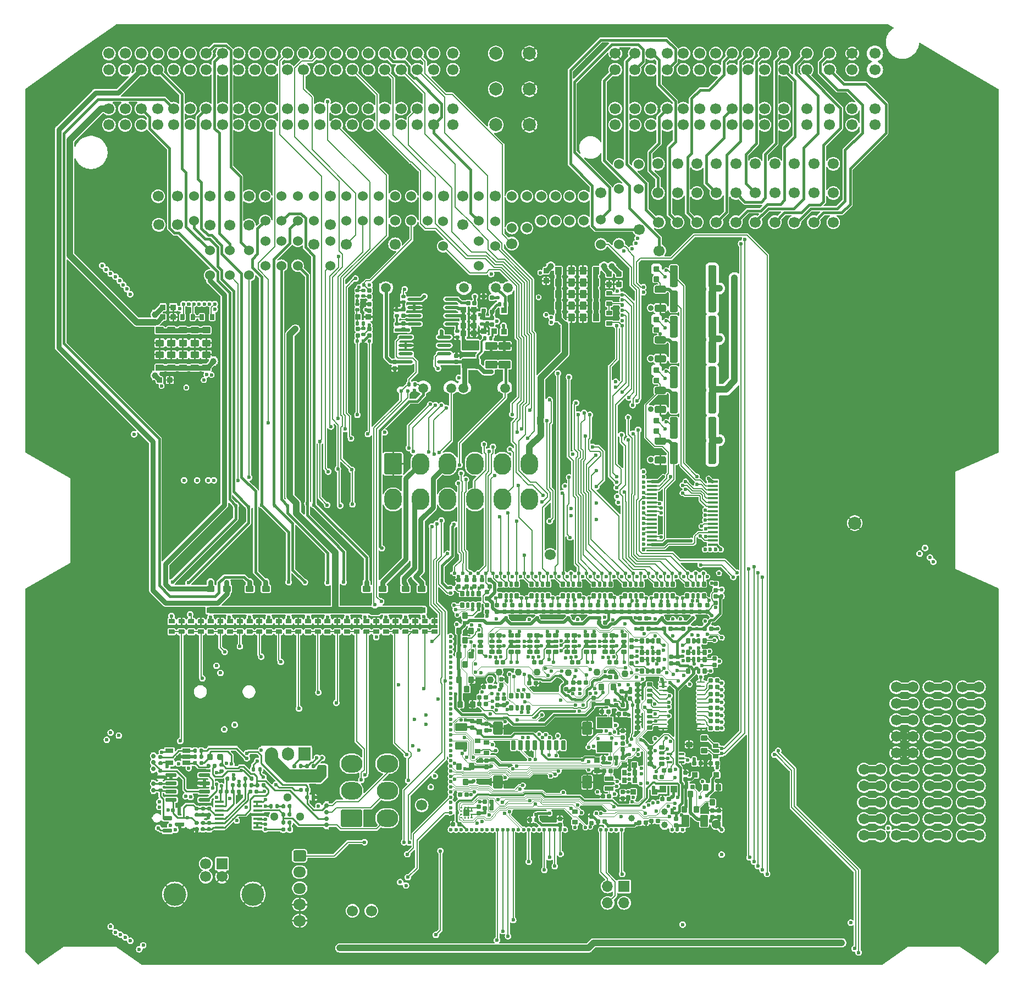
<source format=gbl>
G75*
G70*
%OFA0B0*%
%FSLAX25Y25*%
%IPPOS*%
%LPD*%
%AMOC8*
5,1,8,0,0,1.08239X$1,22.5*
%
%AMM152*
21,1,0.035430,0.030320,-0.000000,-0.000000,270.000000*
21,1,0.028350,0.037400,-0.000000,-0.000000,270.000000*
1,1,0.007090,-0.015160,-0.014170*
1,1,0.007090,-0.015160,0.014170*
1,1,0.007090,0.015160,0.014170*
1,1,0.007090,0.015160,-0.014170*
%
%AMM158*
21,1,0.027560,0.018900,-0.000000,-0.000000,0.000000*
21,1,0.022840,0.023620,-0.000000,-0.000000,0.000000*
1,1,0.004720,0.011420,-0.009450*
1,1,0.004720,-0.011420,-0.009450*
1,1,0.004720,-0.011420,0.009450*
1,1,0.004720,0.011420,0.009450*
%
%AMM161*
21,1,0.025590,0.026380,-0.000000,-0.000000,270.000000*
21,1,0.020470,0.031500,-0.000000,-0.000000,270.000000*
1,1,0.005120,-0.013190,-0.010240*
1,1,0.005120,-0.013190,0.010240*
1,1,0.005120,0.013190,0.010240*
1,1,0.005120,0.013190,-0.010240*
%
%AMM162*
21,1,0.017720,0.027950,-0.000000,-0.000000,270.000000*
21,1,0.014170,0.031500,-0.000000,-0.000000,270.000000*
1,1,0.003540,-0.013980,-0.007090*
1,1,0.003540,-0.013980,0.007090*
1,1,0.003540,0.013980,0.007090*
1,1,0.003540,0.013980,-0.007090*
%
%AMM164*
21,1,0.012600,0.028980,-0.000000,-0.000000,270.000000*
21,1,0.010080,0.031500,-0.000000,-0.000000,270.000000*
1,1,0.002520,-0.014490,-0.005040*
1,1,0.002520,-0.014490,0.005040*
1,1,0.002520,0.014490,0.005040*
1,1,0.002520,0.014490,-0.005040*
%
%AMM167*
21,1,0.027560,0.018900,-0.000000,-0.000000,270.000000*
21,1,0.022840,0.023620,-0.000000,-0.000000,270.000000*
1,1,0.004720,-0.009450,-0.011420*
1,1,0.004720,-0.009450,0.011420*
1,1,0.004720,0.009450,0.011420*
1,1,0.004720,0.009450,-0.011420*
%
%AMM184*
21,1,0.033470,0.026770,-0.000000,-0.000000,0.000000*
21,1,0.026770,0.033470,-0.000000,-0.000000,0.000000*
1,1,0.006690,0.013390,-0.013390*
1,1,0.006690,-0.013390,-0.013390*
1,1,0.006690,-0.013390,0.013390*
1,1,0.006690,0.013390,0.013390*
%
%AMM185*
21,1,0.035430,0.030320,-0.000000,-0.000000,0.000000*
21,1,0.028350,0.037400,-0.000000,-0.000000,0.000000*
1,1,0.007090,0.014170,-0.015160*
1,1,0.007090,-0.014170,-0.015160*
1,1,0.007090,-0.014170,0.015160*
1,1,0.007090,0.014170,0.015160*
%
%AMM186*
21,1,0.035830,0.026770,-0.000000,-0.000000,180.000000*
21,1,0.029130,0.033470,-0.000000,-0.000000,180.000000*
1,1,0.006690,-0.014570,0.013390*
1,1,0.006690,0.014570,0.013390*
1,1,0.006690,0.014570,-0.013390*
1,1,0.006690,-0.014570,-0.013390*
%
%AMM187*
21,1,0.070870,0.036220,-0.000000,-0.000000,180.000000*
21,1,0.061810,0.045280,-0.000000,-0.000000,180.000000*
1,1,0.009060,-0.030910,0.018110*
1,1,0.009060,0.030910,0.018110*
1,1,0.009060,0.030910,-0.018110*
1,1,0.009060,-0.030910,-0.018110*
%
%AMM188*
21,1,0.059060,0.020470,-0.000000,-0.000000,270.000000*
21,1,0.053940,0.025590,-0.000000,-0.000000,270.000000*
1,1,0.005120,-0.010240,-0.026970*
1,1,0.005120,-0.010240,0.026970*
1,1,0.005120,0.010240,0.026970*
1,1,0.005120,0.010240,-0.026970*
%
%AMM189*
21,1,0.078740,0.045670,-0.000000,-0.000000,270.000000*
21,1,0.067320,0.057090,-0.000000,-0.000000,270.000000*
1,1,0.011420,-0.022840,-0.033660*
1,1,0.011420,-0.022840,0.033660*
1,1,0.011420,0.022840,0.033660*
1,1,0.011420,0.022840,-0.033660*
%
%AMM190*
21,1,0.025590,0.026380,-0.000000,-0.000000,180.000000*
21,1,0.020470,0.031500,-0.000000,-0.000000,180.000000*
1,1,0.005120,-0.010240,0.013190*
1,1,0.005120,0.010240,0.013190*
1,1,0.005120,0.010240,-0.013190*
1,1,0.005120,-0.010240,-0.013190*
%
%AMM191*
21,1,0.017720,0.027950,-0.000000,-0.000000,180.000000*
21,1,0.014170,0.031500,-0.000000,-0.000000,180.000000*
1,1,0.003540,-0.007090,0.013980*
1,1,0.003540,0.007090,0.013980*
1,1,0.003540,0.007090,-0.013980*
1,1,0.003540,-0.007090,-0.013980*
%
%AMM192*
21,1,0.027560,0.030710,-0.000000,-0.000000,270.000000*
21,1,0.022050,0.036220,-0.000000,-0.000000,270.000000*
1,1,0.005510,-0.015350,-0.011020*
1,1,0.005510,-0.015350,0.011020*
1,1,0.005510,0.015350,0.011020*
1,1,0.005510,0.015350,-0.011020*
%
%AMM193*
21,1,0.027560,0.049610,-0.000000,-0.000000,90.000000*
21,1,0.022050,0.055120,-0.000000,-0.000000,90.000000*
1,1,0.005510,0.024800,0.011020*
1,1,0.005510,0.024800,-0.011020*
1,1,0.005510,-0.024800,-0.011020*
1,1,0.005510,-0.024800,0.011020*
%
%AMM194*
21,1,0.027560,0.030710,-0.000000,-0.000000,180.000000*
21,1,0.022050,0.036220,-0.000000,-0.000000,180.000000*
1,1,0.005510,-0.011020,0.015350*
1,1,0.005510,0.011020,0.015350*
1,1,0.005510,0.011020,-0.015350*
1,1,0.005510,-0.011020,-0.015350*
%
%AMM195*
21,1,0.070870,0.036220,-0.000000,-0.000000,270.000000*
21,1,0.061810,0.045280,-0.000000,-0.000000,270.000000*
1,1,0.009060,-0.018110,-0.030910*
1,1,0.009060,-0.018110,0.030910*
1,1,0.009060,0.018110,0.030910*
1,1,0.009060,0.018110,-0.030910*
%
%AMM196*
21,1,0.033470,0.026770,-0.000000,-0.000000,90.000000*
21,1,0.026770,0.033470,-0.000000,-0.000000,90.000000*
1,1,0.006690,0.013390,0.013390*
1,1,0.006690,0.013390,-0.013390*
1,1,0.006690,-0.013390,-0.013390*
1,1,0.006690,-0.013390,0.013390*
%
%AMM280*
21,1,0.035830,0.026770,0.000000,-0.000000,270.000000*
21,1,0.029130,0.033470,0.000000,-0.000000,270.000000*
1,1,0.006690,-0.013390,-0.014570*
1,1,0.006690,-0.013390,0.014570*
1,1,0.006690,0.013390,0.014570*
1,1,0.006690,0.013390,-0.014570*
%
%AMM281*
21,1,0.070870,0.036220,0.000000,-0.000000,0.000000*
21,1,0.061810,0.045280,0.000000,-0.000000,0.000000*
1,1,0.009060,0.030910,-0.018110*
1,1,0.009060,-0.030910,-0.018110*
1,1,0.009060,-0.030910,0.018110*
1,1,0.009060,0.030910,0.018110*
%
%AMM284*
21,1,0.023620,0.018900,0.000000,-0.000000,0.000000*
21,1,0.018900,0.023620,0.000000,-0.000000,0.000000*
1,1,0.004720,0.009450,-0.009450*
1,1,0.004720,-0.009450,-0.009450*
1,1,0.004720,-0.009450,0.009450*
1,1,0.004720,0.009450,0.009450*
%
%AMM285*
21,1,0.019680,0.019680,0.000000,-0.000000,270.000000*
21,1,0.015750,0.023620,0.000000,-0.000000,270.000000*
1,1,0.003940,-0.009840,-0.007870*
1,1,0.003940,-0.009840,0.007870*
1,1,0.003940,0.009840,0.007870*
1,1,0.003940,0.009840,-0.007870*
%
%AMM286*
21,1,0.019680,0.019680,0.000000,-0.000000,180.000000*
21,1,0.015750,0.023620,0.000000,-0.000000,180.000000*
1,1,0.003940,-0.007870,0.009840*
1,1,0.003940,0.007870,0.009840*
1,1,0.003940,0.007870,-0.009840*
1,1,0.003940,-0.007870,-0.009840*
%
%AMM300*
21,1,0.106300,0.050390,0.000000,-0.000000,0.000000*
21,1,0.093700,0.062990,0.000000,-0.000000,0.000000*
1,1,0.012600,0.046850,-0.025200*
1,1,0.012600,-0.046850,-0.025200*
1,1,0.012600,-0.046850,0.025200*
1,1,0.012600,0.046850,0.025200*
%
%AMM301*
21,1,0.033470,0.026770,0.000000,-0.000000,180.000000*
21,1,0.026770,0.033470,0.000000,-0.000000,180.000000*
1,1,0.006690,-0.013390,0.013390*
1,1,0.006690,0.013390,0.013390*
1,1,0.006690,0.013390,-0.013390*
1,1,0.006690,-0.013390,-0.013390*
%
%AMM302*
21,1,0.023620,0.018900,0.000000,-0.000000,90.000000*
21,1,0.018900,0.023620,0.000000,-0.000000,90.000000*
1,1,0.004720,0.009450,0.009450*
1,1,0.004720,0.009450,-0.009450*
1,1,0.004720,-0.009450,-0.009450*
1,1,0.004720,-0.009450,0.009450*
%
%AMM303*
21,1,0.122050,0.075590,0.000000,-0.000000,90.000000*
21,1,0.103150,0.094490,0.000000,-0.000000,90.000000*
1,1,0.018900,0.037800,0.051580*
1,1,0.018900,0.037800,-0.051580*
1,1,0.018900,-0.037800,-0.051580*
1,1,0.018900,-0.037800,0.051580*
%
%AMM304*
21,1,0.118110,0.083460,0.000000,-0.000000,270.000000*
21,1,0.097240,0.104330,0.000000,-0.000000,270.000000*
1,1,0.020870,-0.041730,-0.048620*
1,1,0.020870,-0.041730,0.048620*
1,1,0.020870,0.041730,0.048620*
1,1,0.020870,0.041730,-0.048620*
%
%ADD10C,0.00787*%
%ADD101C,0.01968*%
%ADD11C,0.06693*%
%ADD12O,0.07677X0.06693*%
%ADD126C,0.00492*%
%ADD127C,0.03900*%
%ADD128C,0.04331*%
%ADD129C,0.05512*%
%ADD13C,0.06000*%
%ADD14C,0.07874*%
%ADD142C,0.03543*%
%ADD15R,0.06693X0.06693*%
%ADD16C,0.13780*%
%ADD162R,0.03937X0.04331*%
%ADD166R,0.01968X0.01968*%
%ADD167R,0.09449X0.06693*%
%ADD17C,0.02362*%
%ADD175O,0.04961X0.00984*%
%ADD176R,0.00984X0.01378*%
%ADD177R,0.01378X0.00984*%
%ADD178R,0.01968X0.01176*%
%ADD18R,0.49213X0.00787*%
%ADD19R,0.00787X0.12992*%
%ADD20R,0.00787X0.13780*%
%ADD21R,0.00787X0.23622*%
%ADD22R,0.00787X1.04921*%
%ADD23R,0.00787X0.60630*%
%ADD24R,0.33465X0.00787*%
%ADD25C,0.03937*%
%ADD250R,0.19500X0.19500*%
%ADD251C,0.01378*%
%ADD259C,0.05118*%
%ADD26C,0.02756*%
%ADD262R,0.07500X0.07874*%
%ADD263O,0.07500X0.07874*%
%ADD265R,0.05709X0.01772*%
%ADD266R,0.04803X0.02559*%
%ADD29R,0.00984X0.04331*%
%ADD30R,0.00984X0.03858*%
%ADD32R,1.08661X0.00984*%
%ADD34R,0.00984X0.03740*%
%ADD35O,0.12992X0.10630*%
%ADD355M152*%
%ADD36R,0.00787X0.09055*%
%ADD361M158*%
%ADD364M161*%
%ADD365M162*%
%ADD367M164*%
%ADD37R,0.00787X0.42126*%
%ADD370M167*%
%ADD38R,0.00787X0.08268*%
%ADD387M184*%
%ADD388M185*%
%ADD389M186*%
%ADD39R,0.00787X0.21260*%
%ADD390M187*%
%ADD391M188*%
%ADD392M189*%
%ADD393M190*%
%ADD394M191*%
%ADD395M192*%
%ADD396M193*%
%ADD397M194*%
%ADD398M195*%
%ADD399M196*%
%ADD40R,0.05512X0.00787*%
%ADD41R,0.19685X0.00787*%
%ADD42R,0.26772X0.00787*%
%ADD423O,0.40158X0.00787*%
%ADD43R,0.17717X0.00787*%
%ADD439O,0.08661X0.01968*%
%ADD44R,0.00787X0.06299*%
%ADD45R,0.00787X0.22441*%
%ADD46R,0.00787X0.07874*%
%ADD47O,0.06693X0.06693*%
%ADD48R,0.00787X0.17323*%
%ADD486M280*%
%ADD487M281*%
%ADD49R,0.04724X0.00787*%
%ADD490M284*%
%ADD491M285*%
%ADD492M286*%
%ADD50R,0.15748X0.00787*%
%ADD506M300*%
%ADD507M301*%
%ADD508M302*%
%ADD509M303*%
%ADD51R,0.07087X0.00787*%
%ADD510M304*%
%ADD516R,0.06300X0.01700*%
%ADD52R,0.00787X0.39370*%
%ADD520O,0.04823X0.00787*%
%ADD53C,0.05906*%
%ADD54O,0.12992X0.00787*%
%ADD55O,0.40157X0.00787*%
%ADD56O,0.01181X0.00787*%
%ADD57O,0.00787X0.66929*%
%ADD58O,0.00787X0.60630*%
%ADD59O,0.18898X0.00787*%
%ADD60O,0.10236X0.00787*%
%ADD61O,0.03937X0.00787*%
%ADD62O,0.05906X0.00787*%
%ADD65O,0.10630X0.12992*%
%ADD66R,0.17323X0.00787*%
%ADD67R,0.00787X0.04724*%
%ADD68R,0.00787X0.26772*%
%ADD69R,0.00787X0.15748*%
%ADD70R,0.00787X0.07087*%
%ADD71R,0.39370X0.00787*%
%ADD78O,0.04724X0.00787*%
%ADD79O,0.00787X0.36614*%
%ADD80C,0.01575*%
%ADD81C,0.03150*%
%ADD82C,0.01969*%
%ADD84C,0.00984*%
%ADD90C,0.01181*%
%ADD98R,0.00984X0.24803*%
%ADD99R,0.00984X0.34449*%
X0000000Y0000000D02*
%LPD*%
G01*
D11*
X0411417Y0505906D03*
G36*
G01*
X0191240Y0089173D02*
X0196949Y0089173D01*
G75*
G02*
X0197933Y0088189I0000000J-000984D01*
G01*
X0197933Y0083465D01*
G75*
G02*
X0196949Y0082480I-000984J0000000D01*
G01*
X0191240Y0082480D01*
G75*
G02*
X0190256Y0083465I0000000J0000984D01*
G01*
X0190256Y0088189D01*
G75*
G02*
X0191240Y0089173I0000984J0000000D01*
G01*
G37*
D12*
X0194094Y0075984D03*
X0194094Y0066142D03*
X0194094Y0056299D03*
X0194094Y0046457D03*
D11*
X0505906Y0470472D03*
X0446850Y0488189D03*
D13*
X0331890Y0486220D03*
X0331890Y0466929D03*
D11*
X0268110Y0116535D03*
X0482283Y0505906D03*
X0596089Y0098208D03*
X0596089Y0108208D03*
X0596089Y0118208D03*
X0596089Y0128208D03*
X0596089Y0138208D03*
X0606089Y0098208D03*
X0606089Y0108208D03*
X0606089Y0118208D03*
X0606089Y0128208D03*
X0606089Y0138208D03*
X0312598Y0486240D03*
X0542963Y0572835D03*
X0529183Y0572835D03*
X0515404Y0572835D03*
X0501624Y0572835D03*
X0487844Y0572835D03*
X0476033Y0572835D03*
X0466191Y0572835D03*
X0456348Y0572835D03*
X0446506Y0572835D03*
X0436663Y0572835D03*
X0426821Y0572835D03*
X0416978Y0572835D03*
X0407136Y0572835D03*
X0397293Y0572835D03*
X0385482Y0572835D03*
X0542963Y0562992D03*
X0529183Y0562992D03*
X0515404Y0562992D03*
X0501624Y0562992D03*
X0487844Y0562992D03*
X0476033Y0562992D03*
X0466191Y0562992D03*
X0456348Y0562992D03*
X0446506Y0562992D03*
X0436663Y0562992D03*
X0426821Y0562992D03*
X0416978Y0562992D03*
X0407136Y0562992D03*
X0397293Y0562992D03*
X0385482Y0562992D03*
X0542963Y0539370D03*
X0529183Y0539370D03*
X0515404Y0539370D03*
X0501624Y0539370D03*
X0487844Y0539370D03*
X0476033Y0539370D03*
X0466191Y0539370D03*
X0456348Y0539370D03*
X0446506Y0539370D03*
X0436663Y0539370D03*
X0426821Y0539370D03*
X0416978Y0539370D03*
X0407136Y0539370D03*
X0397293Y0539370D03*
X0385482Y0539370D03*
X0542963Y0529528D03*
X0529183Y0529528D03*
X0515404Y0529528D03*
X0501624Y0529528D03*
X0487844Y0529528D03*
X0476033Y0529528D03*
X0466191Y0529528D03*
X0456348Y0529528D03*
X0446506Y0529528D03*
X0436663Y0529528D03*
X0426821Y0529528D03*
X0416978Y0529528D03*
X0407136Y0529528D03*
X0397293Y0529528D03*
X0385482Y0529528D03*
D14*
X0333514Y0572835D03*
X0313041Y0572835D03*
X0333514Y0551181D03*
X0313041Y0551181D03*
X0333514Y0529528D03*
X0313041Y0529528D03*
D11*
X0287057Y0572835D03*
X0275246Y0572835D03*
X0265404Y0572835D03*
X0255561Y0572835D03*
X0245719Y0572835D03*
X0235876Y0572835D03*
X0226033Y0572835D03*
X0216191Y0572835D03*
X0206348Y0572835D03*
X0196506Y0572835D03*
X0186663Y0572835D03*
X0176821Y0572835D03*
X0166978Y0572835D03*
X0157136Y0572835D03*
X0147293Y0572835D03*
X0137451Y0572835D03*
X0127608Y0572835D03*
X0117766Y0572835D03*
X0107923Y0572835D03*
X0098081Y0572835D03*
X0088238Y0572835D03*
X0078396Y0572835D03*
X0287057Y0562992D03*
X0275246Y0562992D03*
X0265404Y0562992D03*
X0255561Y0562992D03*
X0245719Y0562992D03*
X0235876Y0562992D03*
X0226033Y0562992D03*
X0216191Y0562992D03*
X0206348Y0562992D03*
X0196506Y0562992D03*
X0186663Y0562992D03*
X0176821Y0562992D03*
X0166978Y0562992D03*
X0157136Y0562992D03*
X0147293Y0562992D03*
X0137451Y0562992D03*
X0127608Y0562992D03*
X0117766Y0562992D03*
X0107923Y0562992D03*
X0098081Y0562992D03*
X0088238Y0562992D03*
X0078396Y0562992D03*
X0287057Y0539370D03*
X0275246Y0539370D03*
X0265404Y0539370D03*
X0255561Y0539370D03*
X0245719Y0539370D03*
X0235876Y0539370D03*
X0226033Y0539370D03*
X0216191Y0539370D03*
X0206348Y0539370D03*
X0196506Y0539370D03*
X0186663Y0539370D03*
X0176821Y0539370D03*
X0166978Y0539370D03*
X0157136Y0539370D03*
X0147293Y0539370D03*
X0137451Y0539370D03*
X0127608Y0539370D03*
X0117766Y0539370D03*
X0107923Y0539370D03*
X0098081Y0539370D03*
X0088238Y0539370D03*
X0078396Y0539370D03*
X0287057Y0529528D03*
X0275246Y0529528D03*
X0265404Y0529528D03*
X0255561Y0529528D03*
X0245719Y0529528D03*
X0235876Y0529528D03*
X0226033Y0529528D03*
X0216191Y0529528D03*
X0206348Y0529528D03*
X0196506Y0529528D03*
X0186663Y0529528D03*
X0176821Y0529528D03*
X0166978Y0529528D03*
X0157136Y0529528D03*
X0147293Y0529528D03*
X0137451Y0529528D03*
X0127608Y0529528D03*
X0117766Y0529528D03*
X0107923Y0529528D03*
X0098081Y0529528D03*
X0088238Y0529528D03*
X0078396Y0529528D03*
D13*
X0163386Y0438169D03*
X0163386Y0453169D03*
D11*
X0458661Y0505906D03*
D13*
X0139764Y0438169D03*
X0139764Y0453169D03*
D11*
X0411811Y0470472D03*
X0237598Y0052461D03*
X0458661Y0488189D03*
X0322835Y0457480D03*
D13*
X0183071Y0471240D03*
X0183071Y0486240D03*
D11*
X0494094Y0488189D03*
D13*
X0212598Y0444075D03*
X0212598Y0459075D03*
D11*
X0470472Y0470472D03*
D15*
X0146998Y0081040D03*
D11*
X0137156Y0081040D03*
X0137156Y0073166D03*
X0146998Y0073166D03*
D16*
X0165778Y0062497D03*
X0118376Y0062497D03*
D11*
X0226181Y0052461D03*
X0555931Y0098208D03*
X0555931Y0108208D03*
X0555931Y0118208D03*
X0555931Y0128208D03*
X0555931Y0138208D03*
X0565931Y0098208D03*
X0565931Y0108208D03*
X0565931Y0118208D03*
X0565931Y0128208D03*
X0565931Y0138208D03*
X0108661Y0468898D03*
X0435039Y0488189D03*
X0505906Y0488189D03*
X0505906Y0505906D03*
D13*
X0302756Y0471240D03*
X0302756Y0486240D03*
D11*
X0470472Y0505906D03*
D17*
X0439961Y0271850D03*
X0443110Y0271850D03*
X0446260Y0271850D03*
X0449409Y0271850D03*
D18*
X0425984Y0446457D03*
D19*
X0450197Y0440354D03*
D20*
X0401772Y0439961D03*
D21*
X0450197Y0414961D03*
X0450197Y0384252D03*
D22*
X0401772Y0373524D03*
D21*
X0450197Y0353543D03*
D23*
X0450197Y0304134D03*
D24*
X0421260Y0271063D03*
D25*
X0448622Y0430315D03*
X0448622Y0399606D03*
X0448622Y0368898D03*
X0448622Y0338189D03*
D17*
X0402559Y0271850D03*
X0402559Y0275000D03*
X0402559Y0278150D03*
X0402559Y0281299D03*
X0402559Y0284449D03*
X0402559Y0287598D03*
X0402559Y0290748D03*
X0402559Y0293898D03*
X0402559Y0297047D03*
X0402559Y0300197D03*
X0402559Y0303346D03*
X0402559Y0306496D03*
X0402559Y0309646D03*
X0402559Y0312795D03*
X0402559Y0315945D03*
X0402559Y0319094D03*
X0402559Y0427953D03*
X0402559Y0431102D03*
D13*
X0399606Y0490531D03*
X0399606Y0505531D03*
D11*
X0139764Y0468504D03*
X0576010Y0148208D03*
X0576010Y0158208D03*
X0576010Y0168208D03*
X0576010Y0178208D03*
X0576010Y0188208D03*
X0586010Y0148208D03*
X0586010Y0158208D03*
X0586010Y0168208D03*
X0586010Y0178208D03*
X0586010Y0188208D03*
X0222441Y0457087D03*
X0494094Y0470472D03*
D26*
X0210236Y0104528D03*
X0210236Y0116339D03*
X0210236Y0112402D03*
X0210236Y0108465D03*
D29*
X0104035Y0151181D03*
D30*
X0104035Y0134094D03*
D98*
X0104035Y0110630D03*
D32*
X0157874Y0152854D03*
X0157874Y0098720D03*
D99*
X0211713Y0136122D03*
D34*
X0211713Y0100098D03*
D26*
X0105546Y0142520D03*
X0105546Y0138583D03*
X0105546Y0125606D03*
X0105546Y0129606D03*
X0105546Y0146457D03*
D11*
X0120079Y0486220D03*
D13*
X0192913Y0444075D03*
X0192913Y0459075D03*
X0340551Y0471220D03*
X0340551Y0486220D03*
X0151575Y0438169D03*
X0151575Y0453169D03*
D11*
X0163386Y0486220D03*
G36*
G01*
X0231102Y0103346D02*
X0220079Y0103346D01*
G75*
G02*
X0219094Y0104331I0000000J0000984D01*
G01*
X0219094Y0112992D01*
G75*
G02*
X0220079Y0113976I0000984J0000000D01*
G01*
X0231102Y0113976D01*
G75*
G02*
X0232087Y0112992I0000000J-000984D01*
G01*
X0232087Y0104331D01*
G75*
G02*
X0231102Y0103346I-000984J0000000D01*
G01*
G37*
D35*
X0225591Y0125197D03*
X0225591Y0141732D03*
X0247244Y0108661D03*
X0247244Y0125197D03*
X0247244Y0141732D03*
D11*
X0446850Y0470472D03*
X0517717Y0505906D03*
X0555931Y0148208D03*
X0555931Y0158208D03*
X0555931Y0168208D03*
X0555931Y0178208D03*
X0555931Y0188208D03*
X0565931Y0148208D03*
X0565931Y0158208D03*
X0565931Y0168208D03*
X0565931Y0178208D03*
X0565931Y0188208D03*
D17*
X0285796Y0112013D03*
X0285796Y0115162D03*
X0285796Y0118312D03*
X0285796Y0121462D03*
X0285796Y0124611D03*
X0285796Y0127761D03*
X0285796Y0130911D03*
X0285796Y0134060D03*
X0285796Y0137210D03*
X0285796Y0140359D03*
X0285796Y0143509D03*
X0285796Y0146659D03*
X0285796Y0149808D03*
X0285796Y0152958D03*
X0285796Y0156107D03*
X0285796Y0159257D03*
X0285796Y0162407D03*
X0285796Y0165556D03*
X0285796Y0168706D03*
X0285796Y0171855D03*
X0285796Y0175005D03*
X0285796Y0178155D03*
X0285796Y0181304D03*
X0285796Y0184454D03*
X0285796Y0187603D03*
X0285796Y0190753D03*
X0285796Y0193903D03*
X0285796Y0197052D03*
X0285796Y0200202D03*
X0285796Y0203351D03*
X0285796Y0206501D03*
X0285796Y0209651D03*
X0285796Y0212800D03*
X0285796Y0215950D03*
X0285796Y0219100D03*
X0285796Y0245477D03*
X0285796Y0248627D03*
D36*
X0450757Y0253942D03*
D37*
X0450757Y0124808D03*
D38*
X0450757Y0157092D03*
D21*
X0450757Y0204533D03*
D39*
X0450757Y0230910D03*
D40*
X0443670Y0258076D03*
D41*
X0438158Y0100989D03*
D42*
X0404694Y0100989D03*
D43*
X0365914Y0100989D03*
D44*
X0285009Y0106895D03*
D45*
X0285009Y0232288D03*
D46*
X0285009Y0254533D03*
D17*
X0285796Y0101777D03*
X0288946Y0101777D03*
X0292095Y0101777D03*
X0295245Y0101777D03*
X0298394Y0101777D03*
X0301544Y0101777D03*
X0304694Y0101777D03*
X0307843Y0101777D03*
X0310993Y0101777D03*
X0314142Y0101777D03*
X0317292Y0101777D03*
X0320442Y0101777D03*
X0323591Y0101777D03*
X0326741Y0101777D03*
X0329890Y0101777D03*
X0333040Y0101777D03*
X0336190Y0101777D03*
X0339339Y0101777D03*
X0342489Y0101777D03*
X0345639Y0101777D03*
X0348788Y0101777D03*
X0351938Y0101777D03*
X0355087Y0101777D03*
X0376741Y0101777D03*
X0379891Y0101777D03*
X0383040Y0101777D03*
X0386190Y0101777D03*
X0389339Y0101777D03*
X0420048Y0101777D03*
X0423198Y0101777D03*
X0426347Y0101777D03*
X0449969Y0101777D03*
X0288158Y0257288D03*
X0292883Y0257288D03*
X0297607Y0257288D03*
X0302331Y0257288D03*
X0307056Y0257288D03*
X0311387Y0257288D03*
X0316111Y0257288D03*
X0320835Y0257288D03*
X0325560Y0257288D03*
X0330284Y0257288D03*
X0335009Y0257288D03*
X0339733Y0257288D03*
X0344457Y0257288D03*
X0349182Y0257288D03*
X0353906Y0257288D03*
X0358631Y0257288D03*
X0363355Y0257288D03*
X0368079Y0257288D03*
X0372804Y0257288D03*
X0377528Y0257288D03*
X0382253Y0257288D03*
X0386977Y0257288D03*
X0391702Y0257288D03*
X0396426Y0257288D03*
X0401150Y0257288D03*
X0405875Y0257288D03*
X0410599Y0257288D03*
X0415324Y0257288D03*
X0420048Y0257288D03*
X0424772Y0257288D03*
X0429497Y0257288D03*
X0434221Y0257288D03*
X0438946Y0257288D03*
X0448394Y0257288D03*
X0449969Y0247446D03*
X0449969Y0243509D03*
X0449969Y0218312D03*
X0449969Y0190753D03*
X0449969Y0186816D03*
X0449969Y0182879D03*
X0449969Y0178942D03*
X0449969Y0175005D03*
X0449969Y0171068D03*
X0449969Y0167131D03*
X0449969Y0163194D03*
X0449969Y0150989D03*
X0449969Y0147840D03*
D11*
X0576010Y0098208D03*
X0576010Y0108208D03*
X0576010Y0118208D03*
X0576010Y0128208D03*
X0576010Y0138208D03*
X0586010Y0098208D03*
X0586010Y0108208D03*
X0586010Y0118208D03*
X0586010Y0128208D03*
X0586010Y0138208D03*
X0163386Y0468504D03*
D15*
X0390846Y0067255D03*
D47*
X0390846Y0057255D03*
X0380846Y0067255D03*
X0380846Y0057255D03*
D13*
X0232283Y0471240D03*
X0232283Y0486240D03*
X0173228Y0444075D03*
X0173228Y0459075D03*
X0173228Y0471240D03*
X0173228Y0486240D03*
X0322835Y0486220D03*
X0322835Y0466929D03*
D11*
X0435039Y0470472D03*
D13*
X0376772Y0457067D03*
X0376772Y0472067D03*
D11*
X0423228Y0488189D03*
D48*
X0390453Y0437106D03*
D49*
X0388484Y0445374D03*
D42*
X0371161Y0406791D03*
X0362500Y0445374D03*
D50*
X0344390Y0406791D03*
D51*
X0340059Y0445374D03*
D52*
X0336909Y0426083D03*
D17*
X0386516Y0407579D03*
D25*
X0355020Y0408366D03*
X0383366Y0443799D03*
X0378642Y0443799D03*
X0346358Y0443799D03*
D17*
X0389665Y0407579D03*
X0389665Y0410728D03*
X0389665Y0413878D03*
X0389665Y0417028D03*
X0389665Y0420177D03*
X0389665Y0423327D03*
X0389665Y0426476D03*
D11*
X0151575Y0468504D03*
D53*
X0318701Y0369783D03*
X0293504Y0369783D03*
X0286024Y0369783D03*
X0269094Y0369783D03*
D17*
X0259646Y0368012D03*
X0255709Y0368012D03*
D54*
X0303543Y0433366D03*
D55*
X0270079Y0433366D03*
D56*
X0242126Y0433366D03*
D57*
X0241929Y0400295D03*
D58*
X0323031Y0397146D03*
D53*
X0244488Y0369783D03*
D56*
X0322835Y0367224D03*
D59*
X0306299Y0367224D03*
D60*
X0277362Y0367224D03*
D61*
X0263583Y0367224D03*
D62*
X0250591Y0367224D03*
D53*
X0320472Y0430807D03*
X0313189Y0430807D03*
X0293701Y0430807D03*
X0246260Y0430807D03*
D11*
X0400000Y0466142D03*
X0517717Y0470472D03*
X0139764Y0486220D03*
D13*
X0192913Y0471240D03*
X0192913Y0486240D03*
X0222441Y0471240D03*
X0222441Y0486240D03*
X0357874Y0471220D03*
X0357874Y0486220D03*
D11*
X0151575Y0486220D03*
X0281496Y0486220D03*
X0482283Y0470472D03*
D13*
X0281102Y0455886D03*
X0281102Y0470886D03*
D11*
X0470472Y0488189D03*
G36*
G01*
X0245472Y0318307D02*
X0245472Y0329331D01*
G75*
G02*
X0246457Y0330315I0000984J0000000D01*
G01*
X0255118Y0330315D01*
G75*
G02*
X0256102Y0329331I0000000J-000984D01*
G01*
X0256102Y0318307D01*
G75*
G02*
X0255118Y0317323I-000984J0000000D01*
G01*
X0246457Y0317323D01*
G75*
G02*
X0245472Y0318307I0000000J0000984D01*
G01*
G37*
D65*
X0267323Y0323819D03*
X0283858Y0323819D03*
X0300394Y0323819D03*
X0316929Y0323819D03*
X0333465Y0323819D03*
X0250787Y0302165D03*
X0267323Y0302165D03*
X0283858Y0302165D03*
X0300394Y0302165D03*
X0316929Y0302165D03*
X0333465Y0302165D03*
D11*
X0423228Y0470472D03*
X0212598Y0468898D03*
X0202756Y0457087D03*
D13*
X0349213Y0471220D03*
X0349213Y0486220D03*
D66*
X0113091Y0421555D03*
D67*
X0104823Y0419587D03*
D68*
X0143406Y0402264D03*
X0104823Y0393602D03*
D69*
X0143406Y0375492D03*
D70*
X0104823Y0371161D03*
D71*
X0124114Y0368012D03*
D17*
X0142618Y0417618D03*
D25*
X0141831Y0386122D03*
X0106398Y0414469D03*
X0106398Y0409744D03*
X0106398Y0377461D03*
D17*
X0142618Y0420768D03*
X0139469Y0420768D03*
X0136319Y0420768D03*
X0133169Y0420768D03*
X0130020Y0420768D03*
X0126870Y0420768D03*
X0123720Y0420768D03*
D11*
X0251969Y0457087D03*
D13*
X0312598Y0455886D03*
X0312598Y0470886D03*
X0183071Y0444075D03*
X0183071Y0459075D03*
X0387795Y0457067D03*
X0387795Y0472067D03*
D11*
X0376772Y0488189D03*
X0411417Y0488189D03*
X0423228Y0505906D03*
D13*
X0202756Y0471240D03*
X0202756Y0486240D03*
X0261811Y0471240D03*
X0261811Y0486240D03*
D11*
X0458661Y0470472D03*
X0517717Y0488189D03*
X0536271Y0098208D03*
X0536271Y0108208D03*
X0536271Y0118208D03*
X0536271Y0128208D03*
X0536271Y0138208D03*
X0546271Y0098208D03*
X0546271Y0108208D03*
X0546271Y0118208D03*
X0546271Y0128208D03*
X0546271Y0138208D03*
X0212598Y0486220D03*
X0412205Y0453150D03*
D17*
X0258563Y0067815D03*
X0255118Y0069882D03*
X0259744Y0072835D03*
X0259449Y0086811D03*
D11*
X0596089Y0148208D03*
X0596089Y0158208D03*
X0596089Y0168208D03*
X0596089Y0178208D03*
X0596089Y0188208D03*
X0606089Y0148208D03*
X0606089Y0158208D03*
X0606089Y0168208D03*
X0606089Y0178208D03*
X0606089Y0188208D03*
X0494094Y0505906D03*
D13*
X0271654Y0471240D03*
X0271654Y0486240D03*
D11*
X0108268Y0486220D03*
D17*
X0236516Y0398228D03*
D78*
X0228740Y0433268D03*
X0228740Y0433268D03*
X0228740Y0433268D03*
D79*
X0238878Y0415354D03*
X0226673Y0415354D03*
D17*
X0232776Y0398228D03*
X0229035Y0398228D03*
X0232972Y0432480D03*
X0236516Y0432480D03*
D11*
X0120079Y0468898D03*
X0482283Y0488189D03*
D13*
X0129921Y0471220D03*
X0129921Y0486220D03*
D11*
X0292913Y0468898D03*
D13*
X0302756Y0444075D03*
X0302756Y0459075D03*
X0387795Y0490531D03*
X0387795Y0505531D03*
X0366535Y0471220D03*
X0366535Y0486220D03*
X0242126Y0471240D03*
X0242126Y0486240D03*
D11*
X0292913Y0486220D03*
X0346063Y0268504D03*
X0435039Y0505906D03*
X0446850Y0505906D03*
D13*
X0251969Y0471240D03*
X0251969Y0486240D03*
G36*
G01*
X0274429Y0229626D02*
X0277500Y0229626D01*
G75*
G02*
X0277776Y0229350I0000000J-000276D01*
G01*
X0277776Y0227146D01*
G75*
G02*
X0277500Y0226870I-000276J0000000D01*
G01*
X0274429Y0226870D01*
G75*
G02*
X0274154Y0227146I0000000J0000276D01*
G01*
X0274154Y0229350D01*
G75*
G02*
X0274429Y0229626I0000276J0000000D01*
G01*
G37*
G36*
G01*
X0274429Y0223327D02*
X0277500Y0223327D01*
G75*
G02*
X0277776Y0223051I0000000J-000276D01*
G01*
X0277776Y0220846D01*
G75*
G02*
X0277500Y0220571I-000276J0000000D01*
G01*
X0274429Y0220571D01*
G75*
G02*
X0274154Y0220846I0000000J0000276D01*
G01*
X0274154Y0223051D01*
G75*
G02*
X0274429Y0223327I0000276J0000000D01*
G01*
G37*
G36*
G01*
X0191752Y0229626D02*
X0194823Y0229626D01*
G75*
G02*
X0195098Y0229350I0000000J-000276D01*
G01*
X0195098Y0227146D01*
G75*
G02*
X0194823Y0226870I-000276J0000000D01*
G01*
X0191752Y0226870D01*
G75*
G02*
X0191476Y0227146I0000000J0000276D01*
G01*
X0191476Y0229350D01*
G75*
G02*
X0191752Y0229626I0000276J0000000D01*
G01*
G37*
G36*
G01*
X0191752Y0223327D02*
X0194823Y0223327D01*
G75*
G02*
X0195098Y0223051I0000000J-000276D01*
G01*
X0195098Y0220846D01*
G75*
G02*
X0194823Y0220571I-000276J0000000D01*
G01*
X0191752Y0220571D01*
G75*
G02*
X0191476Y0220846I0000000J0000276D01*
G01*
X0191476Y0223051D01*
G75*
G02*
X0191752Y0223327I0000276J0000000D01*
G01*
G37*
G36*
G01*
X0138583Y0229626D02*
X0141654Y0229626D01*
G75*
G02*
X0141929Y0229350I0000000J-000276D01*
G01*
X0141929Y0227146D01*
G75*
G02*
X0141654Y0226870I-000276J0000000D01*
G01*
X0138583Y0226870D01*
G75*
G02*
X0138307Y0227146I0000000J0000276D01*
G01*
X0138307Y0229350D01*
G75*
G02*
X0138583Y0229626I0000276J0000000D01*
G01*
G37*
G36*
G01*
X0138583Y0223327D02*
X0141654Y0223327D01*
G75*
G02*
X0141929Y0223051I0000000J-000276D01*
G01*
X0141929Y0220846D01*
G75*
G02*
X0141654Y0220571I-000276J0000000D01*
G01*
X0138583Y0220571D01*
G75*
G02*
X0138307Y0220846I0000000J0000276D01*
G01*
X0138307Y0223051D01*
G75*
G02*
X0138583Y0223327I0000276J0000000D01*
G01*
G37*
G36*
G01*
X0156299Y0229626D02*
X0159370Y0229626D01*
G75*
G02*
X0159646Y0229350I0000000J-000276D01*
G01*
X0159646Y0227146D01*
G75*
G02*
X0159370Y0226870I-000276J0000000D01*
G01*
X0156299Y0226870D01*
G75*
G02*
X0156024Y0227146I0000000J0000276D01*
G01*
X0156024Y0229350D01*
G75*
G02*
X0156299Y0229626I0000276J0000000D01*
G01*
G37*
G36*
G01*
X0156299Y0223327D02*
X0159370Y0223327D01*
G75*
G02*
X0159646Y0223051I0000000J-000276D01*
G01*
X0159646Y0220846D01*
G75*
G02*
X0159370Y0220571I-000276J0000000D01*
G01*
X0156299Y0220571D01*
G75*
G02*
X0156024Y0220846I0000000J0000276D01*
G01*
X0156024Y0223051D01*
G75*
G02*
X0156299Y0223327I0000276J0000000D01*
G01*
G37*
G36*
G01*
X0114961Y0229626D02*
X0118031Y0229626D01*
G75*
G02*
X0118307Y0229350I0000000J-000276D01*
G01*
X0118307Y0227146D01*
G75*
G02*
X0118031Y0226870I-000276J0000000D01*
G01*
X0114961Y0226870D01*
G75*
G02*
X0114685Y0227146I0000000J0000276D01*
G01*
X0114685Y0229350D01*
G75*
G02*
X0114961Y0229626I0000276J0000000D01*
G01*
G37*
G36*
G01*
X0114961Y0223327D02*
X0118031Y0223327D01*
G75*
G02*
X0118307Y0223051I0000000J-000276D01*
G01*
X0118307Y0220846D01*
G75*
G02*
X0118031Y0220571I-000276J0000000D01*
G01*
X0114961Y0220571D01*
G75*
G02*
X0114685Y0220846I0000000J0000276D01*
G01*
X0114685Y0223051D01*
G75*
G02*
X0114961Y0223327I0000276J0000000D01*
G01*
G37*
G36*
G01*
X0203563Y0229626D02*
X0206634Y0229626D01*
G75*
G02*
X0206909Y0229350I0000000J-000276D01*
G01*
X0206909Y0227146D01*
G75*
G02*
X0206634Y0226870I-000276J0000000D01*
G01*
X0203563Y0226870D01*
G75*
G02*
X0203287Y0227146I0000000J0000276D01*
G01*
X0203287Y0229350D01*
G75*
G02*
X0203563Y0229626I0000276J0000000D01*
G01*
G37*
G36*
G01*
X0203563Y0223327D02*
X0206634Y0223327D01*
G75*
G02*
X0206909Y0223051I0000000J-000276D01*
G01*
X0206909Y0220846D01*
G75*
G02*
X0206634Y0220571I-000276J0000000D01*
G01*
X0203563Y0220571D01*
G75*
G02*
X0203287Y0220846I0000000J0000276D01*
G01*
X0203287Y0223051D01*
G75*
G02*
X0203563Y0223327I0000276J0000000D01*
G01*
G37*
G36*
G01*
X0236634Y0233169D02*
X0232618Y0233169D01*
G75*
G02*
X0232264Y0233524I0000000J0000354D01*
G01*
X0232264Y0236358D01*
G75*
G02*
X0232618Y0236713I0000354J0000000D01*
G01*
X0236634Y0236713D01*
G75*
G02*
X0236988Y0236358I0000000J-000354D01*
G01*
X0236988Y0233524D01*
G75*
G02*
X0236634Y0233169I-000354J0000000D01*
G01*
G37*
G36*
G01*
X0236634Y0246161D02*
X0232618Y0246161D01*
G75*
G02*
X0232264Y0246516I0000000J0000354D01*
G01*
X0232264Y0249350D01*
G75*
G02*
X0232618Y0249705I0000354J0000000D01*
G01*
X0236634Y0249705D01*
G75*
G02*
X0236988Y0249350I0000000J-000354D01*
G01*
X0236988Y0246516D01*
G75*
G02*
X0236634Y0246161I-000354J0000000D01*
G01*
G37*
G36*
G01*
X0262618Y0229626D02*
X0265689Y0229626D01*
G75*
G02*
X0265965Y0229350I0000000J-000276D01*
G01*
X0265965Y0227146D01*
G75*
G02*
X0265689Y0226870I-000276J0000000D01*
G01*
X0262618Y0226870D01*
G75*
G02*
X0262343Y0227146I0000000J0000276D01*
G01*
X0262343Y0229350D01*
G75*
G02*
X0262618Y0229626I0000276J0000000D01*
G01*
G37*
G36*
G01*
X0262618Y0223327D02*
X0265689Y0223327D01*
G75*
G02*
X0265965Y0223051I0000000J-000276D01*
G01*
X0265965Y0220846D01*
G75*
G02*
X0265689Y0220571I-000276J0000000D01*
G01*
X0262618Y0220571D01*
G75*
G02*
X0262343Y0220846I0000000J0000276D01*
G01*
X0262343Y0223051D01*
G75*
G02*
X0262618Y0223327I0000276J0000000D01*
G01*
G37*
D14*
X0530709Y0287795D03*
G36*
G01*
X0238996Y0229626D02*
X0242067Y0229626D01*
G75*
G02*
X0242343Y0229350I0000000J-000276D01*
G01*
X0242343Y0227146D01*
G75*
G02*
X0242067Y0226870I-000276J0000000D01*
G01*
X0238996Y0226870D01*
G75*
G02*
X0238720Y0227146I0000000J0000276D01*
G01*
X0238720Y0229350D01*
G75*
G02*
X0238996Y0229626I0000276J0000000D01*
G01*
G37*
G36*
G01*
X0238996Y0223327D02*
X0242067Y0223327D01*
G75*
G02*
X0242343Y0223051I0000000J-000276D01*
G01*
X0242343Y0220846D01*
G75*
G02*
X0242067Y0220571I-000276J0000000D01*
G01*
X0238996Y0220571D01*
G75*
G02*
X0238720Y0220846I0000000J0000276D01*
G01*
X0238720Y0223051D01*
G75*
G02*
X0238996Y0223327I0000276J0000000D01*
G01*
G37*
G36*
G01*
X0246476Y0233169D02*
X0242461Y0233169D01*
G75*
G02*
X0242106Y0233524I0000000J0000354D01*
G01*
X0242106Y0236358D01*
G75*
G02*
X0242461Y0236713I0000354J0000000D01*
G01*
X0246476Y0236713D01*
G75*
G02*
X0246831Y0236358I0000000J-000354D01*
G01*
X0246831Y0233524D01*
G75*
G02*
X0246476Y0233169I-000354J0000000D01*
G01*
G37*
G36*
G01*
X0246476Y0246161D02*
X0242461Y0246161D01*
G75*
G02*
X0242106Y0246516I0000000J0000354D01*
G01*
X0242106Y0249350D01*
G75*
G02*
X0242461Y0249705I0000354J0000000D01*
G01*
X0246476Y0249705D01*
G75*
G02*
X0246831Y0249350I0000000J-000354D01*
G01*
X0246831Y0246516D01*
G75*
G02*
X0246476Y0246161I-000354J0000000D01*
G01*
G37*
G36*
G01*
X0150394Y0229626D02*
X0153465Y0229626D01*
G75*
G02*
X0153740Y0229350I0000000J-000276D01*
G01*
X0153740Y0227146D01*
G75*
G02*
X0153465Y0226870I-000276J0000000D01*
G01*
X0150394Y0226870D01*
G75*
G02*
X0150118Y0227146I0000000J0000276D01*
G01*
X0150118Y0229350D01*
G75*
G02*
X0150394Y0229626I0000276J0000000D01*
G01*
G37*
G36*
G01*
X0150394Y0223327D02*
X0153465Y0223327D01*
G75*
G02*
X0153740Y0223051I0000000J-000276D01*
G01*
X0153740Y0220846D01*
G75*
G02*
X0153465Y0220571I-000276J0000000D01*
G01*
X0150394Y0220571D01*
G75*
G02*
X0150118Y0220846I0000000J0000276D01*
G01*
X0150118Y0223051D01*
G75*
G02*
X0150394Y0223327I0000276J0000000D01*
G01*
G37*
G36*
G01*
X0227185Y0229626D02*
X0230256Y0229626D01*
G75*
G02*
X0230531Y0229350I0000000J-000276D01*
G01*
X0230531Y0227146D01*
G75*
G02*
X0230256Y0226870I-000276J0000000D01*
G01*
X0227185Y0226870D01*
G75*
G02*
X0226909Y0227146I0000000J0000276D01*
G01*
X0226909Y0229350D01*
G75*
G02*
X0227185Y0229626I0000276J0000000D01*
G01*
G37*
G36*
G01*
X0227185Y0223327D02*
X0230256Y0223327D01*
G75*
G02*
X0230531Y0223051I0000000J-000276D01*
G01*
X0230531Y0220846D01*
G75*
G02*
X0230256Y0220571I-000276J0000000D01*
G01*
X0227185Y0220571D01*
G75*
G02*
X0226909Y0220846I0000000J0000276D01*
G01*
X0226909Y0223051D01*
G75*
G02*
X0227185Y0223327I0000276J0000000D01*
G01*
G37*
G36*
G01*
X0165748Y0233169D02*
X0161732Y0233169D01*
G75*
G02*
X0161378Y0233524I0000000J0000354D01*
G01*
X0161378Y0236358D01*
G75*
G02*
X0161732Y0236713I0000354J0000000D01*
G01*
X0165748Y0236713D01*
G75*
G02*
X0166102Y0236358I0000000J-000354D01*
G01*
X0166102Y0233524D01*
G75*
G02*
X0165748Y0233169I-000354J0000000D01*
G01*
G37*
G36*
G01*
X0165748Y0246161D02*
X0161732Y0246161D01*
G75*
G02*
X0161378Y0246516I0000000J0000354D01*
G01*
X0161378Y0249350D01*
G75*
G02*
X0161732Y0249705I0000354J0000000D01*
G01*
X0165748Y0249705D01*
G75*
G02*
X0166102Y0249350I0000000J-000354D01*
G01*
X0166102Y0246516D01*
G75*
G02*
X0165748Y0246161I-000354J0000000D01*
G01*
G37*
G36*
G01*
X0244902Y0229626D02*
X0247972Y0229626D01*
G75*
G02*
X0248248Y0229350I0000000J-000276D01*
G01*
X0248248Y0227146D01*
G75*
G02*
X0247972Y0226870I-000276J0000000D01*
G01*
X0244902Y0226870D01*
G75*
G02*
X0244626Y0227146I0000000J0000276D01*
G01*
X0244626Y0229350D01*
G75*
G02*
X0244902Y0229626I0000276J0000000D01*
G01*
G37*
G36*
G01*
X0244902Y0223327D02*
X0247972Y0223327D01*
G75*
G02*
X0248248Y0223051I0000000J-000276D01*
G01*
X0248248Y0220846D01*
G75*
G02*
X0247972Y0220571I-000276J0000000D01*
G01*
X0244902Y0220571D01*
G75*
G02*
X0244626Y0220846I0000000J0000276D01*
G01*
X0244626Y0223051D01*
G75*
G02*
X0244902Y0223327I0000276J0000000D01*
G01*
G37*
G36*
G01*
X0132677Y0229626D02*
X0135748Y0229626D01*
G75*
G02*
X0136024Y0229350I0000000J-000276D01*
G01*
X0136024Y0227146D01*
G75*
G02*
X0135748Y0226870I-000276J0000000D01*
G01*
X0132677Y0226870D01*
G75*
G02*
X0132402Y0227146I0000000J0000276D01*
G01*
X0132402Y0229350D01*
G75*
G02*
X0132677Y0229626I0000276J0000000D01*
G01*
G37*
G36*
G01*
X0132677Y0223327D02*
X0135748Y0223327D01*
G75*
G02*
X0136024Y0223051I0000000J-000276D01*
G01*
X0136024Y0220846D01*
G75*
G02*
X0135748Y0220571I-000276J0000000D01*
G01*
X0132677Y0220571D01*
G75*
G02*
X0132402Y0220846I0000000J0000276D01*
G01*
X0132402Y0223051D01*
G75*
G02*
X0132677Y0223327I0000276J0000000D01*
G01*
G37*
G36*
G01*
X0151969Y0233169D02*
X0147953Y0233169D01*
G75*
G02*
X0147598Y0233524I0000000J0000354D01*
G01*
X0147598Y0236358D01*
G75*
G02*
X0147953Y0236713I0000354J0000000D01*
G01*
X0151969Y0236713D01*
G75*
G02*
X0152323Y0236358I0000000J-000354D01*
G01*
X0152323Y0233524D01*
G75*
G02*
X0151969Y0233169I-000354J0000000D01*
G01*
G37*
G36*
G01*
X0151969Y0246161D02*
X0147953Y0246161D01*
G75*
G02*
X0147598Y0246516I0000000J0000354D01*
G01*
X0147598Y0249350D01*
G75*
G02*
X0147953Y0249705I0000354J0000000D01*
G01*
X0151969Y0249705D01*
G75*
G02*
X0152323Y0249350I0000000J-000354D01*
G01*
X0152323Y0246516D01*
G75*
G02*
X0151969Y0246161I-000354J0000000D01*
G01*
G37*
G36*
G01*
X0209469Y0229626D02*
X0212539Y0229626D01*
G75*
G02*
X0212815Y0229350I0000000J-000276D01*
G01*
X0212815Y0227146D01*
G75*
G02*
X0212539Y0226870I-000276J0000000D01*
G01*
X0209469Y0226870D01*
G75*
G02*
X0209193Y0227146I0000000J0000276D01*
G01*
X0209193Y0229350D01*
G75*
G02*
X0209469Y0229626I0000276J0000000D01*
G01*
G37*
G36*
G01*
X0209469Y0223327D02*
X0212539Y0223327D01*
G75*
G02*
X0212815Y0223051I0000000J-000276D01*
G01*
X0212815Y0220846D01*
G75*
G02*
X0212539Y0220571I-000276J0000000D01*
G01*
X0209469Y0220571D01*
G75*
G02*
X0209193Y0220846I0000000J0000276D01*
G01*
X0209193Y0223051D01*
G75*
G02*
X0209469Y0223327I0000276J0000000D01*
G01*
G37*
G36*
G01*
X0268524Y0229626D02*
X0271594Y0229626D01*
G75*
G02*
X0271870Y0229350I0000000J-000276D01*
G01*
X0271870Y0227146D01*
G75*
G02*
X0271594Y0226870I-000276J0000000D01*
G01*
X0268524Y0226870D01*
G75*
G02*
X0268248Y0227146I0000000J0000276D01*
G01*
X0268248Y0229350D01*
G75*
G02*
X0268524Y0229626I0000276J0000000D01*
G01*
G37*
G36*
G01*
X0268524Y0223327D02*
X0271594Y0223327D01*
G75*
G02*
X0271870Y0223051I0000000J-000276D01*
G01*
X0271870Y0220846D01*
G75*
G02*
X0271594Y0220571I-000276J0000000D01*
G01*
X0268524Y0220571D01*
G75*
G02*
X0268248Y0220846I0000000J0000276D01*
G01*
X0268248Y0223051D01*
G75*
G02*
X0268524Y0223327I0000276J0000000D01*
G01*
G37*
G36*
G01*
X0179921Y0229626D02*
X0182992Y0229626D01*
G75*
G02*
X0183268Y0229350I0000000J-000276D01*
G01*
X0183268Y0227146D01*
G75*
G02*
X0182992Y0226870I-000276J0000000D01*
G01*
X0179921Y0226870D01*
G75*
G02*
X0179646Y0227146I0000000J0000276D01*
G01*
X0179646Y0229350D01*
G75*
G02*
X0179921Y0229626I0000276J0000000D01*
G01*
G37*
G36*
G01*
X0179921Y0223327D02*
X0182992Y0223327D01*
G75*
G02*
X0183268Y0223051I0000000J-000276D01*
G01*
X0183268Y0220846D01*
G75*
G02*
X0182992Y0220571I-000276J0000000D01*
G01*
X0179921Y0220571D01*
G75*
G02*
X0179646Y0220846I0000000J0000276D01*
G01*
X0179646Y0223051D01*
G75*
G02*
X0179921Y0223327I0000276J0000000D01*
G01*
G37*
G36*
G01*
X0260256Y0233169D02*
X0256240Y0233169D01*
G75*
G02*
X0255886Y0233524I0000000J0000354D01*
G01*
X0255886Y0236358D01*
G75*
G02*
X0256240Y0236713I0000354J0000000D01*
G01*
X0260256Y0236713D01*
G75*
G02*
X0260610Y0236358I0000000J-000354D01*
G01*
X0260610Y0233524D01*
G75*
G02*
X0260256Y0233169I-000354J0000000D01*
G01*
G37*
G36*
G01*
X0260256Y0246161D02*
X0256240Y0246161D01*
G75*
G02*
X0255886Y0246516I0000000J0000354D01*
G01*
X0255886Y0249350D01*
G75*
G02*
X0256240Y0249705I0000354J0000000D01*
G01*
X0260256Y0249705D01*
G75*
G02*
X0260610Y0249350I0000000J-000354D01*
G01*
X0260610Y0246516D01*
G75*
G02*
X0260256Y0246161I-000354J0000000D01*
G01*
G37*
G36*
G01*
X0142126Y0233169D02*
X0138110Y0233169D01*
G75*
G02*
X0137756Y0233524I0000000J0000354D01*
G01*
X0137756Y0236358D01*
G75*
G02*
X0138110Y0236713I0000354J0000000D01*
G01*
X0142126Y0236713D01*
G75*
G02*
X0142480Y0236358I0000000J-000354D01*
G01*
X0142480Y0233524D01*
G75*
G02*
X0142126Y0233169I-000354J0000000D01*
G01*
G37*
G36*
G01*
X0142126Y0246161D02*
X0138110Y0246161D01*
G75*
G02*
X0137756Y0246516I0000000J0000354D01*
G01*
X0137756Y0249350D01*
G75*
G02*
X0138110Y0249705I0000354J0000000D01*
G01*
X0142126Y0249705D01*
G75*
G02*
X0142480Y0249350I0000000J-000354D01*
G01*
X0142480Y0246516D01*
G75*
G02*
X0142126Y0246161I-000354J0000000D01*
G01*
G37*
G36*
G01*
X0144488Y0229626D02*
X0147559Y0229626D01*
G75*
G02*
X0147835Y0229350I0000000J-000276D01*
G01*
X0147835Y0227146D01*
G75*
G02*
X0147559Y0226870I-000276J0000000D01*
G01*
X0144488Y0226870D01*
G75*
G02*
X0144213Y0227146I0000000J0000276D01*
G01*
X0144213Y0229350D01*
G75*
G02*
X0144488Y0229626I0000276J0000000D01*
G01*
G37*
G36*
G01*
X0144488Y0223327D02*
X0147559Y0223327D01*
G75*
G02*
X0147835Y0223051I0000000J-000276D01*
G01*
X0147835Y0220846D01*
G75*
G02*
X0147559Y0220571I-000276J0000000D01*
G01*
X0144488Y0220571D01*
G75*
G02*
X0144213Y0220846I0000000J0000276D01*
G01*
X0144213Y0223051D01*
G75*
G02*
X0144488Y0223327I0000276J0000000D01*
G01*
G37*
G36*
G01*
X0174016Y0229626D02*
X0177087Y0229626D01*
G75*
G02*
X0177362Y0229350I0000000J-000276D01*
G01*
X0177362Y0227146D01*
G75*
G02*
X0177087Y0226870I-000276J0000000D01*
G01*
X0174016Y0226870D01*
G75*
G02*
X0173740Y0227146I0000000J0000276D01*
G01*
X0173740Y0229350D01*
G75*
G02*
X0174016Y0229626I0000276J0000000D01*
G01*
G37*
G36*
G01*
X0174016Y0223327D02*
X0177087Y0223327D01*
G75*
G02*
X0177362Y0223051I0000000J-000276D01*
G01*
X0177362Y0220846D01*
G75*
G02*
X0177087Y0220571I-000276J0000000D01*
G01*
X0174016Y0220571D01*
G75*
G02*
X0173740Y0220846I0000000J0000276D01*
G01*
X0173740Y0223051D01*
G75*
G02*
X0174016Y0223327I0000276J0000000D01*
G01*
G37*
G36*
G01*
X0168110Y0229626D02*
X0171181Y0229626D01*
G75*
G02*
X0171457Y0229350I0000000J-000276D01*
G01*
X0171457Y0227146D01*
G75*
G02*
X0171181Y0226870I-000276J0000000D01*
G01*
X0168110Y0226870D01*
G75*
G02*
X0167835Y0227146I0000000J0000276D01*
G01*
X0167835Y0229350D01*
G75*
G02*
X0168110Y0229626I0000276J0000000D01*
G01*
G37*
G36*
G01*
X0168110Y0223327D02*
X0171181Y0223327D01*
G75*
G02*
X0171457Y0223051I0000000J-000276D01*
G01*
X0171457Y0220846D01*
G75*
G02*
X0171181Y0220571I-000276J0000000D01*
G01*
X0168110Y0220571D01*
G75*
G02*
X0167835Y0220846I0000000J0000276D01*
G01*
X0167835Y0223051D01*
G75*
G02*
X0168110Y0223327I0000276J0000000D01*
G01*
G37*
G36*
G01*
X0215374Y0229626D02*
X0218445Y0229626D01*
G75*
G02*
X0218720Y0229350I0000000J-000276D01*
G01*
X0218720Y0227146D01*
G75*
G02*
X0218445Y0226870I-000276J0000000D01*
G01*
X0215374Y0226870D01*
G75*
G02*
X0215098Y0227146I0000000J0000276D01*
G01*
X0215098Y0229350D01*
G75*
G02*
X0215374Y0229626I0000276J0000000D01*
G01*
G37*
G36*
G01*
X0215374Y0223327D02*
X0218445Y0223327D01*
G75*
G02*
X0218720Y0223051I0000000J-000276D01*
G01*
X0218720Y0220846D01*
G75*
G02*
X0218445Y0220571I-000276J0000000D01*
G01*
X0215374Y0220571D01*
G75*
G02*
X0215098Y0220846I0000000J0000276D01*
G01*
X0215098Y0223051D01*
G75*
G02*
X0215374Y0223327I0000276J0000000D01*
G01*
G37*
G36*
G01*
X0197657Y0229626D02*
X0200728Y0229626D01*
G75*
G02*
X0201004Y0229350I0000000J-000276D01*
G01*
X0201004Y0227146D01*
G75*
G02*
X0200728Y0226870I-000276J0000000D01*
G01*
X0197657Y0226870D01*
G75*
G02*
X0197382Y0227146I0000000J0000276D01*
G01*
X0197382Y0229350D01*
G75*
G02*
X0197657Y0229626I0000276J0000000D01*
G01*
G37*
G36*
G01*
X0197657Y0223327D02*
X0200728Y0223327D01*
G75*
G02*
X0201004Y0223051I0000000J-000276D01*
G01*
X0201004Y0220846D01*
G75*
G02*
X0200728Y0220571I-000276J0000000D01*
G01*
X0197657Y0220571D01*
G75*
G02*
X0197382Y0220846I0000000J0000276D01*
G01*
X0197382Y0223051D01*
G75*
G02*
X0197657Y0223327I0000276J0000000D01*
G01*
G37*
G36*
G01*
X0221280Y0229626D02*
X0224350Y0229626D01*
G75*
G02*
X0224626Y0229350I0000000J-000276D01*
G01*
X0224626Y0227146D01*
G75*
G02*
X0224350Y0226870I-000276J0000000D01*
G01*
X0221280Y0226870D01*
G75*
G02*
X0221004Y0227146I0000000J0000276D01*
G01*
X0221004Y0229350D01*
G75*
G02*
X0221280Y0229626I0000276J0000000D01*
G01*
G37*
G36*
G01*
X0221280Y0223327D02*
X0224350Y0223327D01*
G75*
G02*
X0224626Y0223051I0000000J-000276D01*
G01*
X0224626Y0220846D01*
G75*
G02*
X0224350Y0220571I-000276J0000000D01*
G01*
X0221280Y0220571D01*
G75*
G02*
X0221004Y0220846I0000000J0000276D01*
G01*
X0221004Y0223051D01*
G75*
G02*
X0221280Y0223327I0000276J0000000D01*
G01*
G37*
G36*
G01*
X0175591Y0233169D02*
X0171575Y0233169D01*
G75*
G02*
X0171220Y0233524I0000000J0000354D01*
G01*
X0171220Y0236358D01*
G75*
G02*
X0171575Y0236713I0000354J0000000D01*
G01*
X0175591Y0236713D01*
G75*
G02*
X0175945Y0236358I0000000J-000354D01*
G01*
X0175945Y0233524D01*
G75*
G02*
X0175591Y0233169I-000354J0000000D01*
G01*
G37*
G36*
G01*
X0175591Y0246161D02*
X0171575Y0246161D01*
G75*
G02*
X0171220Y0246516I0000000J0000354D01*
G01*
X0171220Y0249350D01*
G75*
G02*
X0171575Y0249705I0000354J0000000D01*
G01*
X0175591Y0249705D01*
G75*
G02*
X0175945Y0249350I0000000J-000354D01*
G01*
X0175945Y0246516D01*
G75*
G02*
X0175591Y0246161I-000354J0000000D01*
G01*
G37*
G36*
G01*
X0126772Y0229626D02*
X0129843Y0229626D01*
G75*
G02*
X0130118Y0229350I0000000J-000276D01*
G01*
X0130118Y0227146D01*
G75*
G02*
X0129843Y0226870I-000276J0000000D01*
G01*
X0126772Y0226870D01*
G75*
G02*
X0126496Y0227146I0000000J0000276D01*
G01*
X0126496Y0229350D01*
G75*
G02*
X0126772Y0229626I0000276J0000000D01*
G01*
G37*
G36*
G01*
X0126772Y0223327D02*
X0129843Y0223327D01*
G75*
G02*
X0130118Y0223051I0000000J-000276D01*
G01*
X0130118Y0220846D01*
G75*
G02*
X0129843Y0220571I-000276J0000000D01*
G01*
X0126772Y0220571D01*
G75*
G02*
X0126496Y0220846I0000000J0000276D01*
G01*
X0126496Y0223051D01*
G75*
G02*
X0126772Y0223327I0000276J0000000D01*
G01*
G37*
G36*
G01*
X0162205Y0229626D02*
X0165276Y0229626D01*
G75*
G02*
X0165551Y0229350I0000000J-000276D01*
G01*
X0165551Y0227146D01*
G75*
G02*
X0165276Y0226870I-000276J0000000D01*
G01*
X0162205Y0226870D01*
G75*
G02*
X0161929Y0227146I0000000J0000276D01*
G01*
X0161929Y0229350D01*
G75*
G02*
X0162205Y0229626I0000276J0000000D01*
G01*
G37*
G36*
G01*
X0162205Y0223327D02*
X0165276Y0223327D01*
G75*
G02*
X0165551Y0223051I0000000J-000276D01*
G01*
X0165551Y0220846D01*
G75*
G02*
X0165276Y0220571I-000276J0000000D01*
G01*
X0162205Y0220571D01*
G75*
G02*
X0161929Y0220846I0000000J0000276D01*
G01*
X0161929Y0223051D01*
G75*
G02*
X0162205Y0223327I0000276J0000000D01*
G01*
G37*
G36*
G01*
X0120866Y0229626D02*
X0123937Y0229626D01*
G75*
G02*
X0124213Y0229350I0000000J-000276D01*
G01*
X0124213Y0227146D01*
G75*
G02*
X0123937Y0226870I-000276J0000000D01*
G01*
X0120866Y0226870D01*
G75*
G02*
X0120591Y0227146I0000000J0000276D01*
G01*
X0120591Y0229350D01*
G75*
G02*
X0120866Y0229626I0000276J0000000D01*
G01*
G37*
G36*
G01*
X0120866Y0223327D02*
X0123937Y0223327D01*
G75*
G02*
X0124213Y0223051I0000000J-000276D01*
G01*
X0124213Y0220846D01*
G75*
G02*
X0123937Y0220571I-000276J0000000D01*
G01*
X0120866Y0220571D01*
G75*
G02*
X0120591Y0220846I0000000J0000276D01*
G01*
X0120591Y0223051D01*
G75*
G02*
X0120866Y0223327I0000276J0000000D01*
G01*
G37*
G36*
G01*
X0270098Y0233169D02*
X0266083Y0233169D01*
G75*
G02*
X0265728Y0233524I0000000J0000354D01*
G01*
X0265728Y0236358D01*
G75*
G02*
X0266083Y0236713I0000354J0000000D01*
G01*
X0270098Y0236713D01*
G75*
G02*
X0270453Y0236358I0000000J-000354D01*
G01*
X0270453Y0233524D01*
G75*
G02*
X0270098Y0233169I-000354J0000000D01*
G01*
G37*
G36*
G01*
X0270098Y0246161D02*
X0266083Y0246161D01*
G75*
G02*
X0265728Y0246516I0000000J0000354D01*
G01*
X0265728Y0249350D01*
G75*
G02*
X0266083Y0249705I0000354J0000000D01*
G01*
X0270098Y0249705D01*
G75*
G02*
X0270453Y0249350I0000000J-000354D01*
G01*
X0270453Y0246516D01*
G75*
G02*
X0270098Y0246161I-000354J0000000D01*
G01*
G37*
G36*
G01*
X0250807Y0229626D02*
X0253878Y0229626D01*
G75*
G02*
X0254154Y0229350I0000000J-000276D01*
G01*
X0254154Y0227146D01*
G75*
G02*
X0253878Y0226870I-000276J0000000D01*
G01*
X0250807Y0226870D01*
G75*
G02*
X0250531Y0227146I0000000J0000276D01*
G01*
X0250531Y0229350D01*
G75*
G02*
X0250807Y0229626I0000276J0000000D01*
G01*
G37*
G36*
G01*
X0250807Y0223327D02*
X0253878Y0223327D01*
G75*
G02*
X0254154Y0223051I0000000J-000276D01*
G01*
X0254154Y0220846D01*
G75*
G02*
X0253878Y0220571I-000276J0000000D01*
G01*
X0250807Y0220571D01*
G75*
G02*
X0250531Y0220846I0000000J0000276D01*
G01*
X0250531Y0223051D01*
G75*
G02*
X0250807Y0223327I0000276J0000000D01*
G01*
G37*
G36*
G01*
X0185846Y0229626D02*
X0188917Y0229626D01*
G75*
G02*
X0189193Y0229350I0000000J-000276D01*
G01*
X0189193Y0227146D01*
G75*
G02*
X0188917Y0226870I-000276J0000000D01*
G01*
X0185846Y0226870D01*
G75*
G02*
X0185571Y0227146I0000000J0000276D01*
G01*
X0185571Y0229350D01*
G75*
G02*
X0185846Y0229626I0000276J0000000D01*
G01*
G37*
G36*
G01*
X0185846Y0223327D02*
X0188917Y0223327D01*
G75*
G02*
X0189193Y0223051I0000000J-000276D01*
G01*
X0189193Y0220846D01*
G75*
G02*
X0188917Y0220571I-000276J0000000D01*
G01*
X0185846Y0220571D01*
G75*
G02*
X0185571Y0220846I0000000J0000276D01*
G01*
X0185571Y0223051D01*
G75*
G02*
X0185846Y0223327I0000276J0000000D01*
G01*
G37*
G36*
G01*
X0256713Y0229626D02*
X0259783Y0229626D01*
G75*
G02*
X0260059Y0229350I0000000J-000276D01*
G01*
X0260059Y0227146D01*
G75*
G02*
X0259783Y0226870I-000276J0000000D01*
G01*
X0256713Y0226870D01*
G75*
G02*
X0256437Y0227146I0000000J0000276D01*
G01*
X0256437Y0229350D01*
G75*
G02*
X0256713Y0229626I0000276J0000000D01*
G01*
G37*
G36*
G01*
X0256713Y0223327D02*
X0259783Y0223327D01*
G75*
G02*
X0260059Y0223051I0000000J-000276D01*
G01*
X0260059Y0220846D01*
G75*
G02*
X0259783Y0220571I-000276J0000000D01*
G01*
X0256713Y0220571D01*
G75*
G02*
X0256437Y0220846I0000000J0000276D01*
G01*
X0256437Y0223051D01*
G75*
G02*
X0256713Y0223327I0000276J0000000D01*
G01*
G37*
G36*
G01*
X0233091Y0229626D02*
X0236161Y0229626D01*
G75*
G02*
X0236437Y0229350I0000000J-000276D01*
G01*
X0236437Y0227146D01*
G75*
G02*
X0236161Y0226870I-000276J0000000D01*
G01*
X0233091Y0226870D01*
G75*
G02*
X0232815Y0227146I0000000J0000276D01*
G01*
X0232815Y0229350D01*
G75*
G02*
X0233091Y0229626I0000276J0000000D01*
G01*
G37*
G36*
G01*
X0233091Y0223327D02*
X0236161Y0223327D01*
G75*
G02*
X0236437Y0223051I0000000J-000276D01*
G01*
X0236437Y0220846D01*
G75*
G02*
X0236161Y0220571I-000276J0000000D01*
G01*
X0233091Y0220571D01*
G75*
G02*
X0232815Y0220846I0000000J0000276D01*
G01*
X0232815Y0223051D01*
G75*
G02*
X0233091Y0223327I0000276J0000000D01*
G01*
G37*
D17*
X0275197Y0065748D03*
X0168110Y0239370D03*
X0443307Y0451181D03*
X0269291Y0238759D03*
X0123228Y0451181D03*
X0607874Y0231102D03*
X0456693Y0202756D03*
X0097244Y0551969D03*
X0371654Y0383071D03*
X0263386Y0364567D03*
X0453150Y0379921D03*
X0214314Y0134899D03*
X0214173Y0138583D03*
X0597638Y0335827D03*
X0453150Y0392913D03*
X0119291Y0556693D03*
X0369291Y0447244D03*
X0156693Y0260630D03*
X0351181Y0447244D03*
X0229528Y0238976D03*
X0250394Y0238976D03*
X0035433Y0399606D03*
X0565748Y0561811D03*
X0516535Y0550696D03*
X0100000Y0133858D03*
X0096850Y0420079D03*
X0053937Y0237008D03*
X0135039Y0327953D03*
X0224803Y0399606D03*
X0130709Y0235039D03*
X0348425Y0551181D03*
X0433071Y0268898D03*
X0203396Y0547902D03*
X0612598Y0034252D03*
X0214961Y0151575D03*
X0566142Y0208661D03*
X0262906Y0251489D03*
X0289764Y0060236D03*
X0224803Y0258661D03*
X0459449Y0110236D03*
X0603739Y0382632D03*
X0311024Y0365354D03*
X0373432Y0028248D03*
X0137402Y0546063D03*
X0239370Y0393701D03*
X0413780Y0061024D03*
X0395669Y0096850D03*
X0179134Y0253150D03*
X0424803Y0450000D03*
X0346457Y0279528D03*
X0487522Y0185661D03*
X0341339Y0448425D03*
X0324409Y0395669D03*
X0361024Y0098425D03*
X0448425Y0039764D03*
X0272835Y0364567D03*
X0386220Y0088780D03*
X0251181Y0253150D03*
X0194094Y0324016D03*
X0502362Y0453150D03*
X0456693Y0164567D03*
X0167717Y0253150D03*
X0357480Y0268504D03*
X0358268Y0038189D03*
X0202756Y0238976D03*
X0457874Y0248425D03*
X0108661Y0093701D03*
X0542520Y0150787D03*
X0062534Y0396978D03*
X0276575Y0056403D03*
X0128346Y0292126D03*
X0167323Y0370079D03*
X0452787Y0408343D03*
X0334233Y0444428D03*
X0501773Y0247262D03*
X0324409Y0370866D03*
X0125591Y0268898D03*
X0350000Y0058268D03*
X0049213Y0056299D03*
X0597244Y0538976D03*
X0112598Y0211417D03*
X0214173Y0100394D03*
X0100787Y0101181D03*
X0202756Y0252756D03*
X0233071Y0330709D03*
X0276575Y0082387D03*
X0119291Y0322047D03*
X0454724Y0446850D03*
X0081861Y0553625D03*
X0457087Y0316142D03*
X0509449Y0125591D03*
X0166929Y0420866D03*
X0187795Y0421260D03*
X0258788Y0261099D03*
X0125197Y0255512D03*
X0244094Y0258661D03*
X0233071Y0359055D03*
X0226181Y0071752D03*
X0135039Y0255118D03*
X0298031Y0267717D03*
X0529197Y0588386D03*
X0477953Y0550325D03*
X0307480Y0079921D03*
X0149213Y0092913D03*
X0096850Y0396457D03*
X0601181Y0471260D03*
X0503937Y0285433D03*
X0038976Y0477559D03*
X0374016Y0504724D03*
X0148432Y0548101D03*
X0472441Y0061811D03*
X0607874Y0085039D03*
X0150787Y0238976D03*
X0362205Y0403543D03*
X0456299Y0277953D03*
X0283465Y0255118D03*
X0111024Y0356299D03*
X0258268Y0238976D03*
X0065748Y0553937D03*
X0103543Y0186220D03*
X0100394Y0120079D03*
X0491732Y0546063D03*
X0440945Y0259843D03*
X0240748Y0092224D03*
X0187795Y0094094D03*
X0370079Y0588386D03*
X0048425Y0141339D03*
X0178740Y0239370D03*
X0421724Y0097239D03*
X0289764Y0588386D03*
X0344882Y0388189D03*
X0505512Y0222835D03*
X0387291Y0446843D03*
X0559428Y0281267D03*
X0301181Y0567717D03*
X0115354Y0278740D03*
X0348425Y0324803D03*
X0459449Y0140157D03*
X0454724Y0352362D03*
X0347638Y0403543D03*
X0344094Y0509843D03*
X0226181Y0084744D03*
X0333465Y0054724D03*
X0100394Y0151181D03*
X0157087Y0547638D03*
X0249213Y0363780D03*
X0565748Y0507480D03*
X0191732Y0238976D03*
X0179577Y0551345D03*
X0405670Y0551066D03*
X0252756Y0435827D03*
X0116535Y0257874D03*
X0302756Y0435433D03*
X0120866Y0235433D03*
X0085827Y0472441D03*
X0507087Y0079528D03*
X0373228Y0549606D03*
X0283659Y0236558D03*
X0129444Y0554697D03*
X0555383Y0083568D03*
X0254134Y0094094D03*
X0075197Y0500000D03*
X0273228Y0122047D03*
X0065354Y0426378D03*
X0096850Y0367323D03*
X0055118Y0341339D03*
X0551575Y0033465D03*
X0534646Y0497638D03*
X0368234Y0568858D03*
X0386220Y0381890D03*
X0286220Y0436220D03*
X0207087Y0258661D03*
X0398425Y0353937D03*
X0293307Y0551181D03*
X0440157Y0097638D03*
X0289370Y0268110D03*
X0214173Y0142520D03*
X0166929Y0324803D03*
X0553937Y0450787D03*
X0140551Y0259449D03*
X0107874Y0549213D03*
X0110630Y0155118D03*
X0233071Y0389370D03*
X0614567Y0548819D03*
X0453150Y0424016D03*
X0226772Y0392126D03*
X0077953Y0051181D03*
X0240551Y0435039D03*
X0223081Y0552567D03*
X0220866Y0238976D03*
X0253346Y0060335D03*
X0031102Y0549213D03*
X0077953Y0145669D03*
X0457087Y0227165D03*
X0108268Y0049213D03*
X0038471Y0523875D03*
X0144882Y0375197D03*
X0299213Y0365354D03*
X0224803Y0429528D03*
X0388583Y0325984D03*
X0345276Y0494094D03*
X0157874Y0240157D03*
X0194094Y0371654D03*
X0374016Y0098425D03*
X0138583Y0348819D03*
X0154331Y0271260D03*
X0533071Y0340551D03*
X0281890Y0107874D03*
X0432283Y0551181D03*
X0210630Y0238976D03*
X0192126Y0252756D03*
X0339013Y0403930D03*
X0230315Y0252756D03*
X0381496Y0403543D03*
X0565354Y0451575D03*
X0144882Y0410236D03*
X0085497Y0037988D03*
X0279528Y0088780D03*
X0352362Y0087008D03*
X0087185Y0432488D03*
X0276743Y0037892D03*
X0395678Y0454398D03*
X0450000Y0086616D03*
X0551181Y0102756D03*
X0243898Y0272638D03*
X0426378Y0044094D03*
X0528346Y0045276D03*
X0173484Y0251969D03*
X0578468Y0264316D03*
X0576378Y0266929D03*
X0573420Y0272724D03*
X0570079Y0269291D03*
X0163189Y0297640D03*
X0126634Y0251575D03*
X0178937Y0298425D03*
X0197244Y0251969D03*
X0220866Y0251969D03*
X0198819Y0299606D03*
X0186811Y0298425D03*
X0211024Y0251575D03*
X0282480Y0192126D03*
X0280081Y0289361D03*
X0291142Y0323159D03*
X0260630Y0093898D03*
X0457874Y0436614D03*
X0163642Y0251969D03*
X0187402Y0251969D03*
X0171063Y0298819D03*
X0116986Y0252164D03*
X0155315Y0298425D03*
X0234646Y0251969D03*
X0202756Y0298819D03*
X0260039Y0131507D03*
X0218504Y0029921D03*
X0522835Y0033071D03*
X0215748Y0264567D03*
X0188189Y0402362D03*
X0215748Y0234941D03*
X0191535Y0405709D03*
X0215748Y0239370D03*
X0257395Y0251518D03*
X0264255Y0255430D03*
X0244488Y0251969D03*
X0259066Y0147238D03*
X0269309Y0187402D03*
X0312341Y0316732D03*
X0358071Y0279158D03*
X0357483Y0315590D03*
X0374016Y0309843D03*
X0371850Y0334055D03*
X0353543Y0305906D03*
X0358864Y0292296D03*
X0374016Y0290157D03*
X0315354Y0291732D03*
X0320472Y0294094D03*
X0358858Y0296585D03*
X0374016Y0300000D03*
X0374016Y0319685D03*
X0305880Y0335630D03*
X0321674Y0332563D03*
X0373707Y0329064D03*
X0140020Y0251969D03*
X0233465Y0094094D03*
X0093701Y0341732D03*
X0235505Y0341860D03*
X0283858Y0269291D03*
X0229134Y0353543D03*
X0370079Y0353543D03*
X0345669Y0362598D03*
X0398634Y0362038D03*
X0345669Y0288976D03*
X0325591Y0288976D03*
X0225735Y0320190D03*
X0226181Y0299213D03*
X0294925Y0314260D03*
X0211024Y0543701D03*
X0211427Y0319081D03*
X0290250Y0311988D03*
X0308903Y0331415D03*
X0210827Y0298819D03*
X0206299Y0337402D03*
X0355118Y0310236D03*
X0156693Y0313780D03*
X0391041Y0306689D03*
X0221654Y0344882D03*
X0396457Y0342126D03*
X0332283Y0339370D03*
X0367520Y0340748D03*
X0366557Y0354698D03*
X0333661Y0356348D03*
X0311282Y0334143D03*
X0225222Y0339173D03*
X0227953Y0436220D03*
X0393307Y0338189D03*
X0325984Y0342913D03*
X0328679Y0344967D03*
X0389370Y0341339D03*
X0387402Y0300394D03*
X0340945Y0300787D03*
X0386614Y0303937D03*
X0341732Y0304724D03*
X0363141Y0353737D03*
X0323041Y0353768D03*
X0326661Y0310827D03*
X0163386Y0315551D03*
X0292126Y0318100D03*
X0217292Y0320669D03*
X0218701Y0298425D03*
X0396063Y0359449D03*
X0361781Y0360827D03*
X0357480Y0376378D03*
X0399411Y0344488D03*
X0217717Y0449606D03*
X0212992Y0346457D03*
X0217323Y0351181D03*
X0393307Y0351969D03*
X0350787Y0378740D03*
X0240551Y0218604D03*
X0239764Y0238189D03*
X0205512Y0185039D03*
X0121654Y0155512D03*
X0193701Y0175197D03*
X0233858Y0135039D03*
X0216339Y0178740D03*
X0231496Y0131890D03*
X0270866Y0165748D03*
X0154724Y0165354D03*
X0142126Y0313780D03*
X0148425Y0162598D03*
X0138780Y0313780D03*
X0135138Y0193602D03*
X0146063Y0196850D03*
X0131890Y0313780D03*
X0124016Y0313780D03*
X0143701Y0201181D03*
X0182677Y0203543D03*
X0170866Y0206693D03*
X0148622Y0209646D03*
X0157874Y0212992D03*
X0076772Y0441732D03*
X0077165Y0156299D03*
X0079528Y0439173D03*
X0079528Y0160630D03*
X0084946Y0434975D03*
X0084498Y0158858D03*
X0262598Y0152756D03*
X0273228Y0359843D03*
X0260236Y0333465D03*
X0385827Y0373622D03*
X0257480Y0094094D03*
X0278740Y0330709D03*
X0277343Y0287437D03*
X0149862Y0251969D03*
X0099215Y0031498D03*
X0464173Y0459843D03*
X0530707Y0029530D03*
X0481888Y0147242D03*
X0484254Y0149608D03*
X0533073Y0027163D03*
X0461811Y0457480D03*
X0096848Y0029132D03*
X0266535Y0150000D03*
X0280074Y0359280D03*
X0272488Y0330883D03*
X0389764Y0367323D03*
X0263780Y0168504D03*
X0262918Y0331359D03*
X0385827Y0370472D03*
X0276378Y0359449D03*
X0273622Y0127559D03*
X0275984Y0134252D03*
X0270750Y0171265D03*
X0277972Y0181102D03*
X0254193Y0189567D03*
X0245669Y0342913D03*
X0275634Y0329541D03*
X0274409Y0285827D03*
X0393681Y0364002D03*
X0274213Y0216142D03*
X0282887Y0357678D03*
X0287795Y0287008D03*
X0359843Y0329528D03*
X0310236Y0438976D03*
X0091466Y0034250D03*
X0313780Y0034646D03*
X0091366Y0426786D03*
X0386442Y0315920D03*
X0317323Y0040157D03*
X0398036Y0457661D03*
X0082492Y0039461D03*
X0082393Y0437444D03*
X0386415Y0309350D03*
X0088386Y0036299D03*
X0089266Y0429867D03*
X0320472Y0037008D03*
X0390744Y0452953D03*
X0323622Y0046850D03*
X0079528Y0042913D03*
X0074409Y0444094D03*
X0386256Y0312693D03*
X0399025Y0460685D03*
X0469685Y0261417D03*
X0333071Y0082283D03*
X0469685Y0082283D03*
X0474803Y0255118D03*
X0457087Y0255118D03*
X0342520Y0077165D03*
X0474803Y0077165D03*
X0437243Y0262439D03*
X0466535Y0259843D03*
X0345669Y0084843D03*
X0466929Y0084843D03*
X0459229Y0257689D03*
X0348819Y0079528D03*
X0472047Y0257677D03*
X0472047Y0079528D03*
X0477559Y0074803D03*
X0389764Y0074803D03*
X0243554Y0240205D03*
X0175197Y0348819D03*
X0344094Y0350000D03*
X0330284Y0268473D03*
X0116398Y0231496D03*
X0127656Y0232361D03*
X0211024Y0230709D03*
X0223077Y0230791D03*
X0163642Y0230709D03*
X0175453Y0230709D03*
X0140020Y0230709D03*
X0151437Y0230709D03*
X0187402Y0230709D03*
X0199213Y0230709D03*
X0233858Y0230709D03*
X0246457Y0230709D03*
X0258268Y0230709D03*
X0269367Y0231023D03*
D25*
X0555907Y0148209D02*
X0565933Y0148209D01*
X0565933Y0158209D02*
X0555907Y0158209D01*
X0555907Y0168209D02*
X0565933Y0168209D01*
D10*
X0351938Y0087432D02*
X0352362Y0087008D01*
X0279528Y0040677D02*
X0276743Y0037892D01*
X0351938Y0101777D02*
X0351938Y0087432D01*
X0279528Y0088780D02*
X0279528Y0040677D01*
D25*
X0555907Y0178209D02*
X0565933Y0178209D01*
D80*
X0265298Y0361811D02*
X0260391Y0361811D01*
X0269094Y0369783D02*
X0269094Y0365608D01*
X0269094Y0365608D02*
X0265298Y0361811D01*
X0242717Y0344136D02*
X0242717Y0273819D01*
X0242717Y0273819D02*
X0243898Y0272638D01*
X0260391Y0361811D02*
X0242717Y0344136D01*
D81*
X0173484Y0248031D02*
X0173583Y0247933D01*
D80*
X0167323Y0258130D02*
X0173484Y0251969D01*
X0140742Y0462598D02*
X0146850Y0456490D01*
X0167323Y0307241D02*
X0167323Y0259055D01*
X0138583Y0462598D02*
X0140742Y0462598D01*
X0146850Y0451181D02*
X0158811Y0439220D01*
X0167323Y0259055D02*
X0167323Y0258130D01*
X0158811Y0439220D02*
X0158811Y0315753D01*
D81*
X0173484Y0251969D02*
X0173484Y0248031D01*
D80*
X0158811Y0315753D02*
X0167323Y0307241D01*
X0134496Y0466685D02*
X0138583Y0462598D01*
X0132530Y0534449D02*
X0132530Y0496604D01*
X0137451Y0539370D02*
X0132530Y0534449D01*
X0146850Y0456490D02*
X0146850Y0451181D01*
X0132530Y0496604D02*
X0134496Y0494638D01*
X0134496Y0494638D02*
X0134496Y0466685D01*
X0136663Y0460236D02*
X0129921Y0466978D01*
X0163189Y0297640D02*
X0153937Y0306892D01*
X0126634Y0251575D02*
X0163189Y0288130D01*
X0144339Y0443648D02*
X0144339Y0455268D01*
X0146701Y0435897D02*
X0146701Y0441286D01*
X0146701Y0441286D02*
X0144339Y0443648D01*
X0139370Y0460236D02*
X0136663Y0460236D01*
X0144339Y0455268D02*
X0139370Y0460236D01*
X0163189Y0288130D02*
X0163189Y0297640D01*
X0153937Y0428661D02*
X0146701Y0435897D01*
X0129921Y0466978D02*
X0129921Y0471220D01*
X0153937Y0306892D02*
X0153937Y0428661D01*
X0197244Y0251969D02*
X0189764Y0259449D01*
X0189764Y0287598D02*
X0178937Y0298425D01*
X0188189Y0466516D02*
X0192913Y0471240D01*
X0189764Y0259449D02*
X0189764Y0287598D01*
X0178937Y0298425D02*
X0178496Y0298866D01*
X0178496Y0298866D02*
X0178496Y0448030D01*
X0188189Y0457723D02*
X0188189Y0466516D01*
X0178496Y0448030D02*
X0188189Y0457723D01*
X0214173Y0277165D02*
X0198819Y0292520D01*
X0220866Y0270472D02*
X0214173Y0277165D01*
X0198819Y0438169D02*
X0192913Y0444075D01*
X0198819Y0292520D02*
X0198819Y0299606D01*
X0198819Y0299606D02*
X0198819Y0438169D01*
X0220866Y0251969D02*
X0220866Y0270472D01*
X0186811Y0294005D02*
X0186811Y0298425D01*
X0211024Y0251575D02*
X0211024Y0269792D01*
X0186811Y0298425D02*
X0183071Y0302165D01*
X0211024Y0269792D02*
X0186811Y0294005D01*
X0183071Y0302165D02*
X0183071Y0444075D01*
D10*
X0280081Y0289361D02*
X0280081Y0267741D01*
X0282106Y0144705D02*
X0282106Y0191752D01*
X0276969Y0264629D02*
X0276969Y0239491D01*
X0260039Y0094488D02*
X0260039Y0122638D01*
X0260630Y0093898D02*
X0260039Y0094488D01*
X0291142Y0336417D02*
X0291142Y0323159D01*
X0282480Y0233979D02*
X0282480Y0192126D01*
X0276969Y0239491D02*
X0282480Y0233979D01*
X0260039Y0122638D02*
X0282106Y0144705D01*
X0318701Y0369783D02*
X0318701Y0363976D01*
X0280081Y0267741D02*
X0276969Y0264629D01*
X0318701Y0363976D02*
X0291142Y0336417D01*
X0282106Y0191752D02*
X0282480Y0192126D01*
D25*
X0448622Y0368898D02*
X0452559Y0368898D01*
X0457874Y0374213D02*
X0457874Y0436614D01*
X0452559Y0368898D02*
X0457874Y0374213D01*
D80*
X0071850Y0545079D02*
X0112057Y0545079D01*
X0142769Y0243307D02*
X0115543Y0243307D01*
X0108917Y0249932D02*
X0108917Y0339114D01*
X0163740Y0251870D02*
X0160492Y0255118D01*
X0051181Y0524409D02*
X0071850Y0545079D01*
X0051181Y0396850D02*
X0051181Y0524409D01*
X0112057Y0545079D02*
X0117766Y0539370D01*
X0115543Y0243307D02*
X0108917Y0249932D01*
X0160492Y0255118D02*
X0148558Y0255118D01*
X0145138Y0245676D02*
X0142769Y0243307D01*
D81*
X0163740Y0247933D02*
X0163740Y0251870D01*
X0163740Y0251870D02*
X0163642Y0251969D01*
D80*
X0145138Y0251698D02*
X0145138Y0245676D01*
X0108917Y0339114D02*
X0051181Y0396850D01*
X0148558Y0255118D02*
X0145138Y0251698D01*
X0165354Y0448059D02*
X0168504Y0451209D01*
X0165354Y0442885D02*
X0165354Y0448059D01*
X0168504Y0451209D02*
X0168504Y0466516D01*
X0171063Y0437177D02*
X0165354Y0442885D01*
X0187402Y0251969D02*
X0187402Y0282480D01*
X0171063Y0298819D02*
X0171063Y0437177D01*
X0168504Y0466516D02*
X0173228Y0471240D01*
X0187402Y0282480D02*
X0171063Y0298819D01*
X0155315Y0290492D02*
X0116986Y0252164D01*
X0155315Y0298425D02*
X0151575Y0302165D01*
X0151575Y0302165D02*
X0151575Y0427683D01*
X0120669Y0463976D02*
X0118040Y0463976D01*
X0103002Y0534449D02*
X0098081Y0539370D01*
X0151575Y0427683D02*
X0144339Y0434919D01*
X0103002Y0527489D02*
X0103002Y0534449D01*
X0155315Y0298425D02*
X0155315Y0290492D01*
X0118040Y0463976D02*
X0115157Y0466859D01*
X0144339Y0440307D02*
X0120669Y0463976D01*
X0115157Y0515334D02*
X0103002Y0527489D01*
X0115157Y0466859D02*
X0115157Y0515334D01*
X0144339Y0434919D02*
X0144339Y0440307D01*
X0202756Y0298819D02*
X0234646Y0266929D01*
D81*
X0234646Y0247953D02*
X0234626Y0247933D01*
D80*
X0234646Y0266929D02*
X0234646Y0251969D01*
X0197638Y0472986D02*
X0194808Y0475815D01*
X0194808Y0475815D02*
X0187646Y0475815D01*
X0187646Y0475815D02*
X0183071Y0471240D01*
D81*
X0234646Y0251969D02*
X0234646Y0247953D01*
D80*
X0197638Y0455245D02*
X0197638Y0472986D01*
X0202756Y0450127D02*
X0197638Y0455245D01*
X0202756Y0298819D02*
X0202756Y0450127D01*
D10*
X0261625Y0146178D02*
X0259989Y0144543D01*
X0260126Y0219732D02*
X0260126Y0149797D01*
X0260126Y0149797D02*
X0261625Y0148298D01*
X0262343Y0221949D02*
X0260126Y0219732D01*
X0258248Y0221949D02*
X0264154Y0221949D01*
X0259989Y0131557D02*
X0260039Y0131507D01*
X0261625Y0148298D02*
X0261625Y0146178D01*
X0264154Y0221949D02*
X0262343Y0221949D01*
X0259989Y0144543D02*
X0259989Y0131557D01*
D25*
X0340354Y0347894D02*
X0339961Y0348288D01*
X0188189Y0303937D02*
X0188189Y0402362D01*
X0268091Y0234941D02*
X0242362Y0234941D01*
X0192126Y0300000D02*
X0188189Y0303937D01*
X0238583Y0029921D02*
X0218504Y0029921D01*
X0340354Y0341142D02*
X0340354Y0347894D01*
X0188189Y0402362D02*
X0191535Y0405709D01*
X0339961Y0348288D02*
X0339961Y0351712D01*
X0522835Y0033071D02*
X0372448Y0033071D01*
X0372448Y0033071D02*
X0369298Y0029921D01*
X0555931Y0188208D02*
X0555933Y0188209D01*
X0340354Y0376005D02*
X0355020Y0390670D01*
X0333465Y0323819D02*
X0333465Y0334252D01*
X0215748Y0270079D02*
X0192126Y0293701D01*
X0215748Y0239370D02*
X0215748Y0270079D01*
X0355020Y0390670D02*
X0355020Y0408366D01*
X0215748Y0234941D02*
X0215748Y0239370D01*
X0238051Y0234055D02*
X0237166Y0234941D01*
X0340354Y0352106D02*
X0340354Y0376005D01*
X0333465Y0334252D02*
X0340354Y0341142D01*
X0215748Y0234941D02*
X0140118Y0234941D01*
X0237166Y0234941D02*
X0215748Y0234941D01*
X0339961Y0351712D02*
X0340354Y0352106D01*
X0555933Y0188209D02*
X0565933Y0188209D01*
X0241476Y0234055D02*
X0238051Y0234055D01*
X0242362Y0234941D02*
X0241476Y0234055D01*
X0369298Y0029921D02*
X0238583Y0029921D01*
X0192126Y0293701D02*
X0192126Y0300000D01*
D81*
X0267323Y0302165D02*
X0263583Y0298425D01*
X0258248Y0247933D02*
X0258248Y0250664D01*
X0263583Y0298425D02*
X0263583Y0260604D01*
X0257395Y0254416D02*
X0257395Y0251518D01*
X0263583Y0260604D02*
X0257395Y0254416D01*
X0258248Y0250664D02*
X0257395Y0251518D01*
X0267520Y0289961D02*
X0267520Y0258695D01*
X0267520Y0258695D02*
X0264255Y0255430D01*
X0275000Y0314961D02*
X0275000Y0297441D01*
X0275000Y0297441D02*
X0267520Y0289961D01*
X0268091Y0251594D02*
X0264255Y0255430D01*
X0268091Y0247933D02*
X0268091Y0251594D01*
X0283858Y0323819D02*
X0275000Y0314961D01*
X0244488Y0247953D02*
X0244469Y0247933D01*
X0258465Y0265945D02*
X0258465Y0314961D01*
X0244488Y0251969D02*
X0244488Y0247953D01*
X0258465Y0314961D02*
X0267323Y0323819D01*
X0244488Y0251969D02*
X0258465Y0265945D01*
D25*
X0575971Y0098189D02*
X0585997Y0098189D01*
X0585997Y0108189D02*
X0575971Y0108189D01*
X0575971Y0118189D02*
X0585997Y0118189D01*
X0575971Y0128189D02*
X0585997Y0128189D01*
X0575971Y0138189D02*
X0585997Y0138189D01*
X0575973Y0148209D02*
X0585999Y0148209D01*
X0585999Y0158209D02*
X0575973Y0158209D01*
X0575973Y0168209D02*
X0585999Y0168209D01*
X0575973Y0178209D02*
X0585999Y0178209D01*
X0575973Y0188209D02*
X0585999Y0188209D01*
X0536220Y0098208D02*
X0546246Y0098208D01*
X0546246Y0108208D02*
X0536220Y0108208D01*
X0536220Y0118208D02*
X0546246Y0118208D01*
X0536220Y0128208D02*
X0546246Y0128208D01*
X0536220Y0138208D02*
X0546246Y0138208D01*
X0555906Y0098189D02*
X0565931Y0098189D01*
X0565931Y0108189D02*
X0555906Y0108189D01*
X0555906Y0118189D02*
X0565931Y0118189D01*
X0555906Y0128189D02*
X0565931Y0128189D01*
X0555906Y0138189D02*
X0565931Y0138189D01*
X0596039Y0148209D02*
X0606065Y0148209D01*
X0606065Y0158209D02*
X0596039Y0158209D01*
X0596039Y0168209D02*
X0606065Y0168209D01*
X0596039Y0178209D02*
X0606065Y0178209D01*
X0596039Y0188209D02*
X0606065Y0188209D01*
X0596065Y0098189D02*
X0606091Y0098189D01*
X0606091Y0108189D02*
X0596065Y0108189D01*
X0596065Y0118189D02*
X0606091Y0118189D01*
X0596065Y0128189D02*
X0606091Y0128189D01*
X0596065Y0138189D02*
X0606091Y0138189D01*
D10*
X0252343Y0221949D02*
X0251822Y0221428D01*
X0251822Y0154482D02*
X0259066Y0147238D01*
X0246437Y0221949D02*
X0252343Y0221949D01*
X0251822Y0221428D02*
X0251822Y0154482D01*
X0265354Y0095411D02*
X0265354Y0078445D01*
X0281957Y0112013D02*
X0265354Y0095411D01*
X0285796Y0112013D02*
X0281957Y0112013D01*
X0265354Y0078445D02*
X0259744Y0072835D01*
X0270059Y0188151D02*
X0269309Y0187402D01*
X0270059Y0221949D02*
X0275965Y0221949D01*
X0270059Y0221949D02*
X0270059Y0188151D01*
X0356305Y0280924D02*
X0356305Y0298431D01*
X0357483Y0299609D02*
X0357483Y0315590D01*
X0356305Y0298431D02*
X0357483Y0299609D01*
X0358071Y0279158D02*
X0356305Y0280924D01*
X0310205Y0258470D02*
X0310205Y0314597D01*
X0310205Y0314597D02*
X0312341Y0316732D01*
X0311387Y0257288D02*
X0310205Y0258470D01*
D84*
X0353906Y0305543D02*
X0353543Y0305906D01*
D10*
X0375438Y0334055D02*
X0378150Y0331343D01*
X0371850Y0334055D02*
X0375438Y0334055D01*
D84*
X0353906Y0257288D02*
X0353906Y0305543D01*
D10*
X0378150Y0313976D02*
X0374016Y0309843D01*
X0378150Y0331343D02*
X0378150Y0313976D01*
X0316111Y0290976D02*
X0316111Y0257288D01*
X0315354Y0291732D02*
X0316111Y0290976D01*
X0320835Y0293732D02*
X0320835Y0257288D01*
X0320472Y0294094D02*
X0320835Y0293732D01*
X0307087Y0320144D02*
X0307087Y0329561D01*
X0371063Y0316732D02*
X0374016Y0319685D01*
X0307087Y0329561D02*
X0306014Y0330634D01*
X0371063Y0308783D02*
X0371063Y0316732D01*
X0306014Y0335497D02*
X0305880Y0335630D01*
X0387697Y0292149D02*
X0371063Y0308783D01*
X0387697Y0266018D02*
X0387697Y0292149D01*
X0300394Y0302165D02*
X0300394Y0313451D01*
X0300394Y0313451D02*
X0307087Y0320144D01*
X0306014Y0330634D02*
X0306014Y0335497D01*
X0396426Y0257288D02*
X0387697Y0266018D01*
X0367913Y0307478D02*
X0367913Y0323270D01*
X0316929Y0302165D02*
X0316929Y0303346D01*
X0323586Y0330651D02*
X0321674Y0332563D01*
X0323586Y0310003D02*
X0323586Y0330651D01*
X0316929Y0303346D02*
X0323586Y0310003D01*
X0369291Y0306100D02*
X0367913Y0307478D01*
X0367913Y0323270D02*
X0373707Y0329064D01*
X0369291Y0274974D02*
X0369291Y0306100D01*
X0386977Y0257288D02*
X0369291Y0274974D01*
D81*
X0115371Y0247933D02*
X0112598Y0250706D01*
X0148425Y0426378D02*
X0139764Y0435039D01*
X0139764Y0435039D02*
X0139764Y0438169D01*
X0112598Y0250706D02*
X0112598Y0262992D01*
X0148425Y0298819D02*
X0148425Y0426378D01*
X0140020Y0251969D02*
X0140020Y0248031D01*
X0140118Y0247933D02*
X0115371Y0247933D01*
X0140020Y0248031D02*
X0140118Y0247933D01*
X0112598Y0262992D02*
X0148425Y0298819D01*
D10*
X0263189Y0090769D02*
X0259449Y0087029D01*
X0259449Y0087029D02*
X0259449Y0086811D01*
X0284818Y0120674D02*
X0263189Y0099046D01*
X0263189Y0099046D02*
X0263189Y0090769D01*
X0285796Y0121462D02*
X0285009Y0120674D01*
X0285009Y0120674D02*
X0284818Y0120674D01*
X0380846Y0071909D02*
X0376741Y0076015D01*
X0380846Y0067255D02*
X0380846Y0071909D01*
X0376741Y0076015D02*
X0376741Y0101777D01*
X0385374Y0061783D02*
X0380846Y0057255D01*
X0385374Y0070138D02*
X0379891Y0075621D01*
X0379891Y0075621D02*
X0379891Y0101777D01*
X0385374Y0061783D02*
X0385374Y0070138D01*
X0223228Y0094094D02*
X0214961Y0085827D01*
X0214961Y0085827D02*
X0194094Y0085827D01*
X0233465Y0094094D02*
X0223228Y0094094D01*
X0278543Y0250734D02*
X0278543Y0263976D01*
X0236516Y0398228D02*
X0236516Y0342871D01*
X0285796Y0245477D02*
X0283800Y0245477D01*
X0283800Y0245477D02*
X0278543Y0250734D01*
X0236516Y0342871D02*
X0235505Y0341860D01*
X0278543Y0263976D02*
X0283858Y0269291D01*
X0369291Y0332677D02*
X0369291Y0338513D01*
X0370079Y0339300D02*
X0370079Y0353543D01*
X0376575Y0328571D02*
X0376575Y0330691D01*
X0370866Y0306752D02*
X0369488Y0308130D01*
X0369488Y0321484D02*
X0376575Y0328571D01*
X0229134Y0353543D02*
X0229134Y0398130D01*
X0370472Y0331496D02*
X0369291Y0332677D01*
X0370866Y0278124D02*
X0370866Y0306752D01*
X0391702Y0257288D02*
X0370866Y0278124D01*
X0376575Y0330691D02*
X0375770Y0331496D01*
X0375770Y0331496D02*
X0370472Y0331496D01*
X0369291Y0338513D02*
X0370079Y0339300D01*
X0229134Y0398130D02*
X0229035Y0398228D01*
X0369488Y0308130D02*
X0369488Y0321484D01*
X0391804Y0455512D02*
X0393303Y0454013D01*
X0391125Y0455512D02*
X0391804Y0455512D01*
X0396850Y0449786D02*
X0396850Y0433009D01*
X0393303Y0453334D02*
X0396850Y0449786D01*
X0345768Y0348054D02*
X0346654Y0348940D01*
X0387795Y0457067D02*
X0389570Y0457067D01*
X0400000Y0429860D02*
X0400000Y0363404D01*
X0347638Y0290945D02*
X0347638Y0307353D01*
X0325591Y0288976D02*
X0325560Y0288946D01*
X0396850Y0433009D02*
X0400000Y0429860D01*
X0325560Y0288946D02*
X0325560Y0257288D01*
X0345768Y0309223D02*
X0345768Y0348054D01*
X0389570Y0457067D02*
X0391125Y0455512D01*
X0346654Y0361614D02*
X0345669Y0362598D01*
X0400000Y0363404D02*
X0398634Y0362038D01*
X0345669Y0288976D02*
X0347638Y0290945D01*
X0393303Y0454013D02*
X0393303Y0453334D01*
X0346654Y0348940D02*
X0346654Y0361614D01*
X0347638Y0307353D02*
X0345768Y0309223D01*
X0219094Y0353382D02*
X0219882Y0352595D01*
X0211024Y0543701D02*
X0211024Y0520472D01*
X0236614Y0454466D02*
X0219094Y0436946D01*
X0219094Y0326831D02*
X0225735Y0320190D01*
X0219882Y0346729D02*
X0219094Y0345942D01*
X0297607Y0257288D02*
X0295079Y0259817D01*
X0219094Y0345942D02*
X0219094Y0326831D01*
X0293898Y0305844D02*
X0294925Y0306871D01*
X0226181Y0299213D02*
X0226181Y0319744D01*
X0293898Y0271656D02*
X0293898Y0305844D01*
X0211024Y0520472D02*
X0236614Y0494882D01*
X0219882Y0352595D02*
X0219882Y0346729D01*
X0236614Y0494882D02*
X0236614Y0454466D01*
X0295079Y0259817D02*
X0295079Y0270475D01*
X0219094Y0436946D02*
X0219094Y0353382D01*
X0226181Y0319744D02*
X0225735Y0320190D01*
X0294925Y0306871D02*
X0294925Y0314260D01*
X0295079Y0270475D02*
X0293898Y0271656D01*
X0290748Y0270351D02*
X0290748Y0311490D01*
X0209598Y0441075D02*
X0209598Y0320910D01*
X0209598Y0320910D02*
X0211427Y0319081D01*
X0288158Y0261387D02*
X0291929Y0265157D01*
X0290748Y0311490D02*
X0290250Y0311988D01*
X0212598Y0444075D02*
X0209598Y0441075D01*
X0291929Y0269170D02*
X0290748Y0270351D01*
X0288158Y0257288D02*
X0288158Y0261387D01*
X0291929Y0265157D02*
X0291929Y0269170D01*
X0306890Y0261847D02*
X0306890Y0317385D01*
X0206299Y0337402D02*
X0206299Y0337402D01*
X0182136Y0568307D02*
X0182136Y0523770D01*
X0210827Y0298819D02*
X0206299Y0303346D01*
X0186663Y0572835D02*
X0182136Y0568307D01*
X0308858Y0331370D02*
X0308903Y0331415D01*
X0302331Y0257288D02*
X0306890Y0261847D01*
X0207480Y0498425D02*
X0207480Y0338583D01*
X0306890Y0317385D02*
X0308858Y0319353D01*
X0206299Y0303346D02*
X0206299Y0337402D01*
X0182136Y0523770D02*
X0207480Y0498425D01*
X0207480Y0338583D02*
X0206299Y0337402D01*
X0308858Y0319353D02*
X0308858Y0331370D01*
X0397244Y0261417D02*
X0392126Y0266535D01*
X0391732Y0300934D02*
X0391732Y0305997D01*
X0151575Y0438169D02*
X0156693Y0433051D01*
X0406470Y0261417D02*
X0397244Y0261417D01*
X0392126Y0300540D02*
X0391732Y0300934D01*
X0156693Y0433051D02*
X0156693Y0313780D01*
X0410599Y0257288D02*
X0406470Y0261417D01*
X0392126Y0266535D02*
X0392126Y0300540D01*
X0391732Y0305997D02*
X0391041Y0306689D01*
X0246850Y0498868D02*
X0246850Y0462475D01*
X0397244Y0304983D02*
X0397244Y0341339D01*
X0424772Y0257288D02*
X0415919Y0266142D01*
X0399348Y0266142D02*
X0396850Y0268639D01*
X0220669Y0354034D02*
X0221654Y0353050D01*
X0220669Y0436294D02*
X0220669Y0354034D01*
X0415919Y0266142D02*
X0399348Y0266142D01*
X0396850Y0268639D02*
X0396850Y0304589D01*
X0397244Y0341339D02*
X0396457Y0342126D01*
X0216191Y0529528D02*
X0246850Y0498868D01*
X0246850Y0462475D02*
X0220669Y0436294D01*
X0396850Y0304589D02*
X0397244Y0304983D01*
X0221654Y0353050D02*
X0221654Y0344882D01*
X0265404Y0562992D02*
X0282136Y0546260D01*
X0308071Y0466326D02*
X0316780Y0457618D01*
X0282136Y0524557D02*
X0308071Y0498622D01*
X0382253Y0257288D02*
X0367717Y0271825D01*
X0367520Y0326511D02*
X0367520Y0340748D01*
X0366339Y0325330D02*
X0367520Y0326511D01*
X0316780Y0454087D02*
X0335039Y0435827D01*
X0366339Y0306826D02*
X0366339Y0325330D01*
X0316780Y0457618D02*
X0316780Y0454087D01*
X0335039Y0435827D02*
X0335039Y0404308D01*
X0367717Y0271825D02*
X0367717Y0305448D01*
X0282136Y0546260D02*
X0282136Y0524557D01*
X0336417Y0402930D02*
X0336417Y0343504D01*
X0336417Y0343504D02*
X0332283Y0339370D01*
X0308071Y0498622D02*
X0308071Y0466326D01*
X0335039Y0404308D02*
X0336417Y0402930D01*
X0367717Y0305448D02*
X0366339Y0306826D01*
X0333465Y0435020D02*
X0333465Y0403655D01*
X0366142Y0304795D02*
X0364764Y0306173D01*
X0364764Y0333073D02*
X0364764Y0348611D01*
X0365945Y0331892D02*
X0364764Y0333073D01*
X0364764Y0325982D02*
X0365945Y0327163D01*
X0333465Y0403655D02*
X0334843Y0402277D01*
X0334843Y0359792D02*
X0334842Y0359792D01*
X0364764Y0348611D02*
X0366929Y0350776D01*
X0366929Y0354326D02*
X0366557Y0354698D01*
X0312598Y0455886D02*
X0333465Y0435020D01*
X0334842Y0357529D02*
X0333661Y0356348D01*
X0364764Y0306173D02*
X0364764Y0325982D01*
X0366929Y0350776D02*
X0366929Y0354326D01*
X0366142Y0268675D02*
X0366142Y0304795D01*
X0334842Y0359792D02*
X0334842Y0357529D01*
X0377528Y0257288D02*
X0366142Y0268675D01*
X0365945Y0327163D02*
X0365945Y0331892D01*
X0334843Y0402277D02*
X0334843Y0359792D01*
X0308465Y0316475D02*
X0310433Y0318443D01*
X0310433Y0318443D02*
X0310433Y0329326D01*
X0222244Y0354687D02*
X0224213Y0352718D01*
X0307056Y0257288D02*
X0308465Y0258697D01*
X0308465Y0258697D02*
X0308465Y0316475D01*
X0224213Y0340183D02*
X0225222Y0339173D01*
X0222244Y0431066D02*
X0222244Y0354687D01*
X0227953Y0436220D02*
X0227399Y0436220D01*
X0227399Y0436220D02*
X0222244Y0431066D01*
X0310433Y0329326D02*
X0311282Y0330175D01*
X0224213Y0352718D02*
X0224213Y0340183D01*
X0311282Y0330175D02*
X0311282Y0334143D01*
X0409620Y0262992D02*
X0398031Y0262992D01*
X0307345Y0450000D02*
X0312660Y0444685D01*
X0328740Y0433063D02*
X0328740Y0401698D01*
X0328740Y0401698D02*
X0330118Y0400320D01*
X0250787Y0523332D02*
X0276378Y0497742D01*
X0312660Y0444685D02*
X0317118Y0444685D01*
X0317118Y0444685D02*
X0328740Y0433063D01*
X0330118Y0361749D02*
X0327559Y0359190D01*
X0250787Y0557923D02*
X0250787Y0523332D01*
X0330118Y0400320D02*
X0330118Y0361749D01*
X0276378Y0497742D02*
X0276378Y0469697D01*
X0327559Y0359190D02*
X0327559Y0350922D01*
X0296075Y0450000D02*
X0307345Y0450000D01*
X0415324Y0257288D02*
X0409620Y0262992D01*
X0393701Y0337795D02*
X0393307Y0338189D01*
X0245719Y0562992D02*
X0250787Y0557923D01*
X0398031Y0262992D02*
X0393701Y0267323D01*
X0325984Y0349348D02*
X0325984Y0342913D01*
X0276378Y0469697D02*
X0296075Y0450000D01*
X0393701Y0267323D02*
X0393701Y0337795D01*
X0327559Y0350922D02*
X0325984Y0349348D01*
X0286220Y0491339D02*
X0286220Y0464567D01*
X0389961Y0266227D02*
X0389961Y0304150D01*
X0389370Y0337008D02*
X0389370Y0341339D01*
X0388482Y0307749D02*
X0391634Y0310901D01*
X0329528Y0358932D02*
X0329528Y0345816D01*
X0405875Y0257288D02*
X0403419Y0259744D01*
X0403419Y0259744D02*
X0396443Y0259744D01*
X0317770Y0446260D02*
X0330315Y0433715D01*
X0313312Y0446260D02*
X0317770Y0446260D01*
X0391634Y0310901D02*
X0391634Y0334744D01*
X0265404Y0539370D02*
X0260089Y0534055D01*
X0391634Y0334744D02*
X0389370Y0337008D01*
X0260089Y0517470D02*
X0286220Y0491339D01*
X0331693Y0361097D02*
X0329528Y0358932D01*
X0396443Y0259744D02*
X0389961Y0266227D01*
X0389961Y0304150D02*
X0388482Y0305629D01*
X0388482Y0305629D02*
X0388482Y0307749D01*
X0286220Y0464567D02*
X0298425Y0452362D01*
X0330315Y0433715D02*
X0330315Y0402351D01*
X0331693Y0400973D02*
X0331693Y0361097D01*
X0329528Y0345816D02*
X0328679Y0344967D01*
X0260089Y0534055D02*
X0260089Y0517470D01*
X0307210Y0452362D02*
X0313312Y0446260D01*
X0298425Y0452362D02*
X0307210Y0452362D01*
X0330315Y0402351D02*
X0331693Y0400973D01*
X0344291Y0303664D02*
X0341414Y0300787D01*
X0331102Y0341732D02*
X0326969Y0337598D01*
X0308268Y0453937D02*
X0314370Y0447835D01*
X0344291Y0305784D02*
X0344291Y0303664D01*
X0331890Y0403003D02*
X0333268Y0401625D01*
X0299213Y0468531D02*
X0308268Y0459476D01*
X0326969Y0337598D02*
X0326969Y0319747D01*
X0326969Y0319747D02*
X0334117Y0312598D01*
X0333268Y0360445D02*
X0331102Y0358279D01*
X0337477Y0312598D02*
X0344291Y0305784D01*
X0269931Y0524163D02*
X0288386Y0505709D01*
X0333268Y0401625D02*
X0333268Y0360445D01*
X0299213Y0469001D02*
X0299213Y0468531D01*
X0288386Y0505709D02*
X0288386Y0479828D01*
X0331890Y0434367D02*
X0331890Y0403003D01*
X0334117Y0312598D02*
X0337477Y0312598D01*
X0341414Y0300787D02*
X0340945Y0300787D01*
X0269931Y0548622D02*
X0269931Y0524163D01*
X0314370Y0447835D02*
X0318422Y0447835D01*
X0308268Y0459476D02*
X0308268Y0453937D01*
X0255561Y0562992D02*
X0269931Y0548622D01*
X0318422Y0447835D02*
X0331890Y0434367D01*
X0288386Y0479828D02*
X0299213Y0469001D01*
X0331102Y0358279D02*
X0331102Y0341732D01*
X0327165Y0432410D02*
X0327165Y0401046D01*
X0323228Y0337402D02*
X0325394Y0335236D01*
X0325394Y0335236D02*
X0325394Y0318504D01*
X0328543Y0362402D02*
X0325984Y0359843D01*
X0323228Y0348819D02*
X0323228Y0337402D01*
X0328543Y0399668D02*
X0328543Y0362402D01*
X0306693Y0448425D02*
X0312008Y0443110D01*
X0226033Y0562992D02*
X0241191Y0547835D01*
X0325394Y0318504D02*
X0332874Y0311024D01*
X0261417Y0507087D02*
X0262205Y0507087D01*
X0325984Y0351575D02*
X0323228Y0348819D01*
X0335433Y0311024D02*
X0341732Y0304724D01*
X0325984Y0359843D02*
X0325984Y0351575D01*
X0267472Y0469508D02*
X0270445Y0466535D01*
X0316466Y0443110D02*
X0327165Y0432410D01*
X0312008Y0443110D02*
X0316466Y0443110D01*
X0270445Y0466535D02*
X0276772Y0466535D01*
X0267472Y0501819D02*
X0267472Y0469508D01*
X0241191Y0527313D02*
X0261417Y0507087D01*
X0262205Y0507087D02*
X0267472Y0501819D01*
X0332874Y0311024D02*
X0335433Y0311024D01*
X0327165Y0401046D02*
X0328543Y0399668D01*
X0276772Y0466535D02*
X0294882Y0448425D01*
X0241191Y0547835D02*
X0241191Y0527313D01*
X0294882Y0448425D02*
X0306693Y0448425D01*
X0364567Y0265525D02*
X0364567Y0304143D01*
X0281102Y0455886D02*
X0297346Y0439643D01*
X0364567Y0304143D02*
X0363189Y0305521D01*
X0363189Y0326634D02*
X0364370Y0327815D01*
X0364370Y0331240D02*
X0363189Y0332421D01*
X0363189Y0305521D02*
X0363189Y0326634D01*
X0323041Y0360443D02*
X0323041Y0353768D01*
X0326969Y0399016D02*
X0326969Y0364370D01*
X0309176Y0441535D02*
X0315813Y0441535D01*
X0297346Y0439643D02*
X0307283Y0439643D01*
X0372804Y0257288D02*
X0364567Y0265525D01*
X0363189Y0332421D02*
X0363189Y0353688D01*
X0325591Y0431758D02*
X0325591Y0400394D01*
X0325591Y0400394D02*
X0326969Y0399016D01*
X0307283Y0439643D02*
X0309176Y0441535D01*
X0315813Y0441535D02*
X0325591Y0431758D01*
X0363189Y0353688D02*
X0363141Y0353737D01*
X0364370Y0327815D02*
X0364370Y0331240D01*
X0326969Y0364370D02*
X0323041Y0360443D01*
X0326969Y0310520D02*
X0326661Y0310827D01*
X0335009Y0257288D02*
X0335009Y0283177D01*
X0163386Y0438169D02*
X0163386Y0315551D01*
X0335009Y0283177D02*
X0326969Y0291217D01*
X0326969Y0291217D02*
X0326969Y0310520D01*
X0292126Y0313731D02*
X0292126Y0318100D01*
X0293504Y0263644D02*
X0293504Y0269823D01*
X0292883Y0263023D02*
X0293504Y0263644D01*
X0217913Y0453057D02*
X0220079Y0450892D01*
X0292323Y0306690D02*
X0292717Y0307083D01*
X0292883Y0257288D02*
X0292883Y0263023D01*
X0217913Y0495472D02*
X0217913Y0453057D01*
X0292717Y0307083D02*
X0292717Y0313140D01*
X0217520Y0320897D02*
X0217292Y0320669D01*
X0292717Y0313140D02*
X0292126Y0313731D01*
X0213976Y0350909D02*
X0217520Y0347365D01*
X0218701Y0298425D02*
X0217913Y0299213D01*
X0220079Y0443172D02*
X0213976Y0437070D01*
X0217913Y0299213D02*
X0217913Y0320047D01*
X0293504Y0269823D02*
X0292323Y0271004D01*
X0191191Y0564080D02*
X0191191Y0522195D01*
X0292323Y0271004D02*
X0292323Y0306690D01*
X0217913Y0320047D02*
X0217292Y0320669D01*
X0217520Y0347365D02*
X0217520Y0320897D01*
X0201821Y0568307D02*
X0195418Y0568307D01*
X0213976Y0437070D02*
X0213976Y0350909D01*
X0206348Y0572835D02*
X0201821Y0568307D01*
X0195418Y0568307D02*
X0191191Y0564080D01*
X0191191Y0522195D02*
X0217913Y0495472D01*
X0220079Y0450892D02*
X0220079Y0443172D01*
X0361614Y0327286D02*
X0362795Y0328468D01*
X0368079Y0258959D02*
X0362992Y0264046D01*
X0381373Y0457067D02*
X0376772Y0457067D01*
X0362795Y0330588D02*
X0360582Y0332801D01*
X0395276Y0443164D02*
X0381373Y0457067D01*
X0395276Y0432357D02*
X0395276Y0443164D01*
X0398425Y0365521D02*
X0398425Y0429207D01*
X0362795Y0328468D02*
X0362795Y0330588D01*
X0362992Y0303491D02*
X0361614Y0304869D01*
X0396240Y0359626D02*
X0396240Y0363336D01*
X0396063Y0359449D02*
X0396240Y0359626D01*
X0368079Y0257288D02*
X0368079Y0258959D01*
X0360582Y0332801D02*
X0360582Y0359628D01*
X0361614Y0304869D02*
X0361614Y0327286D01*
X0398425Y0429207D02*
X0395276Y0432357D01*
X0362992Y0264046D02*
X0362992Y0303491D01*
X0360582Y0359628D02*
X0361781Y0360827D01*
X0396240Y0363336D02*
X0398425Y0365521D01*
X0361417Y0302838D02*
X0360039Y0304216D01*
X0363355Y0257288D02*
X0363355Y0261448D01*
X0361417Y0263386D02*
X0361417Y0302838D01*
X0360039Y0304216D02*
X0360039Y0325712D01*
X0357283Y0376181D02*
X0357480Y0376378D01*
X0360039Y0325712D02*
X0357283Y0328468D01*
X0363355Y0261448D02*
X0361417Y0263386D01*
X0357283Y0328468D02*
X0357283Y0376181D01*
X0212402Y0437722D02*
X0212402Y0347047D01*
X0398425Y0269291D02*
X0400000Y0267717D01*
X0217717Y0449606D02*
X0217717Y0443037D01*
X0212402Y0347047D02*
X0212992Y0346457D01*
X0419069Y0267717D02*
X0429497Y0257288D01*
X0400000Y0267717D02*
X0419069Y0267717D01*
X0399411Y0344488D02*
X0399411Y0302617D01*
X0217717Y0443037D02*
X0212402Y0437722D01*
X0399411Y0302617D02*
X0398425Y0301631D01*
X0398425Y0301631D02*
X0398425Y0269291D01*
X0395276Y0305242D02*
X0395669Y0305635D01*
X0232283Y0452362D02*
X0218898Y0438976D01*
X0232283Y0471240D02*
X0232283Y0452362D01*
X0217323Y0437402D02*
X0217323Y0351181D01*
X0395276Y0267987D02*
X0395276Y0305242D01*
X0218898Y0438976D02*
X0217323Y0437402D01*
X0420048Y0257288D02*
X0412770Y0264567D01*
X0393307Y0341609D02*
X0393307Y0351969D01*
X0395669Y0339247D02*
X0393307Y0341609D01*
X0412770Y0264567D02*
X0398695Y0264567D01*
X0395669Y0305635D02*
X0395669Y0339247D01*
X0398695Y0264567D02*
X0395276Y0267987D01*
X0350787Y0262992D02*
X0349182Y0261387D01*
X0349182Y0261387D02*
X0349182Y0257288D01*
X0350787Y0378740D02*
X0350787Y0262992D01*
X0255709Y0368012D02*
X0255709Y0362140D01*
X0239173Y0238780D02*
X0239764Y0238189D01*
X0255709Y0362140D02*
X0239173Y0345604D01*
X0239173Y0345604D02*
X0239173Y0238780D01*
X0199193Y0221949D02*
X0205098Y0221949D01*
X0205098Y0185453D02*
X0205512Y0185039D01*
X0205098Y0221949D02*
X0205098Y0185453D01*
X0116496Y0221949D02*
X0122402Y0221949D01*
X0122402Y0221949D02*
X0122402Y0156260D01*
X0122402Y0156260D02*
X0121654Y0155512D01*
X0193287Y0221949D02*
X0193287Y0175610D01*
X0187382Y0221949D02*
X0193287Y0221949D01*
X0193287Y0175610D02*
X0193701Y0175197D01*
X0234626Y0221949D02*
X0240531Y0221949D01*
X0234626Y0221949D02*
X0234843Y0221732D01*
X0234843Y0136024D02*
X0233858Y0135039D01*
X0234843Y0221732D02*
X0234843Y0136024D01*
X0216909Y0179311D02*
X0216339Y0178740D01*
X0216909Y0221949D02*
X0216909Y0179311D01*
X0211004Y0221949D02*
X0216909Y0221949D01*
X0233268Y0137992D02*
X0233268Y0150683D01*
X0231496Y0136220D02*
X0233268Y0137992D01*
X0233268Y0150683D02*
X0228720Y0155230D01*
X0228720Y0155230D02*
X0228720Y0221949D01*
X0231496Y0131890D02*
X0231496Y0136220D01*
X0222815Y0221949D02*
X0228720Y0221949D01*
X0134213Y0221949D02*
X0128307Y0221949D01*
X0134213Y0194528D02*
X0135138Y0193602D01*
X0134213Y0221949D02*
X0134213Y0194528D01*
X0181457Y0204764D02*
X0182677Y0203543D01*
X0175551Y0221949D02*
X0181457Y0221949D01*
X0181457Y0221949D02*
X0181457Y0204764D01*
X0169646Y0221949D02*
X0169646Y0207913D01*
X0169646Y0207913D02*
X0170866Y0206693D01*
X0163740Y0221949D02*
X0169646Y0221949D01*
X0146024Y0212244D02*
X0148622Y0209646D01*
X0146024Y0221949D02*
X0146024Y0212244D01*
X0140118Y0221949D02*
X0146024Y0221949D01*
X0151929Y0221949D02*
X0157835Y0221949D01*
X0157835Y0213031D02*
X0157874Y0212992D01*
X0157835Y0221949D02*
X0157835Y0213031D01*
X0260236Y0346850D02*
X0260236Y0333465D01*
X0273228Y0359843D02*
X0260236Y0346850D01*
X0279547Y0193186D02*
X0279547Y0191066D01*
X0275394Y0238839D02*
X0280531Y0233701D01*
X0279547Y0191066D02*
X0280531Y0190082D01*
X0277343Y0287437D02*
X0276938Y0287032D01*
X0280531Y0233701D02*
X0280531Y0194170D01*
X0286024Y0369783D02*
X0286024Y0337992D01*
X0275394Y0265281D02*
X0275394Y0238839D01*
X0276938Y0266825D02*
X0275394Y0265281D01*
X0280531Y0190082D02*
X0280531Y0148642D01*
X0286024Y0337992D02*
X0278740Y0330709D01*
X0280531Y0194170D02*
X0279547Y0193186D01*
X0276938Y0287032D02*
X0276938Y0266825D01*
X0257480Y0125591D02*
X0257480Y0094094D01*
X0280531Y0148642D02*
X0257480Y0125591D01*
X0232972Y0433465D02*
X0234350Y0434843D01*
X0234350Y0434843D02*
X0236811Y0434843D01*
X0236811Y0434843D02*
X0261811Y0459843D01*
X0232972Y0432480D02*
X0232972Y0433465D01*
X0261811Y0459843D02*
X0261811Y0471240D01*
D81*
X0149862Y0251969D02*
X0149862Y0248031D01*
X0105118Y0247050D02*
X0105118Y0247976D01*
X0149961Y0244931D02*
X0144400Y0239370D01*
X0105118Y0247976D02*
X0105118Y0337346D01*
X0070220Y0549016D02*
X0084104Y0549016D01*
X0105118Y0337346D02*
X0048031Y0394432D01*
X0084104Y0549016D02*
X0098081Y0562992D01*
X0048031Y0394432D02*
X0048031Y0526828D01*
X0144400Y0239370D02*
X0112798Y0239370D01*
X0149961Y0247933D02*
X0149961Y0244931D01*
X0149862Y0248031D02*
X0149961Y0247933D01*
X0112798Y0239370D02*
X0105118Y0247050D01*
X0048031Y0526828D02*
X0070220Y0549016D01*
D10*
X0464173Y0160373D02*
X0464173Y0459843D01*
X0492421Y0115381D02*
X0492421Y0137822D01*
X0492421Y0137822D02*
X0483001Y0147242D01*
X0531301Y0076501D02*
X0492421Y0115381D01*
X0449969Y0147840D02*
X0451640Y0147840D01*
X0483001Y0147242D02*
X0481888Y0147242D01*
X0530707Y0029530D02*
X0531301Y0030124D01*
X0531301Y0030124D02*
X0531301Y0076501D01*
X0451640Y0147840D02*
X0464173Y0160373D01*
X0484254Y0148495D02*
X0484254Y0149608D01*
X0461811Y0161161D02*
X0461811Y0457480D01*
X0533073Y0077235D02*
X0494193Y0116115D01*
X0451640Y0150989D02*
X0461811Y0161161D01*
X0494193Y0116115D02*
X0494193Y0138556D01*
X0494193Y0138556D02*
X0484254Y0148495D01*
X0449969Y0150989D02*
X0451640Y0150989D01*
X0533073Y0027163D02*
X0533073Y0077235D01*
X0393701Y0371260D02*
X0389764Y0367323D01*
X0272488Y0330883D02*
X0272488Y0351693D01*
X0272488Y0351693D02*
X0280074Y0359280D01*
X0393701Y0414961D02*
X0393701Y0408661D01*
X0393701Y0408661D02*
X0393701Y0371260D01*
X0391634Y0417028D02*
X0393701Y0414961D01*
X0389665Y0417028D02*
X0391634Y0417028D01*
X0276378Y0359449D02*
X0262598Y0345669D01*
X0386296Y0370472D02*
X0385827Y0370472D01*
X0389665Y0373842D02*
X0386296Y0370472D01*
X0389665Y0407579D02*
X0389665Y0373842D01*
X0262598Y0345669D02*
X0262598Y0331679D01*
X0262598Y0331679D02*
X0262918Y0331359D01*
X0389665Y0426476D02*
X0391336Y0426476D01*
X0278957Y0220235D02*
X0274863Y0216142D01*
X0274863Y0216142D02*
X0274213Y0216142D01*
X0396850Y0420962D02*
X0396850Y0367171D01*
X0396850Y0367171D02*
X0393681Y0364002D01*
X0273819Y0238187D02*
X0278957Y0233049D01*
X0275477Y0350268D02*
X0282887Y0357678D01*
X0274409Y0285827D02*
X0273819Y0285236D01*
X0278957Y0233049D02*
X0278957Y0220235D01*
X0275634Y0329541D02*
X0275477Y0329698D01*
X0391336Y0426476D02*
X0396850Y0420962D01*
X0275477Y0329698D02*
X0275477Y0350268D01*
X0273819Y0285236D02*
X0273819Y0238187D01*
D80*
X0286614Y0285827D02*
X0287795Y0287008D01*
X0250640Y0567913D02*
X0245719Y0572835D01*
X0280167Y0542470D02*
X0264567Y0558071D01*
X0297835Y0502206D02*
X0297835Y0476161D01*
X0260482Y0560954D02*
X0260482Y0565031D01*
X0283434Y0248627D02*
X0280512Y0251549D01*
X0286614Y0268110D02*
X0286614Y0285827D01*
X0280512Y0262008D02*
X0286614Y0268110D01*
X0260482Y0565031D02*
X0257599Y0567913D01*
X0280167Y0534449D02*
X0280167Y0542470D01*
X0275246Y0529528D02*
X0275246Y0524795D01*
X0275246Y0524795D02*
X0297835Y0502206D01*
X0275246Y0529528D02*
X0280167Y0534449D01*
X0263365Y0558071D02*
X0260482Y0560954D01*
X0285796Y0248627D02*
X0283434Y0248627D01*
X0257599Y0567913D02*
X0250640Y0567913D01*
X0280512Y0251549D02*
X0280512Y0262008D01*
X0264567Y0558071D02*
X0263365Y0558071D01*
X0297835Y0476161D02*
X0302756Y0471240D01*
D10*
X0314142Y0035009D02*
X0313780Y0034646D01*
X0314142Y0101777D02*
X0314142Y0035009D01*
X0392028Y0413186D02*
X0392028Y0373054D01*
X0317292Y0101777D02*
X0317292Y0040188D01*
X0389665Y0413878D02*
X0391336Y0413878D01*
X0384055Y0318307D02*
X0386442Y0315920D01*
X0392028Y0373054D02*
X0384055Y0365082D01*
X0317292Y0040188D02*
X0317323Y0040157D01*
X0384055Y0365082D02*
X0384055Y0318307D01*
X0391336Y0413878D02*
X0392028Y0413186D01*
X0385827Y0359767D02*
X0385827Y0323622D01*
X0391336Y0423327D02*
X0395276Y0419387D01*
X0388927Y0311862D02*
X0386415Y0309350D01*
X0389665Y0423327D02*
X0391336Y0423327D01*
X0320442Y0037039D02*
X0320442Y0101777D01*
X0388927Y0320522D02*
X0388927Y0311862D01*
X0385827Y0323622D02*
X0388927Y0320522D01*
X0395276Y0369216D02*
X0385827Y0359767D01*
X0320472Y0037008D02*
X0320442Y0037039D01*
X0395276Y0419387D02*
X0395276Y0369216D01*
X0386516Y0407579D02*
X0386516Y0387303D01*
X0386516Y0387303D02*
X0382283Y0383071D01*
X0323622Y0046850D02*
X0323591Y0046881D01*
X0382283Y0316320D02*
X0385911Y0312693D01*
X0382283Y0383071D02*
X0382283Y0316320D01*
X0385911Y0312693D02*
X0386256Y0312693D01*
X0323591Y0046881D02*
X0323591Y0101777D01*
X0333040Y0082314D02*
X0333071Y0082283D01*
X0333040Y0101777D02*
X0333040Y0082314D01*
X0469685Y0261417D02*
X0469685Y0082283D01*
X0450000Y0262205D02*
X0437477Y0262205D01*
X0342520Y0077165D02*
X0342489Y0077196D01*
X0342489Y0077196D02*
X0342489Y0101777D01*
X0457087Y0255118D02*
X0450000Y0262205D01*
X0474803Y0255118D02*
X0474803Y0077165D01*
X0437477Y0262205D02*
X0437243Y0262439D01*
D25*
X0054724Y0450394D02*
X0054724Y0520431D01*
X0073663Y0539370D02*
X0078396Y0539370D01*
X0106398Y0409744D02*
X0095374Y0409744D01*
X0095374Y0409744D02*
X0054724Y0450394D01*
X0054724Y0520431D02*
X0073663Y0539370D01*
D80*
X0520079Y0478740D02*
X0503937Y0478740D01*
X0524803Y0514173D02*
X0524803Y0483465D01*
X0524803Y0483465D02*
X0520079Y0478740D01*
X0503937Y0478740D02*
X0495669Y0470472D01*
X0509843Y0567274D02*
X0509843Y0561286D01*
X0520341Y0550787D02*
X0526378Y0550787D01*
X0535433Y0524803D02*
X0524803Y0514173D01*
X0526378Y0550787D02*
X0535433Y0541732D01*
X0495669Y0470472D02*
X0494094Y0470472D01*
X0535433Y0541732D02*
X0535433Y0524803D01*
X0509843Y0561286D02*
X0520341Y0550787D01*
X0515404Y0572835D02*
X0509843Y0567274D01*
X0470472Y0470866D02*
X0478346Y0478740D01*
X0499606Y0484646D02*
X0499606Y0515748D01*
X0493701Y0478740D02*
X0499606Y0484646D01*
X0508268Y0547244D02*
X0494882Y0560630D01*
X0478346Y0478740D02*
X0493701Y0478740D01*
X0470472Y0470472D02*
X0470472Y0470866D01*
X0494882Y0566093D02*
X0501624Y0572835D01*
X0508268Y0524409D02*
X0508268Y0547244D01*
X0499606Y0515748D02*
X0508268Y0524409D01*
X0494882Y0560630D02*
X0494882Y0566093D01*
X0464173Y0482677D02*
X0473889Y0482677D01*
X0476378Y0485166D02*
X0476378Y0511811D01*
X0482925Y0567915D02*
X0487844Y0572835D01*
X0482925Y0518358D02*
X0482925Y0567915D01*
X0476378Y0511811D02*
X0482925Y0518358D01*
X0473889Y0482677D02*
X0476378Y0485166D01*
X0458661Y0488189D02*
X0464173Y0482677D01*
X0464567Y0511811D02*
X0471112Y0518356D01*
X0471112Y0567913D02*
X0476033Y0572835D01*
X0471112Y0518356D02*
X0471112Y0567913D01*
X0470472Y0488189D02*
X0464567Y0494094D01*
X0464567Y0494094D02*
X0464567Y0511811D01*
X0466191Y0572835D02*
X0461272Y0567915D01*
X0461272Y0519541D02*
X0452950Y0511219D01*
X0452950Y0476572D02*
X0446850Y0470472D01*
X0461272Y0567915D02*
X0461272Y0519541D01*
X0452950Y0511219D02*
X0452950Y0476572D01*
X0437008Y0550787D02*
X0442342Y0550787D01*
X0435039Y0470472D02*
X0429241Y0476271D01*
X0429241Y0476271D02*
X0429241Y0509843D01*
X0442342Y0550787D02*
X0451425Y0559871D01*
X0431742Y0545522D02*
X0437008Y0550787D01*
X0451425Y0559871D02*
X0451425Y0567911D01*
X0431742Y0512344D02*
X0431742Y0545522D01*
X0451425Y0567911D02*
X0456348Y0572835D01*
X0429241Y0509843D02*
X0431742Y0512344D01*
X0412057Y0553939D02*
X0421902Y0544094D01*
X0421902Y0519344D02*
X0418309Y0515752D01*
X0421902Y0544094D02*
X0421902Y0519344D01*
X0418309Y0475392D02*
X0423228Y0470472D01*
X0408062Y0572835D02*
X0412057Y0568840D01*
X0418309Y0515752D02*
X0418309Y0475392D01*
X0412057Y0568840D02*
X0412057Y0553939D01*
X0397293Y0572835D02*
X0392372Y0567913D01*
X0404179Y0493852D02*
X0404179Y0478104D01*
X0392372Y0505659D02*
X0404179Y0493852D01*
X0404179Y0478104D02*
X0411811Y0470472D01*
X0392372Y0567913D02*
X0392372Y0505659D01*
X0537402Y0554331D02*
X0524016Y0554331D01*
X0527953Y0503150D02*
X0549606Y0524803D01*
X0549606Y0542126D02*
X0537402Y0554331D01*
X0527953Y0481496D02*
X0527953Y0503150D01*
X0549606Y0524803D02*
X0549606Y0542126D01*
X0524016Y0554331D02*
X0515404Y0562943D01*
X0511811Y0476378D02*
X0522835Y0476378D01*
X0522835Y0476378D02*
X0527953Y0481496D01*
X0505906Y0470472D02*
X0511811Y0476378D01*
X0515404Y0562943D02*
X0515404Y0562992D01*
X0509843Y0481102D02*
X0511811Y0483071D01*
X0511811Y0517323D02*
X0522047Y0527559D01*
X0522047Y0527559D02*
X0522047Y0539764D01*
X0501624Y0560187D02*
X0501624Y0562992D01*
X0482283Y0470472D02*
X0488189Y0476378D01*
X0498234Y0476378D02*
X0502959Y0481102D01*
X0522047Y0539764D02*
X0501624Y0560187D01*
X0488189Y0476378D02*
X0498234Y0476378D01*
X0511811Y0483071D02*
X0511811Y0517323D01*
X0502959Y0481102D02*
X0509843Y0481102D01*
X0485827Y0481496D02*
X0488189Y0483858D01*
X0487844Y0562943D02*
X0487844Y0562992D01*
X0465647Y0477458D02*
X0473723Y0477458D01*
X0458661Y0470472D02*
X0465647Y0477458D01*
X0494488Y0522441D02*
X0494488Y0556299D01*
X0488189Y0483858D02*
X0488189Y0516142D01*
X0473723Y0477458D02*
X0477762Y0481496D01*
X0494488Y0556299D02*
X0487844Y0562943D01*
X0488189Y0516142D02*
X0494488Y0522441D01*
X0477762Y0481496D02*
X0485827Y0481496D01*
X0421900Y0575738D02*
X0416535Y0581102D01*
X0371534Y0492639D02*
X0371534Y0468229D01*
X0358268Y0562790D02*
X0358268Y0505906D01*
X0376580Y0581102D02*
X0358268Y0562790D01*
X0416535Y0581102D02*
X0376580Y0581102D01*
X0358268Y0505906D02*
X0371534Y0492639D01*
X0371534Y0468229D02*
X0373622Y0466142D01*
X0373622Y0466142D02*
X0399606Y0466142D01*
X0416978Y0562992D02*
X0421900Y0567913D01*
X0421900Y0567913D02*
X0421900Y0575738D01*
X0412205Y0453150D02*
X0412205Y0461024D01*
X0412205Y0461024D02*
X0394094Y0479134D01*
X0394094Y0479134D02*
X0394094Y0492520D01*
X0394094Y0492520D02*
X0378740Y0507874D01*
X0378740Y0507874D02*
X0378740Y0556250D01*
X0378740Y0556250D02*
X0385482Y0562992D01*
X0451429Y0521662D02*
X0451429Y0534451D01*
X0446850Y0488189D02*
X0440660Y0494379D01*
X0451429Y0534451D02*
X0456348Y0539370D01*
X0440660Y0510893D02*
X0451429Y0521662D01*
X0440660Y0494379D02*
X0440660Y0510893D01*
X0411417Y0497177D02*
X0411417Y0488189D01*
X0406498Y0512797D02*
X0406498Y0502096D01*
X0412055Y0534447D02*
X0412055Y0518354D01*
X0406498Y0502096D02*
X0411417Y0497177D01*
X0412055Y0518354D02*
X0406498Y0512797D01*
X0416978Y0539370D02*
X0412055Y0534447D01*
X0402215Y0575344D02*
X0399213Y0578346D01*
X0383465Y0578346D02*
X0360630Y0555512D01*
X0360630Y0512992D02*
X0381890Y0491732D01*
X0399213Y0578346D02*
X0383465Y0578346D01*
X0381890Y0491732D02*
X0381890Y0477972D01*
X0402215Y0567913D02*
X0402215Y0575344D01*
X0360630Y0555512D02*
X0360630Y0512992D01*
X0381890Y0477972D02*
X0375984Y0472067D01*
X0397293Y0562992D02*
X0402215Y0567913D01*
D10*
X0317126Y0463189D02*
X0322835Y0457480D01*
X0317126Y0517520D02*
X0317126Y0463189D01*
X0265404Y0572835D02*
X0270079Y0568159D01*
X0270079Y0568159D02*
X0270079Y0560544D01*
X0282591Y0548031D02*
X0286614Y0548031D01*
X0286614Y0548031D02*
X0317126Y0517520D01*
X0270079Y0560544D02*
X0282591Y0548031D01*
D80*
X0145276Y0463711D02*
X0151575Y0457412D01*
X0142372Y0567913D02*
X0142372Y0527489D01*
X0145276Y0524586D02*
X0145276Y0463711D01*
X0151575Y0457412D02*
X0151575Y0453169D01*
X0147293Y0572835D02*
X0142372Y0567913D01*
X0142372Y0527489D02*
X0145276Y0524586D01*
X0158268Y0498031D02*
X0158268Y0458287D01*
X0142372Y0577756D02*
X0149332Y0577756D01*
X0158268Y0458287D02*
X0163386Y0453169D01*
X0149332Y0577756D02*
X0152215Y0574873D01*
X0137451Y0572835D02*
X0142372Y0577756D01*
X0152215Y0504085D02*
X0158268Y0498031D01*
X0152215Y0574873D02*
X0152215Y0504085D01*
D10*
X0201575Y0514567D02*
X0228102Y0488039D01*
X0201575Y0546361D02*
X0201575Y0514567D01*
X0228102Y0462748D02*
X0222441Y0457087D01*
X0196506Y0551430D02*
X0201575Y0546361D01*
X0228102Y0488039D02*
X0228102Y0462748D01*
X0196506Y0562992D02*
X0196506Y0551430D01*
D80*
X0122687Y0548228D02*
X0122687Y0503106D01*
X0125197Y0467736D02*
X0139764Y0453169D01*
X0122687Y0503106D02*
X0125197Y0500596D01*
X0125197Y0500596D02*
X0125197Y0467736D01*
X0107923Y0562992D02*
X0122687Y0548228D01*
D10*
X0345639Y0101777D02*
X0345639Y0084873D01*
X0345639Y0084873D02*
X0345669Y0084843D01*
X0466535Y0085236D02*
X0466929Y0084843D01*
X0466535Y0259843D02*
X0466535Y0085236D01*
X0348819Y0079528D02*
X0348788Y0079558D01*
X0402559Y0303346D02*
X0402368Y0303346D01*
X0400000Y0270866D02*
X0401575Y0269291D01*
X0400000Y0300978D02*
X0400000Y0270866D01*
X0451919Y0264999D02*
X0459229Y0257689D01*
X0348788Y0079558D02*
X0348788Y0101777D01*
X0402368Y0303346D02*
X0400000Y0300978D01*
X0472047Y0079528D02*
X0472047Y0257677D01*
X0424765Y0264999D02*
X0451919Y0264999D01*
X0420472Y0269291D02*
X0424765Y0264999D01*
X0401575Y0269291D02*
X0420472Y0269291D01*
X0400787Y0448622D02*
X0419488Y0448622D01*
X0465354Y0462598D02*
X0477559Y0450394D01*
X0398425Y0446260D02*
X0400787Y0448622D01*
X0398425Y0433661D02*
X0398425Y0446260D01*
X0400984Y0431102D02*
X0398425Y0433661D01*
X0433465Y0462598D02*
X0465354Y0462598D01*
X0477559Y0450394D02*
X0477559Y0074803D01*
X0389339Y0075228D02*
X0389339Y0101777D01*
X0389764Y0074803D02*
X0389339Y0075228D01*
X0402559Y0431102D02*
X0400984Y0431102D01*
X0419488Y0448622D02*
X0433465Y0462598D01*
X0259646Y0363849D02*
X0240748Y0344952D01*
X0240748Y0344952D02*
X0240748Y0243011D01*
X0240748Y0243011D02*
X0243554Y0240205D01*
X0259646Y0368012D02*
X0259646Y0363849D01*
X0168898Y0442126D02*
X0175197Y0435827D01*
X0178890Y0455649D02*
X0168898Y0445657D01*
X0178890Y0527459D02*
X0178890Y0455649D01*
X0344587Y0307855D02*
X0344587Y0308038D01*
X0175197Y0435827D02*
X0175197Y0348819D01*
X0344457Y0257288D02*
X0341437Y0260309D01*
X0341437Y0260309D02*
X0341437Y0297404D01*
X0344094Y0308530D02*
X0344094Y0350000D01*
X0344587Y0308038D02*
X0344094Y0308530D01*
X0341437Y0297404D02*
X0345965Y0301931D01*
X0345965Y0301931D02*
X0345965Y0306477D01*
X0176821Y0529528D02*
X0178890Y0527459D01*
X0168898Y0445657D02*
X0168898Y0442126D01*
X0345965Y0306477D02*
X0344587Y0307855D01*
X0401150Y0257288D02*
X0401150Y0257511D01*
X0330284Y0268473D02*
X0330315Y0268504D01*
X0330284Y0257288D02*
X0330284Y0268473D01*
X0116398Y0228346D02*
X0116496Y0228248D01*
X0116398Y0231496D02*
X0116398Y0228346D01*
X0128307Y0228248D02*
X0128307Y0231710D01*
X0128307Y0231710D02*
X0127656Y0232361D01*
X0211024Y0228268D02*
X0211004Y0228248D01*
X0211024Y0230709D02*
X0211024Y0228268D01*
X0223077Y0230791D02*
X0223077Y0228510D01*
X0223077Y0228510D02*
X0222815Y0228248D01*
X0163642Y0228346D02*
X0163740Y0228248D01*
X0163642Y0230709D02*
X0163642Y0228346D01*
X0175453Y0230709D02*
X0175453Y0228346D01*
X0175453Y0228346D02*
X0175551Y0228248D01*
X0140020Y0228346D02*
X0140118Y0228248D01*
X0140020Y0230709D02*
X0140020Y0228346D01*
X0151437Y0228740D02*
X0151929Y0228248D01*
X0151437Y0230709D02*
X0151437Y0228740D01*
X0187402Y0230709D02*
X0187402Y0228268D01*
X0187402Y0228268D02*
X0187382Y0228248D01*
X0199213Y0228268D02*
X0199193Y0228248D01*
X0199213Y0230709D02*
X0199213Y0228268D01*
X0233858Y0230709D02*
X0233858Y0229016D01*
X0233858Y0229016D02*
X0234626Y0228248D01*
X0246437Y0230689D02*
X0246457Y0230709D01*
X0246437Y0228248D02*
X0246437Y0230689D01*
X0258268Y0228268D02*
X0258248Y0228248D01*
X0258268Y0230709D02*
X0258268Y0228268D01*
X0270059Y0228248D02*
X0270059Y0230331D01*
X0270059Y0230331D02*
X0269367Y0231023D01*
X0240748Y0102165D02*
X0247244Y0108661D01*
X0219155Y0102165D02*
X0240748Y0102165D01*
X0210236Y0104528D02*
X0216792Y0104528D01*
X0216792Y0104528D02*
X0219155Y0102165D01*
X0216339Y0115157D02*
X0237205Y0115157D01*
X0237205Y0115157D02*
X0247244Y0125197D01*
X0210236Y0112402D02*
X0213583Y0112402D01*
X0213583Y0112402D02*
X0216339Y0115157D01*
X0213976Y0116339D02*
X0216339Y0118701D01*
X0210236Y0116339D02*
X0213976Y0116339D01*
X0247244Y0136220D02*
X0247244Y0141732D01*
X0229724Y0118701D02*
X0247244Y0136220D01*
X0216339Y0118701D02*
X0229724Y0118701D01*
G36*
X0283994Y0145841D02*
G01*
X0284034Y0145774D01*
X0284121Y0145582D01*
X0284121Y0145582D01*
X0284121Y0145582D01*
X0284332Y0145339D01*
X0284426Y0145117D01*
X0284371Y0144882D01*
X0284332Y0144829D01*
X0284121Y0144585D01*
X0284034Y0144393D01*
X0283871Y0144216D01*
X0283748Y0144191D01*
X0283761Y0144184D01*
X0283859Y0143964D01*
X0283857Y0143867D01*
X0283805Y0143509D01*
X0283805Y0143509D01*
X0283886Y0142948D01*
X0284121Y0142433D01*
X0284332Y0142189D01*
X0284426Y0141968D01*
X0284371Y0141733D01*
X0284332Y0141679D01*
X0284121Y0141436D01*
X0283886Y0140920D01*
X0283805Y0140359D01*
X0283805Y0140359D01*
X0283886Y0139798D01*
X0284121Y0139283D01*
X0284332Y0139040D01*
X0284426Y0138818D01*
X0284371Y0138583D01*
X0284332Y0138529D01*
X0284121Y0138286D01*
X0283886Y0137771D01*
X0283805Y0137210D01*
X0283805Y0137210D01*
X0283886Y0136649D01*
X0284121Y0136133D01*
X0284332Y0135890D01*
X0284426Y0135668D01*
X0284371Y0135434D01*
X0284332Y0135380D01*
X0284121Y0135136D01*
X0283886Y0134621D01*
X0283805Y0134060D01*
X0283805Y0134060D01*
X0283886Y0133499D01*
X0284121Y0132984D01*
X0284332Y0132741D01*
X0284426Y0132519D01*
X0284371Y0132284D01*
X0284332Y0132230D01*
X0284121Y0131987D01*
X0283886Y0131471D01*
X0283805Y0130911D01*
X0283805Y0130911D01*
X0283886Y0130350D01*
X0284121Y0129834D01*
X0284332Y0129591D01*
X0284426Y0129369D01*
X0284371Y0129134D01*
X0284332Y0129080D01*
X0284121Y0128837D01*
X0283886Y0128322D01*
X0283805Y0127761D01*
X0283805Y0127761D01*
X0283886Y0127200D01*
X0284109Y0126712D01*
X0284121Y0126685D01*
X0284332Y0126441D01*
X0284426Y0126219D01*
X0284371Y0125985D01*
X0284332Y0125931D01*
X0284121Y0125688D01*
X0283886Y0125172D01*
X0283805Y0124611D01*
X0283805Y0124611D01*
X0283886Y0124050D01*
X0284121Y0123535D01*
X0284332Y0123292D01*
X0284426Y0123070D01*
X0284371Y0122835D01*
X0284332Y0122781D01*
X0284121Y0122538D01*
X0283886Y0122023D01*
X0283802Y0121442D01*
X0283696Y0121226D01*
X0283692Y0121222D01*
X0262463Y0099992D01*
X0262463Y0099992D01*
X0262242Y0099772D01*
X0262087Y0099502D01*
X0262087Y0099502D01*
X0262006Y0099201D01*
X0262006Y0096064D01*
X0261931Y0095835D01*
X0261737Y0095694D01*
X0261496Y0095694D01*
X0261454Y0095710D01*
X0261450Y0095712D01*
X0261273Y0095875D01*
X0261222Y0096066D01*
X0261222Y0116535D01*
X0263954Y0116535D01*
X0263954Y0116535D01*
X0264034Y0115725D01*
X0264034Y0115725D01*
X0264271Y0114945D01*
X0264655Y0114227D01*
X0265090Y0113697D01*
X0265172Y0113597D01*
X0265172Y0113597D01*
X0265801Y0113080D01*
X0265801Y0113080D01*
X0265801Y0113080D01*
X0266520Y0112696D01*
X0267063Y0112531D01*
X0267299Y0112459D01*
X0267299Y0112459D01*
X0268110Y0112380D01*
X0268110Y0112380D01*
X0268110Y0112380D01*
X0268921Y0112459D01*
X0268921Y0112459D01*
X0269701Y0112696D01*
X0270419Y0113080D01*
X0271049Y0113597D01*
X0271566Y0114227D01*
X0271950Y0114945D01*
X0272186Y0115725D01*
X0272186Y0115725D01*
X0272266Y0116535D01*
X0272266Y0116535D01*
X0272186Y0117346D01*
X0272186Y0117346D01*
X0272087Y0117674D01*
X0271950Y0118126D01*
X0271566Y0118844D01*
X0271423Y0119019D01*
X0271049Y0119474D01*
X0271049Y0119474D01*
X0270654Y0119798D01*
X0270419Y0119991D01*
X0269701Y0120375D01*
X0268921Y0120611D01*
X0268921Y0120611D01*
X0268110Y0120691D01*
X0268110Y0120691D01*
X0267299Y0120611D01*
X0267299Y0120611D01*
X0266520Y0120375D01*
X0265801Y0119991D01*
X0265172Y0119474D01*
X0265172Y0119474D01*
X0264655Y0118844D01*
X0264271Y0118126D01*
X0264034Y0117346D01*
X0264034Y0117346D01*
X0263954Y0116535D01*
X0261222Y0116535D01*
X0261222Y0121986D01*
X0261297Y0122215D01*
X0261337Y0122262D01*
X0266634Y0127559D01*
X0271631Y0127559D01*
X0271631Y0127559D01*
X0271712Y0126998D01*
X0271848Y0126699D01*
X0271947Y0126483D01*
X0272265Y0126116D01*
X0272318Y0126055D01*
X0272561Y0125899D01*
X0272795Y0125748D01*
X0273214Y0125625D01*
X0273339Y0125589D01*
X0273339Y0125589D01*
X0273339Y0125589D01*
X0273339Y0125589D01*
X0273905Y0125589D01*
X0273905Y0125589D01*
X0274449Y0125748D01*
X0274926Y0126055D01*
X0275297Y0126483D01*
X0275532Y0126998D01*
X0275613Y0127559D01*
X0275584Y0127761D01*
X0275532Y0128120D01*
X0275406Y0128396D01*
X0275297Y0128635D01*
X0274926Y0129064D01*
X0274926Y0129064D01*
X0274926Y0129064D01*
X0274449Y0129370D01*
X0274449Y0129370D01*
X0274449Y0129370D01*
X0274449Y0129370D01*
X0273905Y0129530D01*
X0273905Y0129530D01*
X0273339Y0129530D01*
X0273339Y0129530D01*
X0272795Y0129370D01*
X0272795Y0129370D01*
X0272318Y0129064D01*
X0271947Y0128635D01*
X0271712Y0128120D01*
X0271631Y0127559D01*
X0266634Y0127559D01*
X0273359Y0134284D01*
X0273574Y0134394D01*
X0273812Y0134356D01*
X0273982Y0134186D01*
X0274020Y0134064D01*
X0274074Y0133691D01*
X0274210Y0133394D01*
X0274310Y0133176D01*
X0274681Y0132747D01*
X0274681Y0132747D01*
X0274979Y0132556D01*
X0275157Y0132441D01*
X0275576Y0132318D01*
X0275701Y0132282D01*
X0275701Y0132282D01*
X0275701Y0132281D01*
X0275701Y0132281D01*
X0276268Y0132281D01*
X0276268Y0132281D01*
X0276811Y0132441D01*
X0277288Y0132747D01*
X0277659Y0133176D01*
X0277894Y0133691D01*
X0277975Y0134252D01*
X0277970Y0134284D01*
X0277894Y0134813D01*
X0277659Y0135328D01*
X0277288Y0135756D01*
X0277288Y0135756D01*
X0277288Y0135756D01*
X0276811Y0136063D01*
X0276811Y0136063D01*
X0276811Y0136063D01*
X0276769Y0136075D01*
X0276268Y0136222D01*
X0276268Y0136222D01*
X0276238Y0136222D01*
X0276009Y0136297D01*
X0275867Y0136492D01*
X0275867Y0136733D01*
X0275962Y0136888D01*
X0278873Y0139798D01*
X0283053Y0143978D01*
X0283133Y0144118D01*
X0283312Y0144279D01*
X0283404Y0144288D01*
X0283297Y0144478D01*
X0283289Y0144555D01*
X0283289Y0145612D01*
X0283364Y0145841D01*
X0283559Y0145983D01*
X0283800Y0145983D01*
X0283994Y0145841D01*
G37*
G36*
X0435327Y0263741D02*
G01*
X0435469Y0263546D01*
X0435469Y0263305D01*
X0435453Y0263264D01*
X0435332Y0263000D01*
X0435252Y0262439D01*
X0435252Y0262439D01*
X0435332Y0261879D01*
X0435543Y0261417D01*
X0435568Y0261363D01*
X0435864Y0261022D01*
X0435939Y0260935D01*
X0436250Y0260735D01*
X0436416Y0260629D01*
X0436631Y0260565D01*
X0436959Y0260469D01*
X0436959Y0260469D01*
X0436959Y0260469D01*
X0436959Y0260469D01*
X0437526Y0260469D01*
X0437526Y0260469D01*
X0438070Y0260629D01*
X0438504Y0260907D01*
X0438570Y0260950D01*
X0438575Y0260943D01*
X0438758Y0261020D01*
X0438792Y0261022D01*
X0449349Y0261022D01*
X0449578Y0260947D01*
X0449624Y0260907D01*
X0454998Y0255534D01*
X0455107Y0255319D01*
X0455108Y0255203D01*
X0455096Y0255119D01*
X0455096Y0255118D01*
X0455177Y0254557D01*
X0455245Y0254407D01*
X0455412Y0254042D01*
X0455772Y0253627D01*
X0455783Y0253614D01*
X0456260Y0253307D01*
X0456260Y0253307D01*
X0456679Y0253184D01*
X0456803Y0253148D01*
X0456803Y0253148D01*
X0456803Y0253148D01*
X0456803Y0253148D01*
X0457370Y0253148D01*
X0457370Y0253148D01*
X0457914Y0253307D01*
X0458390Y0253614D01*
X0458761Y0254042D01*
X0458997Y0254557D01*
X0459024Y0254744D01*
X0459077Y0255118D01*
X0459077Y0255119D01*
X0459055Y0255273D01*
X0459096Y0255511D01*
X0459269Y0255678D01*
X0459441Y0255718D01*
X0459512Y0255718D01*
X0459512Y0255718D01*
X0460056Y0255878D01*
X0460056Y0255878D01*
X0460076Y0255887D01*
X0460316Y0255915D01*
X0460525Y0255796D01*
X0460625Y0255577D01*
X0460628Y0255533D01*
X0460628Y0161812D01*
X0460554Y0161583D01*
X0460514Y0161537D01*
X0451616Y0152638D01*
X0451401Y0152529D01*
X0451163Y0152567D01*
X0451129Y0152586D01*
X0450936Y0152710D01*
X0450783Y0152897D01*
X0450757Y0153038D01*
X0450757Y0161145D01*
X0450831Y0161374D01*
X0450936Y0161473D01*
X0451013Y0161522D01*
X0451273Y0161689D01*
X0451644Y0162118D01*
X0451879Y0162633D01*
X0451927Y0162967D01*
X0451960Y0163194D01*
X0451960Y0163194D01*
X0451879Y0163755D01*
X0451869Y0163778D01*
X0451644Y0164270D01*
X0451273Y0164698D01*
X0451273Y0164698D01*
X0451273Y0164698D01*
X0451061Y0164835D01*
X0450909Y0165021D01*
X0450895Y0165262D01*
X0451025Y0165464D01*
X0451061Y0165490D01*
X0451273Y0165626D01*
X0451273Y0165626D01*
X0451273Y0165626D01*
X0451644Y0166055D01*
X0451879Y0166570D01*
X0451960Y0167131D01*
X0451955Y0167165D01*
X0451879Y0167692D01*
X0451765Y0167943D01*
X0451644Y0168207D01*
X0451273Y0168635D01*
X0451273Y0168635D01*
X0451273Y0168636D01*
X0451061Y0168772D01*
X0450909Y0168958D01*
X0450895Y0169199D01*
X0451025Y0169401D01*
X0451061Y0169427D01*
X0451122Y0169467D01*
X0451273Y0169564D01*
X0451644Y0169992D01*
X0451879Y0170507D01*
X0451945Y0170967D01*
X0451960Y0171068D01*
X0451960Y0171068D01*
X0451879Y0171629D01*
X0451789Y0171826D01*
X0451644Y0172144D01*
X0451273Y0172572D01*
X0451273Y0172573D01*
X0451273Y0172573D01*
X0451061Y0172709D01*
X0450909Y0172895D01*
X0450895Y0173136D01*
X0451025Y0173338D01*
X0451061Y0173364D01*
X0451128Y0173407D01*
X0451273Y0173500D01*
X0451644Y0173929D01*
X0451879Y0174444D01*
X0451960Y0175005D01*
X0451932Y0175197D01*
X0451879Y0175566D01*
X0451813Y0175712D01*
X0451644Y0176081D01*
X0451273Y0176510D01*
X0451273Y0176510D01*
X0451273Y0176510D01*
X0451061Y0176646D01*
X0450909Y0176832D01*
X0450895Y0177073D01*
X0451025Y0177275D01*
X0451061Y0177301D01*
X0451273Y0177438D01*
X0451644Y0177866D01*
X0451879Y0178381D01*
X0451931Y0178740D01*
X0451960Y0178942D01*
X0451960Y0178942D01*
X0451879Y0179503D01*
X0451836Y0179598D01*
X0451644Y0180018D01*
X0451273Y0180447D01*
X0451273Y0180447D01*
X0451273Y0180447D01*
X0451061Y0180583D01*
X0450909Y0180769D01*
X0450895Y0181010D01*
X0451025Y0181212D01*
X0451061Y0181238D01*
X0451273Y0181375D01*
X0451273Y0181375D01*
X0451273Y0181375D01*
X0451644Y0181803D01*
X0451879Y0182318D01*
X0451960Y0182879D01*
X0451950Y0182949D01*
X0451879Y0183440D01*
X0451836Y0183535D01*
X0451644Y0183955D01*
X0451273Y0184384D01*
X0451273Y0184384D01*
X0451273Y0184384D01*
X0451061Y0184520D01*
X0450909Y0184706D01*
X0450895Y0184947D01*
X0451025Y0185149D01*
X0451061Y0185175D01*
X0451128Y0185218D01*
X0451273Y0185312D01*
X0451644Y0185740D01*
X0451879Y0186255D01*
X0451946Y0186719D01*
X0451960Y0186816D01*
X0451960Y0186816D01*
X0451879Y0187377D01*
X0451791Y0187571D01*
X0451644Y0187892D01*
X0451273Y0188321D01*
X0451273Y0188321D01*
X0451273Y0188321D01*
X0451061Y0188457D01*
X0450909Y0188643D01*
X0450895Y0188884D01*
X0451025Y0189086D01*
X0451061Y0189112D01*
X0451273Y0189249D01*
X0451644Y0189677D01*
X0451879Y0190192D01*
X0451939Y0190609D01*
X0451960Y0190753D01*
X0451960Y0190753D01*
X0451879Y0191314D01*
X0451777Y0191537D01*
X0451644Y0191829D01*
X0451273Y0192258D01*
X0450936Y0192474D01*
X0450783Y0192661D01*
X0450757Y0192802D01*
X0450757Y0216263D01*
X0450831Y0216492D01*
X0450936Y0216591D01*
X0451003Y0216634D01*
X0451273Y0216808D01*
X0451644Y0217236D01*
X0451879Y0217751D01*
X0451960Y0218312D01*
X0451953Y0218360D01*
X0451879Y0218873D01*
X0451785Y0219080D01*
X0451644Y0219388D01*
X0451273Y0219817D01*
X0450936Y0220033D01*
X0450783Y0220220D01*
X0450757Y0220361D01*
X0450757Y0241460D01*
X0450831Y0241689D01*
X0450936Y0241788D01*
X0451273Y0242004D01*
X0451644Y0242433D01*
X0451879Y0242948D01*
X0451956Y0243479D01*
X0451960Y0243509D01*
X0451960Y0243509D01*
X0451879Y0244070D01*
X0451811Y0244220D01*
X0451644Y0244585D01*
X0451273Y0245013D01*
X0451273Y0245013D01*
X0451273Y0245013D01*
X0451061Y0245150D01*
X0450909Y0245336D01*
X0450895Y0245577D01*
X0451025Y0245779D01*
X0451061Y0245805D01*
X0451273Y0245941D01*
X0451644Y0246370D01*
X0451879Y0246885D01*
X0451906Y0247072D01*
X0451960Y0247446D01*
X0451960Y0247446D01*
X0451879Y0248007D01*
X0451823Y0248130D01*
X0451644Y0248522D01*
X0451273Y0248950D01*
X0450936Y0249167D01*
X0450783Y0249354D01*
X0450757Y0249495D01*
X0450757Y0258076D01*
X0450757Y0258076D01*
X0450757Y0258076D01*
X0450452Y0258076D01*
X0450222Y0258150D01*
X0450097Y0258304D01*
X0450069Y0258365D01*
X0449698Y0258793D01*
X0449698Y0258793D01*
X0449698Y0258793D01*
X0449221Y0259099D01*
X0449221Y0259099D01*
X0449221Y0259099D01*
X0449221Y0259099D01*
X0448678Y0259259D01*
X0448678Y0259259D01*
X0448111Y0259259D01*
X0448111Y0259259D01*
X0447567Y0259099D01*
X0447567Y0259099D01*
X0447091Y0258793D01*
X0446890Y0258561D01*
X0446720Y0258365D01*
X0446692Y0258304D01*
X0446529Y0258126D01*
X0446337Y0258076D01*
X0441003Y0258076D01*
X0440774Y0258150D01*
X0440648Y0258304D01*
X0440620Y0258365D01*
X0440249Y0258793D01*
X0440249Y0258793D01*
X0440249Y0258793D01*
X0439773Y0259099D01*
X0439773Y0259099D01*
X0439773Y0259099D01*
X0439773Y0259099D01*
X0439229Y0259259D01*
X0439229Y0259259D01*
X0438662Y0259259D01*
X0438662Y0259259D01*
X0438119Y0259099D01*
X0438119Y0259099D01*
X0437642Y0258793D01*
X0437441Y0258561D01*
X0437271Y0258365D01*
X0437243Y0258304D01*
X0437080Y0258126D01*
X0436888Y0258076D01*
X0436278Y0258076D01*
X0436049Y0258150D01*
X0435924Y0258304D01*
X0435896Y0258365D01*
X0435525Y0258793D01*
X0435525Y0258793D01*
X0435525Y0258793D01*
X0435048Y0259099D01*
X0435048Y0259099D01*
X0435048Y0259099D01*
X0435048Y0259099D01*
X0434505Y0259259D01*
X0434505Y0259259D01*
X0433938Y0259259D01*
X0433938Y0259259D01*
X0433394Y0259099D01*
X0433394Y0259099D01*
X0432918Y0258793D01*
X0432717Y0258561D01*
X0432546Y0258365D01*
X0432519Y0258304D01*
X0432356Y0258126D01*
X0432164Y0258076D01*
X0431554Y0258076D01*
X0431325Y0258150D01*
X0431199Y0258304D01*
X0431172Y0258365D01*
X0430800Y0258793D01*
X0430800Y0258793D01*
X0430800Y0258793D01*
X0430324Y0259099D01*
X0430324Y0259099D01*
X0430324Y0259099D01*
X0430324Y0259099D01*
X0429780Y0259259D01*
X0429780Y0259259D01*
X0429361Y0259259D01*
X0429132Y0259333D01*
X0429085Y0259373D01*
X0425308Y0263150D01*
X0425199Y0263365D01*
X0425237Y0263603D01*
X0425407Y0263773D01*
X0425584Y0263815D01*
X0435098Y0263815D01*
X0435327Y0263741D01*
G37*
G36*
X0278817Y0248787D02*
G01*
X0283073Y0244531D01*
X0283073Y0244531D01*
X0283073Y0244531D01*
X0283343Y0244375D01*
X0283343Y0244375D01*
X0283343Y0244375D01*
X0283343Y0244375D01*
X0283644Y0244294D01*
X0283955Y0244294D01*
X0284036Y0244294D01*
X0284265Y0244220D01*
X0284330Y0244160D01*
X0284492Y0243973D01*
X0284728Y0243821D01*
X0284830Y0243756D01*
X0284982Y0243570D01*
X0285009Y0243428D01*
X0285009Y0221149D01*
X0284934Y0220920D01*
X0284830Y0220821D01*
X0284492Y0220604D01*
X0284348Y0220437D01*
X0284141Y0220313D01*
X0283901Y0220333D01*
X0283719Y0220491D01*
X0283663Y0220692D01*
X0283663Y0234135D01*
X0283654Y0234172D01*
X0283654Y0234172D01*
X0283654Y0234172D01*
X0283654Y0234172D01*
X0283583Y0234436D01*
X0283583Y0234436D01*
X0283427Y0234706D01*
X0283427Y0234706D01*
X0283427Y0234706D01*
X0283427Y0234706D01*
X0278266Y0239867D01*
X0278156Y0240082D01*
X0278152Y0240143D01*
X0278152Y0248511D01*
X0278226Y0248740D01*
X0278421Y0248882D01*
X0278662Y0248882D01*
X0278817Y0248787D01*
G37*
G36*
X0169584Y0297517D02*
G01*
X0169759Y0297314D01*
X0169759Y0297314D01*
X0170209Y0297025D01*
X0170236Y0297008D01*
X0170718Y0296867D01*
X0170884Y0296768D01*
X0185711Y0281941D01*
X0185820Y0281727D01*
X0185825Y0281666D01*
X0185825Y0253303D01*
X0185750Y0253074D01*
X0185730Y0253048D01*
X0185727Y0253045D01*
X0185491Y0252529D01*
X0185411Y0251969D01*
X0185411Y0251968D01*
X0185491Y0251408D01*
X0185689Y0250976D01*
X0185727Y0250892D01*
X0186098Y0250464D01*
X0186098Y0250464D01*
X0186555Y0250170D01*
X0186575Y0250158D01*
X0186872Y0250070D01*
X0187118Y0249998D01*
X0187118Y0249998D01*
X0187118Y0249998D01*
X0187118Y0249998D01*
X0187685Y0249998D01*
X0187685Y0249998D01*
X0188229Y0250158D01*
X0188705Y0250464D01*
X0189076Y0250892D01*
X0189312Y0251408D01*
X0189392Y0251969D01*
X0189387Y0252002D01*
X0189312Y0252529D01*
X0189256Y0252651D01*
X0189076Y0253045D01*
X0189074Y0253048D01*
X0189072Y0253051D01*
X0189061Y0253068D01*
X0189064Y0253070D01*
X0188980Y0253270D01*
X0188978Y0253303D01*
X0188978Y0257063D01*
X0189053Y0257292D01*
X0189248Y0257434D01*
X0189489Y0257434D01*
X0189644Y0257339D01*
X0195202Y0251781D01*
X0195311Y0251566D01*
X0195312Y0251561D01*
X0195334Y0251408D01*
X0195531Y0250976D01*
X0195569Y0250892D01*
X0195940Y0250464D01*
X0195940Y0250464D01*
X0196397Y0250170D01*
X0196417Y0250158D01*
X0196715Y0250070D01*
X0196961Y0249998D01*
X0196961Y0249998D01*
X0196961Y0249998D01*
X0196961Y0249998D01*
X0197527Y0249998D01*
X0197527Y0249998D01*
X0198071Y0250158D01*
X0198548Y0250464D01*
X0198919Y0250892D01*
X0199154Y0251408D01*
X0199235Y0251969D01*
X0199230Y0252002D01*
X0199154Y0252529D01*
X0199099Y0252651D01*
X0198919Y0253045D01*
X0198548Y0253473D01*
X0198548Y0253473D01*
X0198548Y0253473D01*
X0198071Y0253779D01*
X0198071Y0253779D01*
X0198071Y0253779D01*
X0197589Y0253921D01*
X0197423Y0254019D01*
X0191455Y0259988D01*
X0191345Y0260202D01*
X0191341Y0260263D01*
X0191341Y0286304D01*
X0191415Y0286533D01*
X0191610Y0286675D01*
X0191851Y0286675D01*
X0192006Y0286580D01*
X0209333Y0269253D01*
X0209442Y0269039D01*
X0209447Y0268978D01*
X0209447Y0252909D01*
X0209372Y0252680D01*
X0209352Y0252654D01*
X0209349Y0252651D01*
X0209114Y0252136D01*
X0209114Y0252136D01*
X0209033Y0251575D01*
X0209033Y0251575D01*
X0209114Y0251014D01*
X0209348Y0250501D01*
X0209349Y0250499D01*
X0209673Y0250125D01*
X0209720Y0250070D01*
X0210154Y0249791D01*
X0210197Y0249764D01*
X0210616Y0249641D01*
X0210740Y0249604D01*
X0210740Y0249604D01*
X0210740Y0249604D01*
X0210740Y0249604D01*
X0211307Y0249604D01*
X0211307Y0249604D01*
X0211851Y0249764D01*
X0212327Y0250070D01*
X0212327Y0250070D01*
X0212345Y0250086D01*
X0212567Y0250180D01*
X0212802Y0250125D01*
X0212959Y0249943D01*
X0212990Y0249791D01*
X0212990Y0238089D01*
X0212916Y0237859D01*
X0212721Y0237718D01*
X0212600Y0237699D01*
X0147013Y0237699D01*
X0146784Y0237773D01*
X0146642Y0237968D01*
X0146642Y0238209D01*
X0146737Y0238364D01*
X0148856Y0240483D01*
X0151412Y0243039D01*
X0151412Y0243039D01*
X0151852Y0243479D01*
X0152050Y0243821D01*
X0152164Y0244018D01*
X0152325Y0244620D01*
X0152325Y0245169D01*
X0152399Y0245398D01*
X0152557Y0245525D01*
X0152626Y0245556D01*
X0152928Y0245858D01*
X0153101Y0246249D01*
X0153112Y0246345D01*
X0153112Y0249521D01*
X0153101Y0249617D01*
X0152928Y0250008D01*
X0152626Y0250310D01*
X0152626Y0250310D01*
X0152459Y0250384D01*
X0152279Y0250545D01*
X0152226Y0250741D01*
X0152226Y0252280D01*
X0152226Y0252280D01*
X0152065Y0252881D01*
X0152022Y0252957D01*
X0151972Y0253192D01*
X0152069Y0253412D01*
X0152278Y0253533D01*
X0152359Y0253541D01*
X0159678Y0253541D01*
X0159907Y0253467D01*
X0159953Y0253427D01*
X0161163Y0252217D01*
X0161273Y0252002D01*
X0161278Y0251941D01*
X0161278Y0251657D01*
X0161303Y0251561D01*
X0161363Y0251339D01*
X0161376Y0251239D01*
X0161376Y0250697D01*
X0161302Y0250468D01*
X0161144Y0250341D01*
X0161075Y0250310D01*
X0160772Y0250008D01*
X0160600Y0249617D01*
X0160589Y0249521D01*
X0160589Y0246345D01*
X0160589Y0246345D01*
X0160600Y0246249D01*
X0160649Y0246138D01*
X0160772Y0245858D01*
X0161075Y0245556D01*
X0161466Y0245383D01*
X0161562Y0245372D01*
X0165919Y0245372D01*
X0166014Y0245383D01*
X0166406Y0245556D01*
X0166708Y0245858D01*
X0166881Y0246249D01*
X0166892Y0246345D01*
X0166892Y0249521D01*
X0166881Y0249617D01*
X0166708Y0250008D01*
X0166406Y0250310D01*
X0166406Y0250310D01*
X0166406Y0250310D01*
X0166337Y0250341D01*
X0166157Y0250501D01*
X0166104Y0250697D01*
X0166104Y0252181D01*
X0166095Y0252217D01*
X0165943Y0252783D01*
X0165632Y0253322D01*
X0165192Y0253762D01*
X0165192Y0253762D01*
X0165178Y0253776D01*
X0165178Y0253776D01*
X0165093Y0253860D01*
X0165093Y0253860D01*
X0164554Y0254172D01*
X0164554Y0254172D01*
X0164554Y0254172D01*
X0163953Y0254333D01*
X0163953Y0254333D01*
X0163669Y0254333D01*
X0163440Y0254407D01*
X0163393Y0254447D01*
X0162444Y0255396D01*
X0161460Y0256380D01*
X0161460Y0256380D01*
X0161460Y0256380D01*
X0161460Y0256380D01*
X0161101Y0256587D01*
X0161101Y0256587D01*
X0160945Y0256629D01*
X0160700Y0256695D01*
X0148765Y0256695D01*
X0148350Y0256695D01*
X0148105Y0256629D01*
X0147949Y0256587D01*
X0147589Y0256380D01*
X0143876Y0252666D01*
X0143668Y0252307D01*
X0143668Y0252307D01*
X0143623Y0252136D01*
X0143623Y0252136D01*
X0143561Y0251906D01*
X0143561Y0250474D01*
X0143487Y0250245D01*
X0143292Y0250103D01*
X0143051Y0250103D01*
X0142896Y0250198D01*
X0142784Y0250310D01*
X0142784Y0250310D01*
X0142616Y0250384D01*
X0142437Y0250545D01*
X0142384Y0250741D01*
X0142384Y0252280D01*
X0142384Y0252280D01*
X0142223Y0252881D01*
X0141911Y0253420D01*
X0141471Y0253860D01*
X0140932Y0254172D01*
X0140331Y0254333D01*
X0139708Y0254333D01*
X0139107Y0254172D01*
X0138568Y0253860D01*
X0138128Y0253420D01*
X0137817Y0252881D01*
X0137662Y0252303D01*
X0137656Y0252280D01*
X0137656Y0250687D01*
X0137581Y0250458D01*
X0137386Y0250316D01*
X0137266Y0250297D01*
X0128823Y0250297D01*
X0128594Y0250372D01*
X0128452Y0250567D01*
X0128452Y0250807D01*
X0128469Y0250849D01*
X0128544Y0251014D01*
X0128566Y0251167D01*
X0128672Y0251383D01*
X0128676Y0251387D01*
X0164451Y0287162D01*
X0164451Y0287162D01*
X0164658Y0287521D01*
X0164658Y0287521D01*
X0164658Y0287521D01*
X0164766Y0287922D01*
X0164766Y0288338D01*
X0164766Y0296305D01*
X0164840Y0296534D01*
X0164861Y0296560D01*
X0164862Y0296561D01*
X0164864Y0296563D01*
X0164994Y0296848D01*
X0165002Y0296866D01*
X0165165Y0297043D01*
X0165401Y0297091D01*
X0165620Y0296991D01*
X0165738Y0296781D01*
X0165746Y0296704D01*
X0165746Y0259263D01*
X0165746Y0258338D01*
X0165746Y0257922D01*
X0165812Y0257677D01*
X0165854Y0257521D01*
X0166061Y0257162D01*
X0166061Y0257162D01*
X0166061Y0257162D01*
X0171006Y0252217D01*
X0171115Y0252002D01*
X0171120Y0251941D01*
X0171120Y0250654D01*
X0171046Y0250425D01*
X0170941Y0250340D01*
X0170947Y0250331D01*
X0170917Y0250310D01*
X0170615Y0250008D01*
X0170442Y0249617D01*
X0170431Y0249521D01*
X0170431Y0246345D01*
X0170431Y0246345D01*
X0170442Y0246249D01*
X0170491Y0246138D01*
X0170615Y0245858D01*
X0170917Y0245556D01*
X0171308Y0245383D01*
X0171404Y0245372D01*
X0175761Y0245372D01*
X0175857Y0245383D01*
X0176248Y0245556D01*
X0176550Y0245858D01*
X0176723Y0246249D01*
X0176734Y0246345D01*
X0176734Y0249521D01*
X0176723Y0249617D01*
X0176550Y0250008D01*
X0176248Y0250310D01*
X0176248Y0250310D01*
X0176081Y0250384D01*
X0175901Y0250545D01*
X0175848Y0250741D01*
X0175848Y0252280D01*
X0175848Y0252280D01*
X0175687Y0252881D01*
X0175376Y0253420D01*
X0174936Y0253860D01*
X0174397Y0254172D01*
X0173796Y0254333D01*
X0173795Y0254333D01*
X0173511Y0254333D01*
X0173282Y0254407D01*
X0173236Y0254447D01*
X0169014Y0258669D01*
X0168904Y0258884D01*
X0168900Y0258944D01*
X0168900Y0297262D01*
X0168974Y0297491D01*
X0169169Y0297632D01*
X0169410Y0297632D01*
X0169584Y0297517D01*
G37*
G36*
X0201080Y0297744D02*
G01*
X0201081Y0297743D01*
X0201081Y0297743D01*
X0201406Y0297367D01*
X0201452Y0297314D01*
X0201929Y0297008D01*
X0201929Y0297008D01*
X0202411Y0296867D01*
X0202577Y0296768D01*
X0232955Y0266390D01*
X0233064Y0266176D01*
X0233069Y0266115D01*
X0233069Y0253897D01*
X0232994Y0253668D01*
X0232955Y0253621D01*
X0232754Y0253420D01*
X0232754Y0253420D01*
X0232754Y0253420D01*
X0232443Y0252881D01*
X0232288Y0252303D01*
X0232281Y0252280D01*
X0232281Y0250706D01*
X0232207Y0250477D01*
X0232049Y0250349D01*
X0231961Y0250310D01*
X0231658Y0250008D01*
X0231486Y0249617D01*
X0231474Y0249521D01*
X0231474Y0246345D01*
X0231474Y0246345D01*
X0231486Y0246249D01*
X0231535Y0246138D01*
X0231658Y0245858D01*
X0231961Y0245556D01*
X0232352Y0245383D01*
X0232447Y0245372D01*
X0236805Y0245372D01*
X0236900Y0245383D01*
X0237291Y0245556D01*
X0237325Y0245589D01*
X0237539Y0245699D01*
X0237777Y0245661D01*
X0237948Y0245491D01*
X0237990Y0245314D01*
X0237990Y0239133D01*
X0237955Y0238972D01*
X0237854Y0238750D01*
X0237773Y0238189D01*
X0237773Y0238189D01*
X0237780Y0238144D01*
X0237738Y0237907D01*
X0237566Y0237739D01*
X0237394Y0237699D01*
X0218896Y0237699D01*
X0218667Y0237773D01*
X0218525Y0237968D01*
X0218506Y0238089D01*
X0218506Y0250638D01*
X0218580Y0250867D01*
X0218775Y0251009D01*
X0219016Y0251009D01*
X0219190Y0250894D01*
X0219191Y0250892D01*
X0219191Y0250892D01*
X0219562Y0250464D01*
X0219562Y0250464D01*
X0220019Y0250170D01*
X0220039Y0250158D01*
X0220337Y0250070D01*
X0220583Y0249998D01*
X0220583Y0249998D01*
X0220583Y0249998D01*
X0220583Y0249998D01*
X0221149Y0249998D01*
X0221149Y0249998D01*
X0221693Y0250158D01*
X0222170Y0250464D01*
X0222541Y0250892D01*
X0222776Y0251408D01*
X0222857Y0251969D01*
X0222852Y0252002D01*
X0222776Y0252529D01*
X0222721Y0252651D01*
X0222541Y0253045D01*
X0222538Y0253048D01*
X0222537Y0253051D01*
X0222526Y0253068D01*
X0222529Y0253070D01*
X0222444Y0253270D01*
X0222443Y0253303D01*
X0222443Y0270680D01*
X0222443Y0270680D01*
X0222409Y0270808D01*
X0222335Y0271081D01*
X0222335Y0271081D01*
X0222335Y0271081D01*
X0222128Y0271441D01*
X0222128Y0271441D01*
X0222128Y0271441D01*
X0222128Y0271441D01*
X0215141Y0278427D01*
X0200510Y0293059D01*
X0200400Y0293273D01*
X0200396Y0293334D01*
X0200396Y0297489D01*
X0200470Y0297718D01*
X0200665Y0297859D01*
X0200906Y0297859D01*
X0201080Y0297744D01*
G37*
G36*
X0226460Y0433228D02*
G01*
X0226631Y0433058D01*
X0226673Y0432881D01*
X0226673Y0397441D01*
X0226978Y0397441D01*
X0227207Y0397367D01*
X0227333Y0397213D01*
X0227361Y0397152D01*
X0227361Y0397152D01*
X0227732Y0396724D01*
X0227765Y0396703D01*
X0227772Y0396698D01*
X0227924Y0396512D01*
X0227951Y0396370D01*
X0227951Y0355330D01*
X0227876Y0355101D01*
X0227847Y0355070D01*
X0227848Y0355069D01*
X0227459Y0354620D01*
X0227224Y0354104D01*
X0227143Y0353543D01*
X0227143Y0353543D01*
X0227224Y0352982D01*
X0227459Y0352467D01*
X0227459Y0352467D01*
X0227751Y0352130D01*
X0227830Y0352039D01*
X0228206Y0351797D01*
X0228307Y0351732D01*
X0228726Y0351609D01*
X0228851Y0351573D01*
X0228851Y0351573D01*
X0228851Y0351573D01*
X0228851Y0351573D01*
X0229417Y0351573D01*
X0229417Y0351573D01*
X0229961Y0351732D01*
X0230438Y0352039D01*
X0230809Y0352467D01*
X0231044Y0352982D01*
X0231103Y0353392D01*
X0231125Y0353543D01*
X0231125Y0353543D01*
X0231044Y0354104D01*
X0231009Y0354181D01*
X0230809Y0354620D01*
X0230438Y0355048D01*
X0230438Y0355048D01*
X0230419Y0355069D01*
X0230427Y0355076D01*
X0230327Y0355242D01*
X0230317Y0355330D01*
X0230317Y0396553D01*
X0230391Y0396782D01*
X0230412Y0396808D01*
X0230710Y0397152D01*
X0230738Y0397213D01*
X0230901Y0397391D01*
X0231093Y0397441D01*
X0234459Y0397441D01*
X0234688Y0397367D01*
X0234813Y0397213D01*
X0234841Y0397152D01*
X0234841Y0397152D01*
X0235230Y0396703D01*
X0235222Y0396696D01*
X0235323Y0396530D01*
X0235333Y0396441D01*
X0235333Y0344155D01*
X0235258Y0343925D01*
X0235063Y0343784D01*
X0235053Y0343781D01*
X0234678Y0343670D01*
X0234678Y0343670D01*
X0234201Y0343364D01*
X0233830Y0342936D01*
X0233594Y0342420D01*
X0233514Y0341860D01*
X0233514Y0341860D01*
X0233594Y0341299D01*
X0233805Y0340838D01*
X0233830Y0340783D01*
X0234144Y0340421D01*
X0234201Y0340355D01*
X0234625Y0340082D01*
X0234678Y0340049D01*
X0235097Y0339926D01*
X0235221Y0339889D01*
X0235221Y0339889D01*
X0235221Y0339889D01*
X0235221Y0339889D01*
X0235788Y0339889D01*
X0235788Y0339889D01*
X0236332Y0340049D01*
X0236808Y0340355D01*
X0237179Y0340783D01*
X0237246Y0340929D01*
X0237409Y0341107D01*
X0237645Y0341154D01*
X0237864Y0341054D01*
X0237982Y0340845D01*
X0237990Y0340767D01*
X0237990Y0250553D01*
X0237916Y0250323D01*
X0237721Y0250182D01*
X0237480Y0250182D01*
X0237325Y0250277D01*
X0237291Y0250310D01*
X0237291Y0250310D01*
X0237291Y0250310D01*
X0237242Y0250332D01*
X0237063Y0250493D01*
X0237010Y0250689D01*
X0237010Y0252280D01*
X0237010Y0252280D01*
X0236849Y0252881D01*
X0236537Y0253420D01*
X0236439Y0253519D01*
X0236337Y0253621D01*
X0236227Y0253836D01*
X0236222Y0253897D01*
X0236222Y0267137D01*
X0236222Y0267137D01*
X0236173Y0267321D01*
X0236115Y0267538D01*
X0235971Y0267787D01*
X0235907Y0267897D01*
X0235907Y0267897D01*
X0235907Y0267897D01*
X0235907Y0267897D01*
X0204798Y0299006D01*
X0204689Y0299221D01*
X0204688Y0299226D01*
X0204666Y0299380D01*
X0204666Y0299380D01*
X0204431Y0299895D01*
X0204431Y0299895D01*
X0204428Y0299898D01*
X0204427Y0299902D01*
X0204416Y0299919D01*
X0204418Y0299921D01*
X0204334Y0300120D01*
X0204333Y0300154D01*
X0204333Y0335618D01*
X0204407Y0335847D01*
X0204602Y0335989D01*
X0204843Y0335989D01*
X0204978Y0335913D01*
X0204982Y0335909D01*
X0205106Y0335703D01*
X0205116Y0335615D01*
X0205116Y0303191D01*
X0205197Y0302890D01*
X0205197Y0302890D01*
X0205334Y0302652D01*
X0205352Y0302620D01*
X0205353Y0302620D01*
X0205353Y0302620D01*
X0207061Y0300911D01*
X0208738Y0299235D01*
X0208847Y0299020D01*
X0208848Y0298903D01*
X0208836Y0298819D01*
X0208836Y0298819D01*
X0208917Y0298258D01*
X0209137Y0297776D01*
X0209152Y0297743D01*
X0209483Y0297360D01*
X0209523Y0297314D01*
X0210000Y0297008D01*
X0210000Y0297008D01*
X0210385Y0296895D01*
X0210543Y0296848D01*
X0210543Y0296848D01*
X0210543Y0296848D01*
X0210543Y0296848D01*
X0211110Y0296848D01*
X0211110Y0296848D01*
X0211654Y0297008D01*
X0212130Y0297314D01*
X0212501Y0297743D01*
X0212737Y0298258D01*
X0212771Y0298495D01*
X0212818Y0298819D01*
X0212818Y0298819D01*
X0212737Y0299380D01*
X0212703Y0299453D01*
X0212501Y0299895D01*
X0212130Y0300323D01*
X0212130Y0300323D01*
X0212130Y0300323D01*
X0211654Y0300630D01*
X0211654Y0300630D01*
X0211654Y0300630D01*
X0211654Y0300630D01*
X0211110Y0300789D01*
X0211110Y0300789D01*
X0210691Y0300789D01*
X0210462Y0300864D01*
X0210415Y0300904D01*
X0207596Y0303722D01*
X0207487Y0303937D01*
X0207482Y0303998D01*
X0207482Y0335615D01*
X0207557Y0335844D01*
X0207586Y0335875D01*
X0207585Y0335876D01*
X0207616Y0335913D01*
X0207731Y0336045D01*
X0207937Y0336169D01*
X0208177Y0336149D01*
X0208359Y0335991D01*
X0208415Y0335790D01*
X0208415Y0320754D01*
X0208496Y0320453D01*
X0208584Y0320300D01*
X0208652Y0320183D01*
X0209338Y0319497D01*
X0209447Y0319282D01*
X0209448Y0319166D01*
X0209436Y0319081D01*
X0209436Y0319081D01*
X0209517Y0318520D01*
X0209709Y0318100D01*
X0209752Y0318005D01*
X0210115Y0317586D01*
X0210123Y0317577D01*
X0210551Y0317302D01*
X0210600Y0317270D01*
X0211019Y0317147D01*
X0211144Y0317111D01*
X0211144Y0317111D01*
X0211144Y0317111D01*
X0211144Y0317111D01*
X0211710Y0317111D01*
X0211710Y0317111D01*
X0212254Y0317270D01*
X0212730Y0317577D01*
X0213102Y0318005D01*
X0213337Y0318520D01*
X0213383Y0318838D01*
X0213418Y0319081D01*
X0213418Y0319081D01*
X0213337Y0319642D01*
X0213229Y0319878D01*
X0213102Y0320157D01*
X0212730Y0320586D01*
X0212730Y0320586D01*
X0212730Y0320586D01*
X0212254Y0320892D01*
X0212254Y0320892D01*
X0212254Y0320892D01*
X0212254Y0320892D01*
X0211710Y0321052D01*
X0211710Y0321052D01*
X0211291Y0321052D01*
X0211062Y0321126D01*
X0211015Y0321166D01*
X0210896Y0321285D01*
X0210786Y0321500D01*
X0210782Y0321561D01*
X0210782Y0344954D01*
X0210856Y0345183D01*
X0211051Y0345325D01*
X0211292Y0345325D01*
X0211466Y0345209D01*
X0211632Y0345018D01*
X0211688Y0344952D01*
X0212165Y0344646D01*
X0212165Y0344646D01*
X0212584Y0344523D01*
X0212709Y0344486D01*
X0212709Y0344486D01*
X0212709Y0344486D01*
X0212709Y0344486D01*
X0213275Y0344486D01*
X0213275Y0344486D01*
X0213819Y0344646D01*
X0214296Y0344952D01*
X0214667Y0345380D01*
X0214902Y0345896D01*
X0214983Y0346457D01*
X0214983Y0346459D01*
X0214902Y0347018D01*
X0214832Y0347171D01*
X0214714Y0347430D01*
X0214686Y0347670D01*
X0214805Y0347880D01*
X0215024Y0347980D01*
X0215260Y0347932D01*
X0215344Y0347868D01*
X0216222Y0346989D01*
X0216332Y0346775D01*
X0216337Y0346714D01*
X0216337Y0322611D01*
X0216262Y0322382D01*
X0216158Y0322283D01*
X0215988Y0322174D01*
X0215617Y0321746D01*
X0215381Y0321230D01*
X0215301Y0320669D01*
X0215301Y0320669D01*
X0215381Y0320108D01*
X0215600Y0319630D01*
X0215617Y0319593D01*
X0215897Y0319269D01*
X0215988Y0319165D01*
X0216404Y0318898D01*
X0216465Y0318858D01*
X0216465Y0318858D01*
X0216490Y0318847D01*
X0216486Y0318838D01*
X0216649Y0318727D01*
X0216730Y0318500D01*
X0216730Y0318489D01*
X0216730Y0299057D01*
X0216756Y0298963D01*
X0216765Y0298806D01*
X0216710Y0298425D01*
X0216710Y0298425D01*
X0216791Y0297864D01*
X0216979Y0297452D01*
X0217026Y0297349D01*
X0217397Y0296921D01*
X0217397Y0296921D01*
X0217874Y0296614D01*
X0217874Y0296614D01*
X0218293Y0296491D01*
X0218417Y0296455D01*
X0218417Y0296455D01*
X0218417Y0296455D01*
X0218417Y0296455D01*
X0218984Y0296455D01*
X0218984Y0296455D01*
X0219528Y0296614D01*
X0220004Y0296921D01*
X0220375Y0297349D01*
X0220611Y0297864D01*
X0220658Y0298189D01*
X0220692Y0298425D01*
X0220692Y0298425D01*
X0220611Y0298986D01*
X0220547Y0299127D01*
X0220375Y0299501D01*
X0220004Y0299930D01*
X0220004Y0299930D01*
X0220004Y0299930D01*
X0219528Y0300236D01*
X0219528Y0300236D01*
X0219479Y0300250D01*
X0219376Y0300280D01*
X0219178Y0300416D01*
X0219097Y0300643D01*
X0219096Y0300654D01*
X0219096Y0319793D01*
X0219132Y0319955D01*
X0219202Y0320108D01*
X0219202Y0320108D01*
X0219202Y0320108D01*
X0219282Y0320669D01*
X0219282Y0320669D01*
X0219202Y0321230D01*
X0219148Y0321348D01*
X0218966Y0321746D01*
X0218952Y0321762D01*
X0218798Y0321940D01*
X0218704Y0322162D01*
X0218703Y0322195D01*
X0218703Y0324608D01*
X0218777Y0324837D01*
X0218972Y0324979D01*
X0219213Y0324979D01*
X0219368Y0324884D01*
X0223646Y0320606D01*
X0223755Y0320391D01*
X0223756Y0320275D01*
X0223744Y0320190D01*
X0223744Y0320190D01*
X0223825Y0319630D01*
X0224055Y0319124D01*
X0224060Y0319114D01*
X0224431Y0318686D01*
X0224431Y0318686D01*
X0224819Y0318437D01*
X0224971Y0318250D01*
X0224998Y0318109D01*
X0224998Y0301000D01*
X0224924Y0300770D01*
X0224895Y0300739D01*
X0224896Y0300738D01*
X0224877Y0300717D01*
X0224877Y0300717D01*
X0224742Y0300561D01*
X0224506Y0300289D01*
X0224271Y0299773D01*
X0224190Y0299213D01*
X0224190Y0299213D01*
X0224271Y0298652D01*
X0224470Y0298216D01*
X0224506Y0298136D01*
X0224773Y0297829D01*
X0224877Y0297708D01*
X0225219Y0297489D01*
X0225354Y0297402D01*
X0225652Y0297314D01*
X0225898Y0297242D01*
X0225898Y0297242D01*
X0225898Y0297242D01*
X0225898Y0297242D01*
X0226464Y0297242D01*
X0226464Y0297242D01*
X0227008Y0297402D01*
X0227485Y0297708D01*
X0227856Y0298136D01*
X0228091Y0298652D01*
X0228125Y0298888D01*
X0228172Y0299213D01*
X0228172Y0299213D01*
X0228091Y0299773D01*
X0228036Y0299895D01*
X0227856Y0300289D01*
X0227485Y0300717D01*
X0227485Y0300717D01*
X0227466Y0300738D01*
X0227474Y0300745D01*
X0227374Y0300911D01*
X0227364Y0301000D01*
X0227364Y0318930D01*
X0227399Y0319092D01*
X0227543Y0319407D01*
X0227645Y0319630D01*
X0227685Y0319910D01*
X0227725Y0320190D01*
X0227725Y0320190D01*
X0227645Y0320751D01*
X0227574Y0320905D01*
X0227409Y0321267D01*
X0227038Y0321695D01*
X0227038Y0321695D01*
X0227038Y0321695D01*
X0226562Y0322001D01*
X0226562Y0322001D01*
X0226562Y0322001D01*
X0226562Y0322001D01*
X0226018Y0322161D01*
X0226018Y0322161D01*
X0225599Y0322161D01*
X0225370Y0322235D01*
X0225323Y0322275D01*
X0220392Y0327206D01*
X0220282Y0327421D01*
X0220278Y0327482D01*
X0220278Y0342715D01*
X0220352Y0342944D01*
X0220547Y0343086D01*
X0220788Y0343086D01*
X0220825Y0343072D01*
X0220827Y0343071D01*
X0220827Y0343071D01*
X0221015Y0343016D01*
X0221370Y0342911D01*
X0221370Y0342911D01*
X0221370Y0342911D01*
X0221370Y0342911D01*
X0221937Y0342911D01*
X0221937Y0342911D01*
X0222481Y0343071D01*
X0222481Y0343071D01*
X0222507Y0343079D01*
X0222509Y0343073D01*
X0222717Y0343097D01*
X0222927Y0342979D01*
X0223027Y0342760D01*
X0223030Y0342715D01*
X0223030Y0340027D01*
X0223110Y0339726D01*
X0223204Y0339565D01*
X0223254Y0339329D01*
X0223252Y0339314D01*
X0223231Y0339173D01*
X0223231Y0339173D01*
X0223312Y0338612D01*
X0223474Y0338258D01*
X0223548Y0338097D01*
X0223824Y0337777D01*
X0223919Y0337669D01*
X0224393Y0337364D01*
X0224395Y0337362D01*
X0224725Y0337266D01*
X0224939Y0337203D01*
X0224939Y0337203D01*
X0224939Y0337203D01*
X0224939Y0337203D01*
X0225506Y0337203D01*
X0225506Y0337203D01*
X0226049Y0337362D01*
X0226526Y0337669D01*
X0226897Y0338097D01*
X0227132Y0338612D01*
X0227178Y0338930D01*
X0227213Y0339173D01*
X0227213Y0339173D01*
X0227132Y0339734D01*
X0227062Y0339889D01*
X0226897Y0340250D01*
X0226526Y0340678D01*
X0226526Y0340678D01*
X0226526Y0340678D01*
X0226049Y0340984D01*
X0226049Y0340984D01*
X0226049Y0340984D01*
X0225810Y0341054D01*
X0225676Y0341094D01*
X0225477Y0341230D01*
X0225396Y0341457D01*
X0225396Y0341468D01*
X0225396Y0352874D01*
X0225390Y0352894D01*
X0225390Y0352894D01*
X0225315Y0353175D01*
X0225314Y0353176D01*
X0225159Y0353444D01*
X0225159Y0353444D01*
X0223541Y0355062D01*
X0223432Y0355277D01*
X0223427Y0355338D01*
X0223427Y0430414D01*
X0223502Y0430643D01*
X0223541Y0430690D01*
X0226008Y0433156D01*
X0226222Y0433266D01*
X0226460Y0433228D01*
G37*
G36*
X0289422Y0285391D02*
G01*
X0289552Y0285188D01*
X0289565Y0285089D01*
X0289565Y0270196D01*
X0289646Y0269895D01*
X0289646Y0269895D01*
X0289777Y0269667D01*
X0289801Y0269625D01*
X0290632Y0268794D01*
X0290741Y0268580D01*
X0290746Y0268519D01*
X0290746Y0265809D01*
X0290672Y0265580D01*
X0290632Y0265533D01*
X0287432Y0262333D01*
X0287432Y0262333D01*
X0287212Y0262113D01*
X0287056Y0261843D01*
X0287056Y0261843D01*
X0286975Y0261542D01*
X0286975Y0259075D01*
X0286901Y0258846D01*
X0286872Y0258815D01*
X0286873Y0258814D01*
X0286855Y0258793D01*
X0286855Y0258793D01*
X0286820Y0258753D01*
X0286483Y0258365D01*
X0286456Y0258304D01*
X0286293Y0258126D01*
X0286101Y0258076D01*
X0285009Y0258076D01*
X0285009Y0258076D01*
X0285009Y0258076D01*
X0285009Y0250676D01*
X0284934Y0250447D01*
X0284830Y0250348D01*
X0284701Y0250266D01*
X0284490Y0250204D01*
X0284248Y0250204D01*
X0284019Y0250278D01*
X0283973Y0250318D01*
X0282203Y0252088D01*
X0282093Y0252303D01*
X0282089Y0252364D01*
X0282089Y0261193D01*
X0282163Y0261422D01*
X0282203Y0261469D01*
X0287876Y0267142D01*
X0287976Y0267315D01*
X0288083Y0267502D01*
X0288083Y0267502D01*
X0288083Y0267502D01*
X0288191Y0267903D01*
X0288191Y0268318D01*
X0288191Y0284779D01*
X0288265Y0285008D01*
X0288460Y0285149D01*
X0288471Y0285153D01*
X0288622Y0285197D01*
X0288964Y0285417D01*
X0289197Y0285478D01*
X0289422Y0285391D01*
G37*
G36*
X0153817Y0304782D02*
G01*
X0161147Y0297452D01*
X0161256Y0297238D01*
X0161257Y0297232D01*
X0161279Y0297079D01*
X0161514Y0296563D01*
X0161517Y0296560D01*
X0161518Y0296557D01*
X0161529Y0296540D01*
X0161526Y0296538D01*
X0161611Y0296338D01*
X0161612Y0296305D01*
X0161612Y0288944D01*
X0161538Y0288715D01*
X0161498Y0288669D01*
X0126455Y0253626D01*
X0126289Y0253527D01*
X0125807Y0253386D01*
X0125807Y0253386D01*
X0125330Y0253079D01*
X0124959Y0252651D01*
X0124724Y0252136D01*
X0124724Y0252136D01*
X0124643Y0251575D01*
X0124643Y0251575D01*
X0124724Y0251014D01*
X0124724Y0251014D01*
X0124799Y0250849D01*
X0124827Y0250610D01*
X0124708Y0250400D01*
X0124489Y0250300D01*
X0124445Y0250297D01*
X0118830Y0250297D01*
X0118601Y0250372D01*
X0118459Y0250567D01*
X0118459Y0250807D01*
X0118535Y0250942D01*
X0118661Y0251087D01*
X0118661Y0251087D01*
X0118716Y0251206D01*
X0118897Y0251603D01*
X0118919Y0251756D01*
X0119025Y0251972D01*
X0119029Y0251976D01*
X0156577Y0289524D01*
X0156662Y0289672D01*
X0156707Y0289750D01*
X0156723Y0289778D01*
X0156784Y0289884D01*
X0156892Y0290285D01*
X0156892Y0297091D01*
X0156966Y0297320D01*
X0156987Y0297346D01*
X0156987Y0297346D01*
X0156990Y0297349D01*
X0157225Y0297864D01*
X0157272Y0298189D01*
X0157306Y0298425D01*
X0157306Y0298425D01*
X0157225Y0298986D01*
X0157161Y0299127D01*
X0156990Y0299501D01*
X0156619Y0299930D01*
X0156619Y0299930D01*
X0156619Y0299930D01*
X0156142Y0300236D01*
X0156142Y0300236D01*
X0156142Y0300236D01*
X0155844Y0300323D01*
X0155660Y0300378D01*
X0155494Y0300476D01*
X0153266Y0302704D01*
X0153156Y0302919D01*
X0153152Y0302980D01*
X0153152Y0304506D01*
X0153226Y0304735D01*
X0153421Y0304877D01*
X0153662Y0304877D01*
X0153817Y0304782D01*
G37*
G36*
X0244998Y0298985D02*
G01*
X0245054Y0298877D01*
X0245127Y0298652D01*
X0245130Y0298641D01*
X0245567Y0297785D01*
X0245683Y0297625D01*
X0246131Y0297008D01*
X0246811Y0296328D01*
X0247173Y0296065D01*
X0247588Y0295763D01*
X0247911Y0295599D01*
X0248444Y0295327D01*
X0249358Y0295030D01*
X0249358Y0295030D01*
X0249358Y0295030D01*
X0250307Y0294880D01*
X0250307Y0294880D01*
X0251268Y0294880D01*
X0252217Y0295030D01*
X0252217Y0295030D01*
X0252217Y0295030D01*
X0253131Y0295327D01*
X0253987Y0295763D01*
X0254764Y0296328D01*
X0255435Y0296999D01*
X0255650Y0297108D01*
X0255888Y0297071D01*
X0256058Y0296900D01*
X0256100Y0296723D01*
X0256100Y0267086D01*
X0256026Y0266857D01*
X0255986Y0266810D01*
X0242596Y0253420D01*
X0242382Y0253311D01*
X0242144Y0253349D01*
X0241974Y0253519D01*
X0241931Y0253696D01*
X0241931Y0270854D01*
X0242006Y0271083D01*
X0242200Y0271225D01*
X0242441Y0271225D01*
X0242576Y0271149D01*
X0242594Y0271133D01*
X0242594Y0271133D01*
X0242594Y0271133D01*
X0242594Y0271133D01*
X0243069Y0270828D01*
X0243071Y0270827D01*
X0243490Y0270704D01*
X0243614Y0270667D01*
X0243614Y0270667D01*
X0243614Y0270667D01*
X0243614Y0270667D01*
X0244181Y0270667D01*
X0244181Y0270667D01*
X0244725Y0270827D01*
X0245201Y0271133D01*
X0245572Y0271562D01*
X0245808Y0272077D01*
X0245856Y0272411D01*
X0245888Y0272638D01*
X0245888Y0272638D01*
X0245808Y0273199D01*
X0245672Y0273496D01*
X0245572Y0273714D01*
X0245201Y0274142D01*
X0245201Y0274142D01*
X0245201Y0274142D01*
X0244725Y0274449D01*
X0244725Y0274449D01*
X0244573Y0274493D01*
X0244374Y0274629D01*
X0244293Y0274856D01*
X0244293Y0274867D01*
X0244293Y0298756D01*
X0244368Y0298985D01*
X0244563Y0299127D01*
X0244804Y0299127D01*
X0244998Y0298985D01*
G37*
G36*
X0151455Y0300056D02*
G01*
X0153273Y0298238D01*
X0153382Y0298023D01*
X0153383Y0298017D01*
X0153405Y0297864D01*
X0153640Y0297349D01*
X0153643Y0297346D01*
X0153644Y0297343D01*
X0153655Y0297325D01*
X0153652Y0297324D01*
X0153737Y0297124D01*
X0153738Y0297091D01*
X0153738Y0291307D01*
X0153664Y0291078D01*
X0153624Y0291031D01*
X0116807Y0254214D01*
X0116642Y0254116D01*
X0116160Y0253975D01*
X0116159Y0253974D01*
X0115683Y0253668D01*
X0115647Y0253627D01*
X0115441Y0253502D01*
X0115201Y0253523D01*
X0115019Y0253681D01*
X0114963Y0253882D01*
X0114963Y0261851D01*
X0115037Y0262081D01*
X0115077Y0262127D01*
X0149877Y0296927D01*
X0149877Y0296927D01*
X0150317Y0297367D01*
X0150628Y0297906D01*
X0150750Y0298362D01*
X0150789Y0298508D01*
X0150789Y0299130D01*
X0150789Y0299780D01*
X0150864Y0300009D01*
X0151059Y0300151D01*
X0151300Y0300151D01*
X0151455Y0300056D01*
G37*
G36*
X0305494Y0297071D02*
G01*
X0305664Y0296900D01*
X0305707Y0296723D01*
X0305707Y0262498D01*
X0305632Y0262269D01*
X0305593Y0262223D01*
X0302743Y0259373D01*
X0302528Y0259264D01*
X0302467Y0259259D01*
X0302048Y0259259D01*
X0301504Y0259099D01*
X0301504Y0259099D01*
X0301028Y0258793D01*
X0300657Y0258365D01*
X0300629Y0258304D01*
X0300466Y0258126D01*
X0300274Y0258076D01*
X0299664Y0258076D01*
X0299435Y0258150D01*
X0299310Y0258304D01*
X0299282Y0258365D01*
X0298911Y0258793D01*
X0298911Y0258793D01*
X0298911Y0258793D01*
X0298434Y0259099D01*
X0298434Y0259099D01*
X0298434Y0259099D01*
X0298434Y0259099D01*
X0297890Y0259259D01*
X0297890Y0259259D01*
X0297471Y0259259D01*
X0297242Y0259333D01*
X0297196Y0259373D01*
X0296376Y0260193D01*
X0296267Y0260407D01*
X0296262Y0260468D01*
X0296262Y0270631D01*
X0296262Y0270631D01*
X0296256Y0270652D01*
X0296181Y0270931D01*
X0296163Y0270963D01*
X0296025Y0271201D01*
X0295805Y0271422D01*
X0295805Y0271422D01*
X0295195Y0272032D01*
X0295086Y0272246D01*
X0295081Y0272307D01*
X0295081Y0296723D01*
X0295155Y0296953D01*
X0295350Y0297094D01*
X0295591Y0297094D01*
X0295746Y0296999D01*
X0296417Y0296328D01*
X0296779Y0296065D01*
X0297194Y0295763D01*
X0297517Y0295599D01*
X0298050Y0295327D01*
X0298964Y0295030D01*
X0298964Y0295030D01*
X0298964Y0295030D01*
X0299913Y0294880D01*
X0299913Y0294880D01*
X0300874Y0294880D01*
X0301823Y0295030D01*
X0301823Y0295030D01*
X0301823Y0295030D01*
X0302737Y0295327D01*
X0303593Y0295763D01*
X0304370Y0296328D01*
X0305041Y0296999D01*
X0305256Y0297108D01*
X0305494Y0297071D01*
G37*
G36*
X0355853Y0279703D02*
G01*
X0355982Y0279574D01*
X0356091Y0279359D01*
X0356092Y0279243D01*
X0356080Y0279158D01*
X0356161Y0278597D01*
X0356396Y0278082D01*
X0356396Y0278082D01*
X0356767Y0277653D01*
X0356767Y0277653D01*
X0357244Y0277347D01*
X0357244Y0277347D01*
X0357663Y0277224D01*
X0357788Y0277187D01*
X0357788Y0277187D01*
X0357788Y0277187D01*
X0357788Y0277187D01*
X0358354Y0277187D01*
X0358354Y0277187D01*
X0358898Y0277347D01*
X0359375Y0277653D01*
X0359550Y0277856D01*
X0359756Y0277980D01*
X0359996Y0277960D01*
X0360178Y0277802D01*
X0360234Y0277601D01*
X0360234Y0263230D01*
X0360315Y0262929D01*
X0360315Y0262929D01*
X0360334Y0262897D01*
X0360383Y0262811D01*
X0360385Y0262807D01*
X0360471Y0262659D01*
X0362058Y0261072D01*
X0362167Y0260858D01*
X0362172Y0260797D01*
X0362172Y0259075D01*
X0362098Y0258846D01*
X0362069Y0258815D01*
X0362070Y0258814D01*
X0362051Y0258793D01*
X0362051Y0258793D01*
X0361680Y0258365D01*
X0361652Y0258304D01*
X0361490Y0258126D01*
X0361298Y0258076D01*
X0360688Y0258076D01*
X0360459Y0258150D01*
X0360333Y0258304D01*
X0360305Y0258365D01*
X0359934Y0258793D01*
X0359934Y0258793D01*
X0359934Y0258793D01*
X0359458Y0259099D01*
X0359458Y0259099D01*
X0359458Y0259099D01*
X0359458Y0259099D01*
X0358914Y0259259D01*
X0358914Y0259259D01*
X0358347Y0259259D01*
X0358347Y0259259D01*
X0357804Y0259099D01*
X0357804Y0259099D01*
X0357327Y0258793D01*
X0357126Y0258561D01*
X0356956Y0258365D01*
X0356928Y0258304D01*
X0356765Y0258126D01*
X0356573Y0258076D01*
X0355963Y0258076D01*
X0355734Y0258150D01*
X0355609Y0258304D01*
X0355581Y0258365D01*
X0355283Y0258709D01*
X0355189Y0258931D01*
X0355188Y0258964D01*
X0355188Y0279427D01*
X0355262Y0279656D01*
X0355457Y0279798D01*
X0355698Y0279798D01*
X0355853Y0279703D01*
G37*
G36*
X0460415Y0371359D02*
G01*
X0460585Y0371189D01*
X0460628Y0371012D01*
X0460628Y0259845D01*
X0460554Y0259616D01*
X0460359Y0259474D01*
X0460118Y0259474D01*
X0460076Y0259490D01*
X0460056Y0259500D01*
X0459512Y0259659D01*
X0459512Y0259659D01*
X0459093Y0259659D01*
X0458864Y0259734D01*
X0458817Y0259774D01*
X0455755Y0262836D01*
X0452646Y0265945D01*
X0452646Y0265945D01*
X0452646Y0265945D01*
X0452619Y0265961D01*
X0452376Y0266101D01*
X0452376Y0266101D01*
X0452075Y0266182D01*
X0452075Y0266182D01*
X0425417Y0266182D01*
X0425188Y0266256D01*
X0425141Y0266296D01*
X0423206Y0268231D01*
X0421199Y0270238D01*
X0421199Y0270238D01*
X0421119Y0270284D01*
X0421119Y0270284D01*
X0421030Y0270336D01*
X0420869Y0270515D01*
X0420843Y0270754D01*
X0420964Y0270963D01*
X0421184Y0271061D01*
X0421225Y0271063D01*
X0437904Y0271063D01*
X0438133Y0270989D01*
X0438258Y0270835D01*
X0438286Y0270774D01*
X0438304Y0270754D01*
X0438638Y0270368D01*
X0438657Y0270346D01*
X0439134Y0270040D01*
X0439134Y0270040D01*
X0439495Y0269933D01*
X0439677Y0269880D01*
X0439677Y0269880D01*
X0439677Y0269880D01*
X0439677Y0269880D01*
X0440244Y0269880D01*
X0440244Y0269880D01*
X0440788Y0270040D01*
X0441264Y0270346D01*
X0441264Y0270346D01*
X0441280Y0270360D01*
X0441502Y0270453D01*
X0441737Y0270399D01*
X0441791Y0270360D01*
X0441807Y0270346D01*
X0441807Y0270346D01*
X0442283Y0270040D01*
X0442645Y0269933D01*
X0442827Y0269880D01*
X0442827Y0269880D01*
X0442827Y0269880D01*
X0442827Y0269880D01*
X0443394Y0269880D01*
X0443394Y0269880D01*
X0443937Y0270040D01*
X0444414Y0270346D01*
X0444414Y0270346D01*
X0444430Y0270360D01*
X0444652Y0270453D01*
X0444886Y0270399D01*
X0444940Y0270360D01*
X0444956Y0270346D01*
X0444956Y0270346D01*
X0445433Y0270040D01*
X0445794Y0269933D01*
X0445977Y0269880D01*
X0445977Y0269880D01*
X0445977Y0269880D01*
X0445977Y0269880D01*
X0446543Y0269880D01*
X0446543Y0269880D01*
X0447087Y0270040D01*
X0447563Y0270346D01*
X0447564Y0270346D01*
X0447579Y0270360D01*
X0447801Y0270453D01*
X0448036Y0270399D01*
X0448090Y0270360D01*
X0448106Y0270346D01*
X0448106Y0270346D01*
X0448582Y0270040D01*
X0448944Y0269933D01*
X0449126Y0269880D01*
X0449126Y0269880D01*
X0449126Y0269880D01*
X0449126Y0269880D01*
X0449693Y0269880D01*
X0449693Y0269880D01*
X0450236Y0270040D01*
X0450713Y0270346D01*
X0451084Y0270774D01*
X0451320Y0271290D01*
X0451356Y0271543D01*
X0451400Y0271850D01*
X0451400Y0271850D01*
X0451320Y0272411D01*
X0451243Y0272580D01*
X0451084Y0272927D01*
X0450713Y0273355D01*
X0450376Y0273572D01*
X0450223Y0273758D01*
X0450197Y0273899D01*
X0450197Y0334757D01*
X0450271Y0334986D01*
X0450392Y0335094D01*
X0450404Y0335102D01*
X0450404Y0335102D01*
X0451007Y0335540D01*
X0451506Y0336094D01*
X0451860Y0336706D01*
X0451879Y0336739D01*
X0451879Y0336739D01*
X0451879Y0336739D01*
X0452109Y0337448D01*
X0452187Y0338189D01*
X0452109Y0338930D01*
X0451879Y0339639D01*
X0451879Y0339639D01*
X0451879Y0339639D01*
X0451663Y0340013D01*
X0451506Y0340284D01*
X0451292Y0340522D01*
X0451007Y0340838D01*
X0451007Y0340838D01*
X0450643Y0341103D01*
X0450404Y0341276D01*
X0450404Y0341276D01*
X0450404Y0341276D01*
X0450392Y0341284D01*
X0450231Y0341463D01*
X0450197Y0341621D01*
X0450197Y0364963D01*
X0450271Y0365192D01*
X0450466Y0365333D01*
X0450587Y0365352D01*
X0452908Y0365352D01*
X0452908Y0365352D01*
X0453593Y0365489D01*
X0453916Y0365622D01*
X0454238Y0365756D01*
X0454586Y0365988D01*
X0454819Y0366144D01*
X0459963Y0371287D01*
X0460177Y0371397D01*
X0460415Y0371359D01*
G37*
G36*
X0085893Y0543428D02*
G01*
X0086035Y0543233D01*
X0086035Y0542992D01*
X0085912Y0542811D01*
X0085300Y0542309D01*
X0085300Y0542309D01*
X0084783Y0541679D01*
X0084399Y0540960D01*
X0084162Y0540181D01*
X0084162Y0540181D01*
X0084082Y0539370D01*
X0084082Y0539370D01*
X0084162Y0538559D01*
X0084162Y0538559D01*
X0084399Y0537780D01*
X0084783Y0537061D01*
X0085300Y0536431D01*
X0085300Y0536431D01*
X0085300Y0536431D01*
X0085929Y0535915D01*
X0085929Y0535915D01*
X0085929Y0535915D01*
X0086648Y0535531D01*
X0087029Y0535415D01*
X0087427Y0535294D01*
X0087427Y0535294D01*
X0088238Y0535214D01*
X0088238Y0535214D01*
X0088238Y0535214D01*
X0089049Y0535294D01*
X0089049Y0535294D01*
X0089829Y0535531D01*
X0090547Y0535915D01*
X0091177Y0536431D01*
X0091694Y0537061D01*
X0092078Y0537780D01*
X0092314Y0538559D01*
X0092314Y0538559D01*
X0092394Y0539370D01*
X0092394Y0539370D01*
X0092314Y0540181D01*
X0092314Y0540181D01*
X0092222Y0540483D01*
X0092078Y0540960D01*
X0091694Y0541679D01*
X0091679Y0541697D01*
X0091177Y0542309D01*
X0091177Y0542309D01*
X0091026Y0542433D01*
X0090565Y0542811D01*
X0090435Y0543014D01*
X0090449Y0543254D01*
X0090602Y0543440D01*
X0090812Y0543502D01*
X0095507Y0543502D01*
X0095736Y0543428D01*
X0095877Y0543233D01*
X0095877Y0542992D01*
X0095754Y0542811D01*
X0095142Y0542309D01*
X0095142Y0542309D01*
X0094625Y0541679D01*
X0094241Y0540960D01*
X0094005Y0540181D01*
X0094005Y0540181D01*
X0093925Y0539370D01*
X0093925Y0539370D01*
X0094005Y0538559D01*
X0094005Y0538559D01*
X0094241Y0537780D01*
X0094625Y0537061D01*
X0095142Y0536431D01*
X0095142Y0536431D01*
X0095142Y0536431D01*
X0095772Y0535915D01*
X0095772Y0535915D01*
X0095772Y0535915D01*
X0096490Y0535531D01*
X0096871Y0535415D01*
X0097270Y0535294D01*
X0097270Y0535294D01*
X0098081Y0535214D01*
X0098081Y0535214D01*
X0098081Y0535214D01*
X0098891Y0535294D01*
X0098891Y0535294D01*
X0099462Y0535467D01*
X0099703Y0535463D01*
X0099851Y0535370D01*
X0101311Y0533910D01*
X0101420Y0533695D01*
X0101425Y0533634D01*
X0101425Y0532957D01*
X0101351Y0532728D01*
X0101156Y0532586D01*
X0100915Y0532586D01*
X0100788Y0532656D01*
X0100667Y0532755D01*
X0100390Y0532983D01*
X0099671Y0533367D01*
X0098891Y0533604D01*
X0098891Y0533604D01*
X0098081Y0533683D01*
X0098081Y0533683D01*
X0097270Y0533604D01*
X0097270Y0533604D01*
X0096490Y0533367D01*
X0095772Y0532983D01*
X0095142Y0532466D01*
X0095142Y0532466D01*
X0094625Y0531836D01*
X0094241Y0531118D01*
X0094005Y0530338D01*
X0094005Y0530338D01*
X0093925Y0529528D01*
X0093925Y0529528D01*
X0094005Y0528717D01*
X0094005Y0528717D01*
X0094241Y0527937D01*
X0094625Y0527219D01*
X0095140Y0526591D01*
X0095142Y0526589D01*
X0095188Y0526551D01*
X0095772Y0526072D01*
X0095772Y0526072D01*
X0095772Y0526072D01*
X0096490Y0525688D01*
X0097008Y0525531D01*
X0097270Y0525452D01*
X0097270Y0525452D01*
X0098081Y0525372D01*
X0098081Y0525372D01*
X0098081Y0525372D01*
X0098891Y0525452D01*
X0098891Y0525452D01*
X0098907Y0525456D01*
X0099671Y0525688D01*
X0100390Y0526072D01*
X0101019Y0526589D01*
X0101062Y0526641D01*
X0101265Y0526771D01*
X0101506Y0526757D01*
X0101692Y0526604D01*
X0101701Y0526589D01*
X0101736Y0526529D01*
X0101740Y0526521D01*
X0113467Y0514795D01*
X0113576Y0514580D01*
X0113581Y0514519D01*
X0113581Y0469080D01*
X0113526Y0468913D01*
X0113527Y0468912D01*
X0113581Y0468715D01*
X0113581Y0467067D01*
X0113581Y0466652D01*
X0113660Y0466356D01*
X0113688Y0466251D01*
X0113896Y0465891D01*
X0113896Y0465891D01*
X0113896Y0465891D01*
X0117072Y0462715D01*
X0117072Y0462715D01*
X0117072Y0462715D01*
X0117432Y0462507D01*
X0117432Y0462507D01*
X0117432Y0462507D01*
X0117432Y0462507D01*
X0117833Y0462400D01*
X0118248Y0462400D01*
X0119855Y0462400D01*
X0120084Y0462325D01*
X0120130Y0462285D01*
X0139796Y0442620D01*
X0139905Y0442406D01*
X0139867Y0442168D01*
X0139697Y0441997D01*
X0139558Y0441957D01*
X0139021Y0441904D01*
X0139021Y0441904D01*
X0138307Y0441687D01*
X0138307Y0441687D01*
X0137648Y0441335D01*
X0137648Y0441335D01*
X0137071Y0440862D01*
X0137071Y0440862D01*
X0136598Y0440285D01*
X0136598Y0440285D01*
X0136246Y0439626D01*
X0136246Y0439626D01*
X0136029Y0438912D01*
X0136029Y0438912D01*
X0135956Y0438169D01*
X0135956Y0438169D01*
X0136029Y0437426D01*
X0136029Y0437426D01*
X0136246Y0436712D01*
X0136246Y0436712D01*
X0136430Y0436368D01*
X0136598Y0436054D01*
X0136598Y0436054D01*
X0136598Y0436054D01*
X0136748Y0435871D01*
X0137071Y0435477D01*
X0137257Y0435324D01*
X0137387Y0435122D01*
X0137400Y0435023D01*
X0137400Y0434728D01*
X0137537Y0434215D01*
X0137561Y0434127D01*
X0137659Y0433956D01*
X0137659Y0433956D01*
X0137872Y0433588D01*
X0137872Y0433588D01*
X0138312Y0433148D01*
X0138312Y0433148D01*
X0145947Y0425513D01*
X0146056Y0425298D01*
X0146061Y0425237D01*
X0146061Y0299960D01*
X0145987Y0299731D01*
X0145947Y0299684D01*
X0111159Y0264897D01*
X0110945Y0264787D01*
X0110707Y0264825D01*
X0110537Y0264995D01*
X0110494Y0265172D01*
X0110494Y0313780D01*
X0122025Y0313780D01*
X0122025Y0313780D01*
X0122106Y0313219D01*
X0122223Y0312961D01*
X0122341Y0312703D01*
X0122663Y0312331D01*
X0122712Y0312275D01*
X0123158Y0311988D01*
X0123189Y0311969D01*
X0123608Y0311846D01*
X0123732Y0311809D01*
X0123732Y0311809D01*
X0123732Y0311809D01*
X0123732Y0311809D01*
X0124299Y0311809D01*
X0124299Y0311809D01*
X0124843Y0311969D01*
X0125319Y0312275D01*
X0125690Y0312703D01*
X0125926Y0313219D01*
X0125973Y0313545D01*
X0126006Y0313780D01*
X0126006Y0313780D01*
X0129899Y0313780D01*
X0129899Y0313780D01*
X0129980Y0313219D01*
X0130097Y0312961D01*
X0130215Y0312703D01*
X0130537Y0312331D01*
X0130586Y0312275D01*
X0131032Y0311988D01*
X0131063Y0311969D01*
X0131482Y0311846D01*
X0131606Y0311809D01*
X0131606Y0311809D01*
X0131606Y0311809D01*
X0131606Y0311809D01*
X0132173Y0311809D01*
X0132173Y0311809D01*
X0132717Y0311969D01*
X0133193Y0312275D01*
X0133564Y0312703D01*
X0133800Y0313219D01*
X0133847Y0313545D01*
X0133880Y0313780D01*
X0133880Y0313780D01*
X0136789Y0313780D01*
X0136789Y0313780D01*
X0136869Y0313219D01*
X0136987Y0312961D01*
X0137105Y0312703D01*
X0137427Y0312331D01*
X0137476Y0312275D01*
X0137922Y0311988D01*
X0137953Y0311969D01*
X0138372Y0311846D01*
X0138496Y0311809D01*
X0138496Y0311809D01*
X0138496Y0311809D01*
X0138496Y0311809D01*
X0139063Y0311809D01*
X0139063Y0311809D01*
X0139606Y0311969D01*
X0140083Y0312275D01*
X0140158Y0312362D01*
X0140364Y0312486D01*
X0140604Y0312465D01*
X0140747Y0312362D01*
X0140822Y0312275D01*
X0140822Y0312275D01*
X0141269Y0311988D01*
X0141299Y0311969D01*
X0141718Y0311846D01*
X0141843Y0311809D01*
X0141843Y0311809D01*
X0141843Y0311809D01*
X0141843Y0311809D01*
X0142409Y0311809D01*
X0142409Y0311809D01*
X0142953Y0311969D01*
X0143430Y0312275D01*
X0143801Y0312703D01*
X0144036Y0313219D01*
X0144083Y0313545D01*
X0144117Y0313780D01*
X0144117Y0313780D01*
X0144036Y0314340D01*
X0143975Y0314475D01*
X0143801Y0314856D01*
X0143430Y0315284D01*
X0143430Y0315284D01*
X0143430Y0315284D01*
X0142953Y0315590D01*
X0142953Y0315590D01*
X0142953Y0315590D01*
X0142953Y0315590D01*
X0142409Y0315750D01*
X0142409Y0315750D01*
X0141843Y0315750D01*
X0141843Y0315750D01*
X0141299Y0315590D01*
X0141299Y0315590D01*
X0140822Y0315284D01*
X0140822Y0315284D01*
X0140747Y0315197D01*
X0140541Y0315073D01*
X0140301Y0315094D01*
X0140158Y0315197D01*
X0140132Y0315228D01*
X0140083Y0315284D01*
X0140083Y0315284D01*
X0140083Y0315284D01*
X0139607Y0315590D01*
X0139606Y0315590D01*
X0139606Y0315590D01*
X0139606Y0315590D01*
X0139063Y0315750D01*
X0139063Y0315750D01*
X0138496Y0315750D01*
X0138496Y0315750D01*
X0137953Y0315590D01*
X0137953Y0315590D01*
X0137476Y0315284D01*
X0137105Y0314856D01*
X0136869Y0314340D01*
X0136789Y0313780D01*
X0133880Y0313780D01*
X0133800Y0314340D01*
X0133738Y0314475D01*
X0133564Y0314856D01*
X0133193Y0315284D01*
X0133193Y0315284D01*
X0133193Y0315284D01*
X0132717Y0315590D01*
X0132717Y0315590D01*
X0132717Y0315590D01*
X0132717Y0315590D01*
X0132173Y0315750D01*
X0132173Y0315750D01*
X0131606Y0315750D01*
X0131606Y0315750D01*
X0131063Y0315590D01*
X0131063Y0315590D01*
X0130586Y0315284D01*
X0130215Y0314856D01*
X0129980Y0314340D01*
X0129899Y0313780D01*
X0126006Y0313780D01*
X0125926Y0314340D01*
X0125864Y0314475D01*
X0125690Y0314856D01*
X0125319Y0315284D01*
X0125319Y0315284D01*
X0125319Y0315284D01*
X0124843Y0315590D01*
X0124843Y0315590D01*
X0124843Y0315590D01*
X0124843Y0315590D01*
X0124299Y0315750D01*
X0124299Y0315750D01*
X0123732Y0315750D01*
X0123732Y0315750D01*
X0123189Y0315590D01*
X0123189Y0315590D01*
X0122712Y0315284D01*
X0122341Y0314856D01*
X0122106Y0314340D01*
X0122025Y0313780D01*
X0110494Y0313780D01*
X0110494Y0339322D01*
X0110492Y0339329D01*
X0110492Y0339329D01*
X0110458Y0339456D01*
X0110387Y0339723D01*
X0110387Y0339723D01*
X0110179Y0340082D01*
X0110179Y0340082D01*
X0110179Y0340082D01*
X0110179Y0340082D01*
X0052872Y0397389D01*
X0052763Y0397604D01*
X0052758Y0397665D01*
X0052758Y0447519D01*
X0052832Y0447748D01*
X0053027Y0447890D01*
X0053268Y0447890D01*
X0053423Y0447795D01*
X0093616Y0407602D01*
X0094068Y0407300D01*
X0094570Y0407092D01*
X0095102Y0406986D01*
X0095102Y0406986D01*
X0104433Y0406986D01*
X0104662Y0406912D01*
X0104804Y0406717D01*
X0104823Y0406596D01*
X0104823Y0379925D01*
X0104748Y0379696D01*
X0104692Y0379634D01*
X0104318Y0379303D01*
X0104318Y0379303D01*
X0103938Y0378752D01*
X0103721Y0378179D01*
X0103700Y0378125D01*
X0103620Y0377461D01*
X0103620Y0377461D01*
X0103620Y0377454D01*
X0103700Y0376796D01*
X0103938Y0376170D01*
X0104318Y0375618D01*
X0104692Y0375288D01*
X0104814Y0375080D01*
X0104823Y0374996D01*
X0104823Y0368012D01*
X0104823Y0368012D01*
X0143406Y0368012D01*
X0143406Y0368012D01*
X0143406Y0383657D01*
X0143480Y0383886D01*
X0143537Y0383949D01*
X0143910Y0384280D01*
X0144291Y0384831D01*
X0144528Y0385457D01*
X0144609Y0386122D01*
X0144528Y0386787D01*
X0144291Y0387413D01*
X0143910Y0387964D01*
X0143910Y0387964D01*
X0143910Y0387964D01*
X0143537Y0388295D01*
X0143415Y0388503D01*
X0143406Y0388587D01*
X0143406Y0415569D01*
X0143480Y0415798D01*
X0143585Y0415897D01*
X0143922Y0416114D01*
X0144293Y0416542D01*
X0144528Y0417057D01*
X0144609Y0417618D01*
X0144528Y0418179D01*
X0144293Y0418694D01*
X0144082Y0418938D01*
X0143988Y0419160D01*
X0144043Y0419394D01*
X0144082Y0419448D01*
X0144293Y0419691D01*
X0144528Y0420207D01*
X0144586Y0420606D01*
X0144609Y0420768D01*
X0144609Y0420768D01*
X0144528Y0421329D01*
X0144425Y0421555D01*
X0144293Y0421844D01*
X0143922Y0422272D01*
X0143922Y0422272D01*
X0143922Y0422272D01*
X0143445Y0422579D01*
X0143445Y0422579D01*
X0143445Y0422579D01*
X0143445Y0422579D01*
X0142901Y0422738D01*
X0142901Y0422738D01*
X0142335Y0422738D01*
X0142335Y0422738D01*
X0141791Y0422579D01*
X0141791Y0422579D01*
X0141314Y0422272D01*
X0141299Y0422258D01*
X0141077Y0422165D01*
X0140842Y0422219D01*
X0140788Y0422258D01*
X0140772Y0422272D01*
X0140296Y0422579D01*
X0140295Y0422579D01*
X0140295Y0422579D01*
X0140295Y0422579D01*
X0139752Y0422738D01*
X0139752Y0422738D01*
X0139185Y0422738D01*
X0139185Y0422738D01*
X0138642Y0422579D01*
X0138642Y0422579D01*
X0138165Y0422272D01*
X0138149Y0422258D01*
X0137927Y0422165D01*
X0137692Y0422219D01*
X0137638Y0422258D01*
X0137623Y0422272D01*
X0137146Y0422579D01*
X0137146Y0422579D01*
X0137146Y0422579D01*
X0137146Y0422579D01*
X0136602Y0422738D01*
X0136602Y0422738D01*
X0136036Y0422738D01*
X0136036Y0422738D01*
X0135492Y0422579D01*
X0135492Y0422579D01*
X0135015Y0422272D01*
X0134999Y0422258D01*
X0134777Y0422165D01*
X0134543Y0422219D01*
X0134489Y0422258D01*
X0134473Y0422272D01*
X0133996Y0422579D01*
X0133996Y0422579D01*
X0133996Y0422579D01*
X0133996Y0422579D01*
X0133453Y0422738D01*
X0133453Y0422738D01*
X0132886Y0422738D01*
X0132886Y0422738D01*
X0132342Y0422579D01*
X0132342Y0422579D01*
X0131866Y0422272D01*
X0131850Y0422258D01*
X0131628Y0422165D01*
X0131393Y0422219D01*
X0131339Y0422258D01*
X0131323Y0422272D01*
X0130847Y0422579D01*
X0130847Y0422579D01*
X0130847Y0422579D01*
X0130847Y0422579D01*
X0130303Y0422738D01*
X0130303Y0422738D01*
X0129736Y0422738D01*
X0129736Y0422738D01*
X0129193Y0422579D01*
X0129193Y0422579D01*
X0128716Y0422272D01*
X0128700Y0422258D01*
X0128478Y0422165D01*
X0128244Y0422219D01*
X0128190Y0422258D01*
X0128174Y0422272D01*
X0127697Y0422579D01*
X0127697Y0422579D01*
X0127697Y0422579D01*
X0127697Y0422579D01*
X0127153Y0422738D01*
X0127153Y0422738D01*
X0126587Y0422738D01*
X0126587Y0422738D01*
X0126043Y0422579D01*
X0126043Y0422579D01*
X0125566Y0422272D01*
X0125551Y0422258D01*
X0125329Y0422165D01*
X0125094Y0422219D01*
X0125040Y0422258D01*
X0125024Y0422272D01*
X0124547Y0422579D01*
X0124547Y0422579D01*
X0124547Y0422579D01*
X0124547Y0422579D01*
X0124004Y0422738D01*
X0124004Y0422738D01*
X0123437Y0422738D01*
X0123437Y0422738D01*
X0122894Y0422579D01*
X0122893Y0422579D01*
X0122417Y0422272D01*
X0122046Y0421844D01*
X0122018Y0421783D01*
X0121855Y0421605D01*
X0121663Y0421555D01*
X0104823Y0421555D01*
X0104823Y0421555D01*
X0104823Y0416933D01*
X0104748Y0416704D01*
X0104692Y0416642D01*
X0104318Y0416311D01*
X0104318Y0416311D01*
X0104182Y0416114D01*
X0103938Y0415760D01*
X0103700Y0415133D01*
X0103620Y0414469D01*
X0103700Y0413804D01*
X0103938Y0413177D01*
X0103982Y0413113D01*
X0104051Y0412882D01*
X0103971Y0412655D01*
X0103773Y0412518D01*
X0103661Y0412502D01*
X0096678Y0412502D01*
X0096449Y0412576D01*
X0096402Y0412616D01*
X0064924Y0444094D01*
X0072419Y0444094D01*
X0072419Y0444094D01*
X0072499Y0443534D01*
X0072595Y0443324D01*
X0072735Y0443018D01*
X0073064Y0442638D01*
X0073106Y0442590D01*
X0073568Y0442293D01*
X0073582Y0442284D01*
X0073975Y0442168D01*
X0074126Y0442124D01*
X0074126Y0442124D01*
X0074126Y0442124D01*
X0074126Y0442124D01*
X0074391Y0442124D01*
X0074620Y0442050D01*
X0074762Y0441855D01*
X0074777Y0441760D01*
X0074777Y0441760D01*
X0074778Y0441754D01*
X0074781Y0441734D01*
X0074781Y0441732D01*
X0074862Y0441171D01*
X0075081Y0440692D01*
X0075097Y0440656D01*
X0075461Y0440236D01*
X0075468Y0440228D01*
X0075761Y0440039D01*
X0075945Y0439921D01*
X0076265Y0439827D01*
X0076488Y0439762D01*
X0076488Y0439762D01*
X0076488Y0439762D01*
X0076488Y0439762D01*
X0077055Y0439762D01*
X0077055Y0439762D01*
X0077064Y0439765D01*
X0077073Y0439764D01*
X0077083Y0439766D01*
X0077083Y0439764D01*
X0077305Y0439758D01*
X0077496Y0439611D01*
X0077564Y0439380D01*
X0077560Y0439335D01*
X0077544Y0439220D01*
X0077537Y0439173D01*
X0077617Y0438612D01*
X0077825Y0438159D01*
X0077853Y0438097D01*
X0078175Y0437725D01*
X0078224Y0437669D01*
X0078701Y0437362D01*
X0078701Y0437362D01*
X0079099Y0437245D01*
X0079244Y0437203D01*
X0079244Y0437203D01*
X0079244Y0437203D01*
X0079244Y0437203D01*
X0079811Y0437203D01*
X0079811Y0437203D01*
X0079980Y0437252D01*
X0080220Y0437245D01*
X0080411Y0437098D01*
X0080475Y0436934D01*
X0080482Y0436883D01*
X0080713Y0436379D01*
X0080718Y0436368D01*
X0081037Y0435999D01*
X0081089Y0435939D01*
X0081524Y0435660D01*
X0081566Y0435633D01*
X0081985Y0435510D01*
X0082109Y0435473D01*
X0082109Y0435473D01*
X0082109Y0435473D01*
X0082109Y0435473D01*
X0082577Y0435473D01*
X0082806Y0435399D01*
X0082948Y0435204D01*
X0082963Y0435028D01*
X0082955Y0434975D01*
X0082955Y0434975D01*
X0082955Y0434975D01*
X0083036Y0434414D01*
X0083258Y0433927D01*
X0083271Y0433898D01*
X0083540Y0433588D01*
X0083642Y0433470D01*
X0084119Y0433164D01*
X0084119Y0433164D01*
X0084511Y0433049D01*
X0084662Y0433004D01*
X0084662Y0433004D01*
X0084662Y0433004D01*
X0084662Y0433004D01*
X0084819Y0433004D01*
X0085048Y0432930D01*
X0085189Y0432735D01*
X0085204Y0432559D01*
X0085194Y0432488D01*
X0085194Y0432488D01*
X0085275Y0431927D01*
X0085510Y0431411D01*
X0085510Y0431411D01*
X0085818Y0431056D01*
X0085881Y0430983D01*
X0086358Y0430677D01*
X0086358Y0430677D01*
X0086703Y0430576D01*
X0086902Y0430517D01*
X0086902Y0430517D01*
X0086902Y0430517D01*
X0086919Y0430517D01*
X0087148Y0430443D01*
X0087290Y0430248D01*
X0087305Y0430072D01*
X0087275Y0429867D01*
X0087275Y0429867D01*
X0087356Y0429306D01*
X0087573Y0428831D01*
X0087591Y0428791D01*
X0087821Y0428525D01*
X0087962Y0428363D01*
X0088439Y0428056D01*
X0088439Y0428056D01*
X0088753Y0427964D01*
X0088983Y0427897D01*
X0088983Y0427897D01*
X0088983Y0427897D01*
X0088983Y0427897D01*
X0089101Y0427897D01*
X0089330Y0427822D01*
X0089471Y0427627D01*
X0089471Y0427387D01*
X0089457Y0427349D01*
X0089456Y0427347D01*
X0089376Y0426786D01*
X0089376Y0426786D01*
X0089456Y0426226D01*
X0089500Y0426130D01*
X0089692Y0425710D01*
X0090049Y0425298D01*
X0090063Y0425282D01*
X0090132Y0425237D01*
X0090539Y0424976D01*
X0090791Y0424902D01*
X0091083Y0424816D01*
X0091083Y0424816D01*
X0091083Y0424816D01*
X0091083Y0424816D01*
X0091650Y0424816D01*
X0091650Y0424816D01*
X0092193Y0424976D01*
X0092670Y0425282D01*
X0093041Y0425710D01*
X0093276Y0426226D01*
X0093357Y0426786D01*
X0093294Y0427228D01*
X0093276Y0427347D01*
X0093171Y0427579D01*
X0093041Y0427863D01*
X0092670Y0428291D01*
X0092670Y0428291D01*
X0092670Y0428291D01*
X0092193Y0428597D01*
X0092193Y0428597D01*
X0092193Y0428597D01*
X0092193Y0428597D01*
X0091650Y0428757D01*
X0091650Y0428757D01*
X0091532Y0428757D01*
X0091303Y0428831D01*
X0091161Y0429026D01*
X0091161Y0429267D01*
X0091176Y0429305D01*
X0091176Y0429306D01*
X0091185Y0429368D01*
X0091208Y0429528D01*
X0091257Y0429867D01*
X0091257Y0429867D01*
X0091176Y0430428D01*
X0091136Y0430517D01*
X0090941Y0430943D01*
X0090570Y0431372D01*
X0090570Y0431372D01*
X0090570Y0431372D01*
X0090093Y0431678D01*
X0090093Y0431678D01*
X0090093Y0431678D01*
X0090093Y0431678D01*
X0089549Y0431838D01*
X0089549Y0431838D01*
X0089532Y0431838D01*
X0089303Y0431912D01*
X0089161Y0432107D01*
X0089146Y0432283D01*
X0089176Y0432488D01*
X0089176Y0432488D01*
X0089095Y0433049D01*
X0088996Y0433266D01*
X0088860Y0433564D01*
X0088488Y0433992D01*
X0088488Y0433992D01*
X0088488Y0433992D01*
X0088012Y0434299D01*
X0088012Y0434299D01*
X0088012Y0434299D01*
X0087963Y0434313D01*
X0087468Y0434458D01*
X0087468Y0434458D01*
X0087312Y0434458D01*
X0087083Y0434533D01*
X0086941Y0434728D01*
X0086926Y0434903D01*
X0086936Y0434975D01*
X0086936Y0434975D01*
X0086856Y0435536D01*
X0086733Y0435804D01*
X0086620Y0436051D01*
X0086249Y0436479D01*
X0086249Y0436479D01*
X0086249Y0436479D01*
X0085773Y0436786D01*
X0085773Y0436786D01*
X0085773Y0436786D01*
X0085773Y0436786D01*
X0085229Y0436945D01*
X0085229Y0436945D01*
X0084761Y0436945D01*
X0084532Y0437020D01*
X0084391Y0437215D01*
X0084376Y0437390D01*
X0084381Y0437426D01*
X0084383Y0437444D01*
X0084373Y0437516D01*
X0084303Y0438005D01*
X0084227Y0438169D01*
X0084067Y0438520D01*
X0083696Y0438948D01*
X0083696Y0438948D01*
X0083696Y0438948D01*
X0083220Y0439255D01*
X0083220Y0439255D01*
X0083220Y0439255D01*
X0083220Y0439255D01*
X0082676Y0439414D01*
X0082676Y0439414D01*
X0082109Y0439414D01*
X0082109Y0439414D01*
X0081941Y0439365D01*
X0081700Y0439372D01*
X0081509Y0439519D01*
X0081445Y0439683D01*
X0081438Y0439734D01*
X0081433Y0439743D01*
X0081202Y0440249D01*
X0081202Y0440249D01*
X0081202Y0440250D01*
X0080831Y0440678D01*
X0080831Y0440678D01*
X0080831Y0440678D01*
X0080355Y0440984D01*
X0080355Y0440984D01*
X0080355Y0440984D01*
X0080355Y0440984D01*
X0079811Y0441144D01*
X0079811Y0441144D01*
X0079244Y0441144D01*
X0079244Y0441144D01*
X0079235Y0441141D01*
X0079226Y0441141D01*
X0079217Y0441140D01*
X0079216Y0441141D01*
X0078994Y0441148D01*
X0078803Y0441295D01*
X0078735Y0441526D01*
X0078739Y0441570D01*
X0078743Y0441596D01*
X0078762Y0441732D01*
X0078762Y0441734D01*
X0078682Y0442293D01*
X0078604Y0442462D01*
X0078446Y0442809D01*
X0078075Y0443237D01*
X0078075Y0443237D01*
X0078075Y0443237D01*
X0077599Y0443543D01*
X0077599Y0443543D01*
X0077599Y0443543D01*
X0077599Y0443543D01*
X0077055Y0443703D01*
X0077055Y0443703D01*
X0076790Y0443703D01*
X0076561Y0443777D01*
X0076419Y0443972D01*
X0076404Y0444067D01*
X0076404Y0444067D01*
X0076403Y0444073D01*
X0076400Y0444093D01*
X0076400Y0444094D01*
X0076320Y0444655D01*
X0076245Y0444818D01*
X0076084Y0445171D01*
X0075713Y0445599D01*
X0075713Y0445599D01*
X0075713Y0445599D01*
X0075236Y0445905D01*
X0075236Y0445905D01*
X0075236Y0445905D01*
X0075174Y0445924D01*
X0074693Y0446065D01*
X0074693Y0446065D01*
X0074126Y0446065D01*
X0074126Y0446065D01*
X0073582Y0445905D01*
X0073582Y0445905D01*
X0073106Y0445599D01*
X0072735Y0445171D01*
X0072499Y0444655D01*
X0072419Y0444094D01*
X0064924Y0444094D01*
X0057596Y0451422D01*
X0057487Y0451637D01*
X0057482Y0451698D01*
X0057482Y0468898D01*
X0104506Y0468898D01*
X0104506Y0468898D01*
X0104585Y0468087D01*
X0104585Y0468087D01*
X0104822Y0467307D01*
X0105206Y0466589D01*
X0105634Y0466067D01*
X0105723Y0465959D01*
X0105723Y0465959D01*
X0106353Y0465442D01*
X0106353Y0465442D01*
X0106353Y0465442D01*
X0107071Y0465058D01*
X0107614Y0464893D01*
X0107851Y0464822D01*
X0107851Y0464822D01*
X0108661Y0464742D01*
X0108661Y0464742D01*
X0108661Y0464742D01*
X0109472Y0464822D01*
X0109472Y0464822D01*
X0110252Y0465058D01*
X0110970Y0465442D01*
X0111600Y0465959D01*
X0112117Y0466589D01*
X0112501Y0467307D01*
X0112737Y0468087D01*
X0112737Y0468087D01*
X0112803Y0468753D01*
X0112862Y0468888D01*
X0112803Y0469042D01*
X0112737Y0469708D01*
X0112737Y0469708D01*
X0112606Y0470143D01*
X0112501Y0470488D01*
X0112117Y0471206D01*
X0112105Y0471220D01*
X0111600Y0471836D01*
X0111600Y0471836D01*
X0111450Y0471959D01*
X0110970Y0472353D01*
X0110252Y0472737D01*
X0109472Y0472974D01*
X0109472Y0472974D01*
X0108661Y0473053D01*
X0108661Y0473053D01*
X0107851Y0472974D01*
X0107851Y0472974D01*
X0107071Y0472737D01*
X0106353Y0472353D01*
X0105723Y0471836D01*
X0105723Y0471836D01*
X0105206Y0471207D01*
X0104822Y0470488D01*
X0104585Y0469708D01*
X0104585Y0469708D01*
X0104506Y0468898D01*
X0057482Y0468898D01*
X0057482Y0486220D01*
X0104112Y0486220D01*
X0104112Y0486220D01*
X0104192Y0485410D01*
X0104192Y0485410D01*
X0104428Y0484630D01*
X0104812Y0483912D01*
X0105278Y0483344D01*
X0105329Y0483282D01*
X0105329Y0483282D01*
X0105959Y0482765D01*
X0105959Y0482765D01*
X0105959Y0482765D01*
X0106677Y0482381D01*
X0107220Y0482216D01*
X0107457Y0482144D01*
X0107457Y0482144D01*
X0108268Y0482065D01*
X0108268Y0482065D01*
X0108268Y0482065D01*
X0109078Y0482144D01*
X0109078Y0482144D01*
X0109094Y0482149D01*
X0109858Y0482381D01*
X0110577Y0482765D01*
X0111206Y0483282D01*
X0111723Y0483912D01*
X0112107Y0484630D01*
X0112344Y0485410D01*
X0112344Y0485410D01*
X0112424Y0486220D01*
X0112424Y0486220D01*
X0112344Y0487031D01*
X0112344Y0487031D01*
X0112250Y0487341D01*
X0112107Y0487811D01*
X0111723Y0488529D01*
X0111709Y0488547D01*
X0111255Y0489099D01*
X0111206Y0489159D01*
X0111205Y0489160D01*
X0110577Y0489676D01*
X0109858Y0490060D01*
X0109078Y0490296D01*
X0109078Y0490296D01*
X0108268Y0490376D01*
X0108268Y0490376D01*
X0107457Y0490296D01*
X0107457Y0490296D01*
X0106677Y0490060D01*
X0105959Y0489676D01*
X0105329Y0489159D01*
X0105329Y0489159D01*
X0104812Y0488529D01*
X0104428Y0487811D01*
X0104192Y0487031D01*
X0104192Y0487031D01*
X0104112Y0486220D01*
X0057482Y0486220D01*
X0057482Y0508925D01*
X0057557Y0509154D01*
X0057752Y0509295D01*
X0057992Y0509295D01*
X0058187Y0509154D01*
X0058240Y0509053D01*
X0058249Y0509028D01*
X0058277Y0508947D01*
X0058767Y0507930D01*
X0059358Y0506989D01*
X0059367Y0506975D01*
X0060070Y0506094D01*
X0060867Y0505296D01*
X0061749Y0504593D01*
X0062069Y0504392D01*
X0062704Y0503993D01*
X0063189Y0503759D01*
X0063720Y0503504D01*
X0063720Y0503504D01*
X0063720Y0503504D01*
X0064785Y0503131D01*
X0064785Y0503131D01*
X0064785Y0503131D01*
X0065884Y0502880D01*
X0067005Y0502754D01*
X0067005Y0502754D01*
X0068133Y0502754D01*
X0068133Y0502754D01*
X0069254Y0502880D01*
X0070353Y0503131D01*
X0071418Y0503504D01*
X0072356Y0503956D01*
X0072434Y0503993D01*
X0072434Y0503993D01*
X0073389Y0504593D01*
X0074270Y0505296D01*
X0075068Y0506094D01*
X0075771Y0506975D01*
X0076371Y0507930D01*
X0076861Y0508947D01*
X0077233Y0510011D01*
X0077484Y0511111D01*
X0077610Y0512231D01*
X0077610Y0513359D01*
X0077484Y0514480D01*
X0077233Y0515579D01*
X0077225Y0515603D01*
X0076861Y0516644D01*
X0076371Y0517660D01*
X0076063Y0518151D01*
X0075771Y0518615D01*
X0075068Y0519497D01*
X0074270Y0520294D01*
X0073389Y0520998D01*
X0073285Y0521063D01*
X0072434Y0521598D01*
X0071418Y0522087D01*
X0071418Y0522087D01*
X0070353Y0522459D01*
X0069254Y0522710D01*
X0068133Y0522837D01*
X0068133Y0522837D01*
X0067005Y0522837D01*
X0067005Y0522837D01*
X0065884Y0522710D01*
X0064785Y0522459D01*
X0063720Y0522087D01*
X0062704Y0521598D01*
X0061749Y0520998D01*
X0060867Y0520294D01*
X0060070Y0519497D01*
X0059367Y0518615D01*
X0058767Y0517660D01*
X0058277Y0516644D01*
X0058240Y0516537D01*
X0058094Y0516346D01*
X0057863Y0516276D01*
X0057636Y0516356D01*
X0057499Y0516554D01*
X0057482Y0516666D01*
X0057482Y0519128D01*
X0057557Y0519357D01*
X0057596Y0519403D01*
X0067721Y0529528D01*
X0074240Y0529528D01*
X0074240Y0529528D01*
X0074320Y0528717D01*
X0074320Y0528717D01*
X0074556Y0527937D01*
X0074940Y0527219D01*
X0075455Y0526591D01*
X0075457Y0526589D01*
X0075503Y0526551D01*
X0076087Y0526072D01*
X0076087Y0526072D01*
X0076087Y0526072D01*
X0076805Y0525688D01*
X0077323Y0525531D01*
X0077585Y0525452D01*
X0077585Y0525452D01*
X0078396Y0525372D01*
X0078396Y0525372D01*
X0078396Y0525372D01*
X0079206Y0525452D01*
X0079206Y0525452D01*
X0079222Y0525456D01*
X0079986Y0525688D01*
X0080705Y0526072D01*
X0081334Y0526589D01*
X0081851Y0527219D01*
X0082235Y0527937D01*
X0082472Y0528717D01*
X0082472Y0528717D01*
X0082552Y0529528D01*
X0082552Y0529528D01*
X0084082Y0529528D01*
X0084082Y0529528D01*
X0084162Y0528717D01*
X0084162Y0528717D01*
X0084399Y0527937D01*
X0084783Y0527219D01*
X0085298Y0526591D01*
X0085300Y0526589D01*
X0085346Y0526551D01*
X0085929Y0526072D01*
X0085929Y0526072D01*
X0085929Y0526072D01*
X0086648Y0525688D01*
X0087166Y0525531D01*
X0087427Y0525452D01*
X0087427Y0525452D01*
X0088238Y0525372D01*
X0088238Y0525372D01*
X0088238Y0525372D01*
X0089049Y0525452D01*
X0089049Y0525452D01*
X0089064Y0525456D01*
X0089829Y0525688D01*
X0090547Y0526072D01*
X0091177Y0526589D01*
X0091694Y0527219D01*
X0092078Y0527937D01*
X0092314Y0528717D01*
X0092314Y0528717D01*
X0092394Y0529528D01*
X0092394Y0529528D01*
X0092314Y0530338D01*
X0092314Y0530338D01*
X0092141Y0530909D01*
X0092078Y0531118D01*
X0091694Y0531836D01*
X0091691Y0531840D01*
X0091177Y0532466D01*
X0091177Y0532466D01*
X0091005Y0532607D01*
X0090547Y0532983D01*
X0089829Y0533367D01*
X0089049Y0533604D01*
X0089049Y0533604D01*
X0088238Y0533683D01*
X0088238Y0533683D01*
X0087427Y0533604D01*
X0087427Y0533604D01*
X0086648Y0533367D01*
X0085929Y0532983D01*
X0085300Y0532466D01*
X0085300Y0532466D01*
X0084783Y0531836D01*
X0084399Y0531118D01*
X0084162Y0530338D01*
X0084162Y0530338D01*
X0084082Y0529528D01*
X0082552Y0529528D01*
X0082472Y0530338D01*
X0082472Y0530338D01*
X0082298Y0530909D01*
X0082235Y0531118D01*
X0081851Y0531836D01*
X0081848Y0531840D01*
X0081334Y0532466D01*
X0081334Y0532466D01*
X0081163Y0532607D01*
X0080705Y0532983D01*
X0079986Y0533367D01*
X0079206Y0533604D01*
X0079206Y0533604D01*
X0078396Y0533683D01*
X0078396Y0533683D01*
X0077585Y0533604D01*
X0077585Y0533604D01*
X0076805Y0533367D01*
X0076087Y0532983D01*
X0075457Y0532466D01*
X0075457Y0532466D01*
X0074940Y0531836D01*
X0074556Y0531118D01*
X0074320Y0530338D01*
X0074320Y0530338D01*
X0074240Y0529528D01*
X0067721Y0529528D01*
X0074691Y0536498D01*
X0074906Y0536607D01*
X0074967Y0536612D01*
X0075124Y0536612D01*
X0075353Y0536538D01*
X0075426Y0536470D01*
X0075457Y0536431D01*
X0075457Y0536431D01*
X0076087Y0535915D01*
X0076087Y0535915D01*
X0076087Y0535915D01*
X0076805Y0535531D01*
X0077186Y0535415D01*
X0077585Y0535294D01*
X0077585Y0535294D01*
X0078396Y0535214D01*
X0078396Y0535214D01*
X0078396Y0535214D01*
X0079206Y0535294D01*
X0079206Y0535294D01*
X0079986Y0535531D01*
X0080705Y0535915D01*
X0081334Y0536431D01*
X0081851Y0537061D01*
X0082235Y0537780D01*
X0082472Y0538559D01*
X0082472Y0538559D01*
X0082552Y0539370D01*
X0082552Y0539370D01*
X0082472Y0540181D01*
X0082472Y0540181D01*
X0082380Y0540483D01*
X0082235Y0540960D01*
X0081851Y0541679D01*
X0081836Y0541697D01*
X0081334Y0542309D01*
X0081334Y0542309D01*
X0081183Y0542433D01*
X0080722Y0542811D01*
X0080592Y0543014D01*
X0080607Y0543254D01*
X0080759Y0543440D01*
X0080970Y0543502D01*
X0085664Y0543502D01*
X0085893Y0543428D01*
G37*
G36*
X0348918Y0380287D02*
G01*
X0349088Y0380117D01*
X0349126Y0379879D01*
X0349095Y0379778D01*
X0348877Y0379301D01*
X0348877Y0379301D01*
X0348797Y0378740D01*
X0348797Y0378740D01*
X0348877Y0378179D01*
X0348917Y0378092D01*
X0349113Y0377664D01*
X0349418Y0377311D01*
X0349502Y0377215D01*
X0349494Y0377208D01*
X0349594Y0377042D01*
X0349604Y0376953D01*
X0349604Y0271772D01*
X0349530Y0271543D01*
X0349335Y0271401D01*
X0349094Y0271401D01*
X0348967Y0271471D01*
X0348505Y0271850D01*
X0348372Y0271959D01*
X0347653Y0272343D01*
X0346874Y0272580D01*
X0346874Y0272580D01*
X0346063Y0272660D01*
X0346063Y0272660D01*
X0345252Y0272580D01*
X0345252Y0272580D01*
X0344473Y0272343D01*
X0343754Y0271959D01*
X0343754Y0271959D01*
X0343257Y0271551D01*
X0343033Y0271464D01*
X0342800Y0271525D01*
X0342647Y0271711D01*
X0342620Y0271853D01*
X0342620Y0296752D01*
X0342695Y0296981D01*
X0342734Y0297028D01*
X0345789Y0300083D01*
X0346004Y0300192D01*
X0346242Y0300154D01*
X0346412Y0299984D01*
X0346455Y0299807D01*
X0346455Y0291596D01*
X0346380Y0291367D01*
X0346341Y0291321D01*
X0346081Y0291061D01*
X0345866Y0290952D01*
X0345805Y0290947D01*
X0345386Y0290947D01*
X0344842Y0290787D01*
X0344842Y0290787D01*
X0344366Y0290481D01*
X0343995Y0290053D01*
X0343759Y0289537D01*
X0343679Y0288976D01*
X0343679Y0288976D01*
X0343759Y0288416D01*
X0343984Y0287922D01*
X0343995Y0287900D01*
X0344360Y0287478D01*
X0344366Y0287472D01*
X0344842Y0287166D01*
X0344842Y0287166D01*
X0345261Y0287042D01*
X0345386Y0287006D01*
X0345386Y0287006D01*
X0345386Y0287006D01*
X0345386Y0287006D01*
X0345953Y0287006D01*
X0345953Y0287006D01*
X0346496Y0287166D01*
X0346973Y0287472D01*
X0347344Y0287900D01*
X0347579Y0288416D01*
X0347655Y0288942D01*
X0347660Y0288976D01*
X0347660Y0288976D01*
X0347648Y0289061D01*
X0347689Y0289298D01*
X0347758Y0289392D01*
X0348584Y0290218D01*
X0348711Y0290438D01*
X0348740Y0290488D01*
X0348740Y0290488D01*
X0348740Y0290488D01*
X0348821Y0290789D01*
X0348821Y0291101D01*
X0348821Y0307509D01*
X0348740Y0307810D01*
X0348716Y0307852D01*
X0348584Y0308080D01*
X0348364Y0308300D01*
X0348364Y0308300D01*
X0347065Y0309599D01*
X0346956Y0309814D01*
X0346951Y0309875D01*
X0346951Y0347403D01*
X0347025Y0347632D01*
X0347065Y0347678D01*
X0347600Y0348214D01*
X0347619Y0348245D01*
X0347756Y0348483D01*
X0347837Y0348784D01*
X0347837Y0361770D01*
X0347756Y0362071D01*
X0347686Y0362192D01*
X0347636Y0362428D01*
X0347638Y0362442D01*
X0347660Y0362598D01*
X0347656Y0362630D01*
X0347579Y0363159D01*
X0347538Y0363250D01*
X0347344Y0363675D01*
X0346973Y0364103D01*
X0346973Y0364103D01*
X0346973Y0364103D01*
X0346496Y0364409D01*
X0346496Y0364409D01*
X0346496Y0364409D01*
X0346425Y0364430D01*
X0345953Y0364569D01*
X0345953Y0364569D01*
X0345386Y0364569D01*
X0345386Y0364569D01*
X0344842Y0364409D01*
X0344842Y0364409D01*
X0344366Y0364103D01*
X0343995Y0363675D01*
X0343857Y0363372D01*
X0343694Y0363195D01*
X0343458Y0363147D01*
X0343238Y0363247D01*
X0343120Y0363457D01*
X0343112Y0363534D01*
X0343112Y0374701D01*
X0343187Y0374930D01*
X0343226Y0374977D01*
X0348465Y0380215D01*
X0348680Y0380325D01*
X0348918Y0380287D01*
G37*
G36*
X0189854Y0456778D02*
G01*
X0189979Y0456678D01*
X0190158Y0456459D01*
X0190221Y0456382D01*
X0190496Y0456157D01*
X0190788Y0455917D01*
X0190798Y0455909D01*
X0191280Y0455651D01*
X0191357Y0455610D01*
X0191456Y0455557D01*
X0191890Y0455425D01*
X0192171Y0455340D01*
X0192171Y0455340D01*
X0192913Y0455267D01*
X0192913Y0455267D01*
X0192913Y0455267D01*
X0193656Y0455340D01*
X0193656Y0455340D01*
X0194371Y0455557D01*
X0195029Y0455909D01*
X0195424Y0456233D01*
X0195648Y0456321D01*
X0195881Y0456260D01*
X0196034Y0456074D01*
X0196061Y0455932D01*
X0196061Y0455453D01*
X0196061Y0455037D01*
X0196131Y0454778D01*
X0196168Y0454636D01*
X0196376Y0454277D01*
X0196376Y0454277D01*
X0196376Y0454277D01*
X0198804Y0451848D01*
X0201065Y0449588D01*
X0201174Y0449373D01*
X0201179Y0449312D01*
X0201179Y0300936D01*
X0201105Y0300707D01*
X0200910Y0300566D01*
X0200669Y0300566D01*
X0200495Y0300681D01*
X0200491Y0300686D01*
X0200397Y0300908D01*
X0200396Y0300941D01*
X0200396Y0438377D01*
X0200392Y0438392D01*
X0200288Y0438778D01*
X0200225Y0438887D01*
X0200081Y0439137D01*
X0199787Y0439431D01*
X0199787Y0439431D01*
X0196636Y0442582D01*
X0196526Y0442797D01*
X0196538Y0442971D01*
X0196553Y0443018D01*
X0196648Y0443332D01*
X0196648Y0443332D01*
X0196721Y0444075D01*
X0196721Y0444075D01*
X0196648Y0444818D01*
X0196648Y0444818D01*
X0196545Y0445158D01*
X0196431Y0445532D01*
X0196079Y0446190D01*
X0195606Y0446767D01*
X0195029Y0447241D01*
X0194774Y0447377D01*
X0194371Y0447593D01*
X0194371Y0447593D01*
X0193656Y0447809D01*
X0193656Y0447809D01*
X0192913Y0447883D01*
X0192913Y0447883D01*
X0192171Y0447809D01*
X0192171Y0447809D01*
X0191456Y0447593D01*
X0191456Y0447593D01*
X0190798Y0447241D01*
X0190798Y0447241D01*
X0190221Y0446767D01*
X0190221Y0446767D01*
X0189747Y0446190D01*
X0189747Y0446190D01*
X0189396Y0445532D01*
X0189396Y0445532D01*
X0189179Y0444818D01*
X0189179Y0444818D01*
X0189106Y0444075D01*
X0189106Y0444075D01*
X0189179Y0443332D01*
X0189179Y0443332D01*
X0189396Y0442618D01*
X0189396Y0442618D01*
X0189574Y0442284D01*
X0189747Y0441959D01*
X0189747Y0441959D01*
X0189747Y0441959D01*
X0189944Y0441720D01*
X0190221Y0441382D01*
X0190507Y0441148D01*
X0190760Y0440940D01*
X0190798Y0440909D01*
X0191301Y0440640D01*
X0191404Y0440585D01*
X0191456Y0440557D01*
X0191825Y0440445D01*
X0192171Y0440340D01*
X0192171Y0440340D01*
X0192913Y0440267D01*
X0192913Y0440267D01*
X0192913Y0440267D01*
X0193656Y0440340D01*
X0193656Y0440340D01*
X0194017Y0440450D01*
X0194258Y0440445D01*
X0194406Y0440352D01*
X0197128Y0437630D01*
X0197237Y0437416D01*
X0197242Y0437355D01*
X0197242Y0300941D01*
X0197168Y0300712D01*
X0197147Y0300686D01*
X0197144Y0300683D01*
X0196909Y0300167D01*
X0196828Y0299606D01*
X0196828Y0299606D01*
X0196909Y0299045D01*
X0197144Y0298530D01*
X0197147Y0298527D01*
X0197148Y0298524D01*
X0197159Y0298507D01*
X0197156Y0298505D01*
X0197241Y0298305D01*
X0197242Y0298272D01*
X0197242Y0293426D01*
X0197168Y0293197D01*
X0196973Y0293055D01*
X0196732Y0293055D01*
X0196577Y0293150D01*
X0194998Y0294729D01*
X0194889Y0294944D01*
X0194884Y0295005D01*
X0194884Y0300272D01*
X0194884Y0300272D01*
X0194882Y0300280D01*
X0194871Y0300337D01*
X0194778Y0300804D01*
X0194570Y0301306D01*
X0194268Y0301758D01*
X0191061Y0304965D01*
X0190952Y0305180D01*
X0190947Y0305241D01*
X0190947Y0401058D01*
X0191021Y0401288D01*
X0191061Y0401334D01*
X0193678Y0403951D01*
X0193979Y0404402D01*
X0194187Y0404904D01*
X0194293Y0405437D01*
X0194293Y0405980D01*
X0194187Y0406513D01*
X0193991Y0406986D01*
X0193979Y0407015D01*
X0193979Y0407015D01*
X0193678Y0407467D01*
X0193293Y0407851D01*
X0192842Y0408153D01*
X0192842Y0408153D01*
X0192340Y0408361D01*
X0191807Y0408467D01*
X0191807Y0408467D01*
X0191264Y0408467D01*
X0191264Y0408467D01*
X0190731Y0408361D01*
X0190731Y0408361D01*
X0190229Y0408153D01*
X0189777Y0407851D01*
X0186047Y0404120D01*
X0185745Y0403669D01*
X0185537Y0403167D01*
X0185537Y0403167D01*
X0185433Y0402645D01*
X0185433Y0402645D01*
X0185431Y0402634D01*
X0185431Y0303665D01*
X0185435Y0303648D01*
X0185514Y0303251D01*
X0185537Y0303133D01*
X0185537Y0303133D01*
X0185638Y0302888D01*
X0185657Y0302648D01*
X0185531Y0302443D01*
X0185309Y0302351D01*
X0185075Y0302407D01*
X0185003Y0302464D01*
X0184762Y0302704D01*
X0184652Y0302919D01*
X0184648Y0302980D01*
X0184648Y0440387D01*
X0184722Y0440616D01*
X0184854Y0440731D01*
X0185186Y0440909D01*
X0185763Y0441382D01*
X0186237Y0441959D01*
X0186589Y0442618D01*
X0186805Y0443332D01*
X0186805Y0443332D01*
X0186879Y0444075D01*
X0186879Y0444075D01*
X0186805Y0444818D01*
X0186805Y0444818D01*
X0186702Y0445158D01*
X0186589Y0445532D01*
X0186237Y0446190D01*
X0185763Y0446767D01*
X0185186Y0447241D01*
X0184931Y0447377D01*
X0184528Y0447593D01*
X0184528Y0447593D01*
X0183814Y0447809D01*
X0183814Y0447809D01*
X0183071Y0447883D01*
X0183071Y0447883D01*
X0182328Y0447809D01*
X0182328Y0447809D01*
X0181614Y0447593D01*
X0181614Y0447593D01*
X0181084Y0447309D01*
X0180847Y0447267D01*
X0180630Y0447372D01*
X0180516Y0447585D01*
X0180549Y0447823D01*
X0180624Y0447929D01*
X0189125Y0456429D01*
X0189125Y0456429D01*
X0189157Y0456461D01*
X0189157Y0456461D01*
X0189402Y0456706D01*
X0189616Y0456815D01*
X0189854Y0456778D01*
G37*
G36*
X0384688Y0406717D02*
G01*
X0384813Y0406563D01*
X0384841Y0406502D01*
X0384841Y0406502D01*
X0384941Y0406387D01*
X0385202Y0406086D01*
X0385230Y0406053D01*
X0385222Y0406046D01*
X0385323Y0405880D01*
X0385333Y0405792D01*
X0385333Y0387955D01*
X0385258Y0387726D01*
X0385219Y0387679D01*
X0381557Y0384018D01*
X0381557Y0384018D01*
X0381337Y0383797D01*
X0381181Y0383528D01*
X0381181Y0383528D01*
X0381100Y0383227D01*
X0381100Y0316165D01*
X0381181Y0315864D01*
X0381238Y0315765D01*
X0381301Y0315656D01*
X0381337Y0315594D01*
X0382765Y0314166D01*
X0384178Y0312753D01*
X0384287Y0312538D01*
X0384288Y0312533D01*
X0384346Y0312132D01*
X0384540Y0311706D01*
X0384581Y0311617D01*
X0384844Y0311313D01*
X0384955Y0311185D01*
X0385049Y0310963D01*
X0384995Y0310728D01*
X0384955Y0310674D01*
X0384741Y0310427D01*
X0384505Y0309911D01*
X0384425Y0309350D01*
X0384425Y0309350D01*
X0384505Y0308790D01*
X0384694Y0308376D01*
X0384741Y0308274D01*
X0385089Y0307872D01*
X0385112Y0307846D01*
X0385537Y0307572D01*
X0385588Y0307540D01*
X0385959Y0307431D01*
X0386132Y0307380D01*
X0386132Y0307380D01*
X0386132Y0307380D01*
X0386132Y0307380D01*
X0386699Y0307380D01*
X0386699Y0307380D01*
X0386799Y0307409D01*
X0387040Y0307403D01*
X0387231Y0307255D01*
X0387299Y0307035D01*
X0387299Y0306297D01*
X0387224Y0306068D01*
X0387029Y0305927D01*
X0386909Y0305907D01*
X0386331Y0305907D01*
X0385787Y0305748D01*
X0385787Y0305748D01*
X0385311Y0305442D01*
X0384939Y0305013D01*
X0384704Y0304498D01*
X0384623Y0303937D01*
X0384623Y0303937D01*
X0384704Y0303376D01*
X0384926Y0302890D01*
X0384939Y0302861D01*
X0385148Y0302620D01*
X0385311Y0302433D01*
X0385457Y0302339D01*
X0385735Y0302160D01*
X0385888Y0301973D01*
X0385901Y0301733D01*
X0385819Y0301576D01*
X0385727Y0301470D01*
X0385491Y0300955D01*
X0385411Y0300394D01*
X0385411Y0300394D01*
X0385491Y0299833D01*
X0385718Y0299338D01*
X0385727Y0299317D01*
X0386098Y0298889D01*
X0386098Y0298889D01*
X0386575Y0298583D01*
X0386575Y0298583D01*
X0386965Y0298468D01*
X0387118Y0298423D01*
X0387118Y0298423D01*
X0387118Y0298423D01*
X0387118Y0298423D01*
X0387685Y0298423D01*
X0387685Y0298423D01*
X0388229Y0298583D01*
X0388229Y0298583D01*
X0388255Y0298591D01*
X0388257Y0298585D01*
X0388465Y0298609D01*
X0388675Y0298491D01*
X0388775Y0298272D01*
X0388778Y0298227D01*
X0388778Y0293682D01*
X0388703Y0293453D01*
X0388508Y0293311D01*
X0388267Y0293311D01*
X0388112Y0293406D01*
X0374259Y0307259D01*
X0374150Y0307474D01*
X0374188Y0307712D01*
X0374358Y0307882D01*
X0374425Y0307909D01*
X0374843Y0308032D01*
X0375319Y0308338D01*
X0375690Y0308766D01*
X0375926Y0309282D01*
X0375976Y0309628D01*
X0376007Y0309843D01*
X0376007Y0309843D01*
X0375994Y0309927D01*
X0376035Y0310164D01*
X0376105Y0310258D01*
X0379096Y0313250D01*
X0379158Y0313356D01*
X0379252Y0313520D01*
X0379252Y0313520D01*
X0379252Y0313520D01*
X0379333Y0313821D01*
X0379333Y0314132D01*
X0379333Y0331499D01*
X0379252Y0331800D01*
X0379160Y0331960D01*
X0379096Y0332070D01*
X0378876Y0332290D01*
X0378876Y0332290D01*
X0376164Y0335002D01*
X0376164Y0335002D01*
X0376098Y0335040D01*
X0376098Y0335040D01*
X0375894Y0335158D01*
X0375894Y0335158D01*
X0375894Y0335158D01*
X0375594Y0335238D01*
X0375594Y0335238D01*
X0373611Y0335238D01*
X0373381Y0335313D01*
X0373316Y0335373D01*
X0373154Y0335560D01*
X0372931Y0335703D01*
X0372677Y0335866D01*
X0372677Y0335866D01*
X0372677Y0335866D01*
X0372643Y0335876D01*
X0372134Y0336026D01*
X0372134Y0336026D01*
X0371567Y0336026D01*
X0371567Y0336026D01*
X0371129Y0335897D01*
X0371023Y0335866D01*
X0370997Y0335858D01*
X0370995Y0335864D01*
X0370787Y0335840D01*
X0370577Y0335958D01*
X0370477Y0336177D01*
X0370474Y0336222D01*
X0370474Y0337861D01*
X0370549Y0338090D01*
X0370589Y0338137D01*
X0371025Y0338574D01*
X0371181Y0338844D01*
X0371262Y0339144D01*
X0371262Y0339456D01*
X0371262Y0351756D01*
X0371336Y0351985D01*
X0371365Y0352017D01*
X0371364Y0352018D01*
X0371382Y0352039D01*
X0371753Y0352467D01*
X0371989Y0352982D01*
X0372048Y0353392D01*
X0372069Y0353543D01*
X0372069Y0353543D01*
X0371989Y0354104D01*
X0371954Y0354181D01*
X0371753Y0354620D01*
X0371382Y0355048D01*
X0371382Y0355048D01*
X0371382Y0355048D01*
X0370906Y0355354D01*
X0370906Y0355354D01*
X0370906Y0355354D01*
X0370906Y0355354D01*
X0370362Y0355514D01*
X0370362Y0355514D01*
X0369795Y0355514D01*
X0369795Y0355514D01*
X0369252Y0355354D01*
X0369252Y0355354D01*
X0368990Y0355186D01*
X0368757Y0355125D01*
X0368533Y0355212D01*
X0368425Y0355352D01*
X0368232Y0355774D01*
X0368232Y0355774D01*
X0368232Y0355774D01*
X0367861Y0356203D01*
X0367861Y0356203D01*
X0367861Y0356203D01*
X0367384Y0356509D01*
X0367384Y0356509D01*
X0367384Y0356509D01*
X0367384Y0356509D01*
X0366841Y0356669D01*
X0366841Y0356669D01*
X0366274Y0356669D01*
X0366274Y0356669D01*
X0365730Y0356509D01*
X0365730Y0356509D01*
X0365254Y0356203D01*
X0364883Y0355774D01*
X0364782Y0355554D01*
X0364619Y0355376D01*
X0364383Y0355328D01*
X0364216Y0355388D01*
X0363968Y0355548D01*
X0363968Y0355548D01*
X0363968Y0355548D01*
X0363947Y0355554D01*
X0363424Y0355707D01*
X0363424Y0355707D01*
X0362857Y0355707D01*
X0362857Y0355707D01*
X0362342Y0355556D01*
X0362314Y0355548D01*
X0362287Y0355540D01*
X0362285Y0355545D01*
X0362077Y0355521D01*
X0361867Y0355640D01*
X0361767Y0355859D01*
X0361765Y0355903D01*
X0361765Y0358477D01*
X0361839Y0358706D01*
X0362034Y0358847D01*
X0362045Y0358851D01*
X0362064Y0358856D01*
X0362608Y0359016D01*
X0363084Y0359322D01*
X0363455Y0359751D01*
X0363691Y0360266D01*
X0363732Y0360549D01*
X0363771Y0360827D01*
X0363771Y0360827D01*
X0363691Y0361388D01*
X0363569Y0361653D01*
X0363455Y0361903D01*
X0363084Y0362331D01*
X0363084Y0362331D01*
X0363084Y0362331D01*
X0362608Y0362638D01*
X0362608Y0362638D01*
X0362608Y0362638D01*
X0362608Y0362638D01*
X0362064Y0362797D01*
X0362064Y0362797D01*
X0361497Y0362797D01*
X0361497Y0362797D01*
X0360954Y0362638D01*
X0360954Y0362638D01*
X0360477Y0362331D01*
X0360106Y0361903D01*
X0359871Y0361388D01*
X0359794Y0360851D01*
X0359790Y0360827D01*
X0359796Y0360784D01*
X0359802Y0360742D01*
X0359761Y0360505D01*
X0359692Y0360411D01*
X0359635Y0360354D01*
X0359479Y0360084D01*
X0359479Y0360084D01*
X0359399Y0359783D01*
X0359399Y0332645D01*
X0359479Y0332345D01*
X0359479Y0332344D01*
X0359629Y0332085D01*
X0359629Y0332085D01*
X0359635Y0332075D01*
X0359636Y0332073D01*
X0359637Y0332072D01*
X0359648Y0332053D01*
X0359644Y0332051D01*
X0359716Y0331846D01*
X0359648Y0331615D01*
X0359457Y0331469D01*
X0359437Y0331462D01*
X0359016Y0331338D01*
X0359016Y0331338D01*
X0358989Y0331331D01*
X0358987Y0331336D01*
X0358779Y0331312D01*
X0358569Y0331431D01*
X0358469Y0331650D01*
X0358467Y0331694D01*
X0358467Y0374457D01*
X0358541Y0374686D01*
X0358646Y0374785D01*
X0358784Y0374873D01*
X0359155Y0375302D01*
X0359390Y0375817D01*
X0359441Y0376170D01*
X0359471Y0376378D01*
X0359471Y0376378D01*
X0359390Y0376939D01*
X0359268Y0377208D01*
X0359155Y0377454D01*
X0358784Y0377882D01*
X0358784Y0377882D01*
X0358784Y0377882D01*
X0358307Y0378189D01*
X0358307Y0378189D01*
X0358307Y0378189D01*
X0358307Y0378189D01*
X0357764Y0378348D01*
X0357764Y0378348D01*
X0357197Y0378348D01*
X0357197Y0378348D01*
X0356653Y0378189D01*
X0356653Y0378189D01*
X0356177Y0377882D01*
X0355806Y0377454D01*
X0355570Y0376939D01*
X0355490Y0376378D01*
X0355490Y0376378D01*
X0355570Y0375817D01*
X0355746Y0375433D01*
X0355806Y0375302D01*
X0356005Y0375071D01*
X0356099Y0374849D01*
X0356100Y0374816D01*
X0356100Y0328312D01*
X0356181Y0328011D01*
X0356181Y0328011D01*
X0356336Y0327743D01*
X0356337Y0327741D01*
X0356337Y0327741D01*
X0356337Y0327741D01*
X0358742Y0325336D01*
X0358852Y0325121D01*
X0358856Y0325060D01*
X0358856Y0317758D01*
X0358782Y0317529D01*
X0358587Y0317387D01*
X0358346Y0317387D01*
X0358314Y0317400D01*
X0357767Y0317560D01*
X0357767Y0317560D01*
X0357200Y0317560D01*
X0357200Y0317560D01*
X0356656Y0317401D01*
X0356656Y0317401D01*
X0356180Y0317094D01*
X0355808Y0316666D01*
X0355573Y0316151D01*
X0355492Y0315590D01*
X0355492Y0315590D01*
X0355573Y0315029D01*
X0355697Y0314757D01*
X0355808Y0314514D01*
X0356161Y0314107D01*
X0356198Y0314064D01*
X0356190Y0314057D01*
X0356290Y0313891D01*
X0356300Y0313803D01*
X0356300Y0312463D01*
X0356226Y0312234D01*
X0356031Y0312093D01*
X0355801Y0312090D01*
X0355401Y0312207D01*
X0355401Y0312207D01*
X0354835Y0312207D01*
X0354835Y0312207D01*
X0354291Y0312047D01*
X0354291Y0312047D01*
X0353814Y0311741D01*
X0353443Y0311312D01*
X0353208Y0310797D01*
X0353127Y0310236D01*
X0353127Y0310236D01*
X0353208Y0309675D01*
X0353442Y0309162D01*
X0353443Y0309160D01*
X0353814Y0308732D01*
X0354029Y0308594D01*
X0354182Y0308407D01*
X0354196Y0308167D01*
X0354065Y0307964D01*
X0353841Y0307877D01*
X0353819Y0307876D01*
X0353260Y0307876D01*
X0352716Y0307716D01*
X0352716Y0307716D01*
X0352571Y0307623D01*
X0352338Y0307562D01*
X0352114Y0307649D01*
X0351983Y0307852D01*
X0351970Y0307951D01*
X0351970Y0376953D01*
X0352045Y0377182D01*
X0352074Y0377214D01*
X0352073Y0377215D01*
X0352091Y0377236D01*
X0352462Y0377664D01*
X0352698Y0378179D01*
X0352778Y0378740D01*
X0352698Y0379301D01*
X0352462Y0379816D01*
X0352091Y0380245D01*
X0352091Y0380245D01*
X0352091Y0380245D01*
X0351614Y0380551D01*
X0351614Y0380551D01*
X0351614Y0380551D01*
X0351614Y0380551D01*
X0351071Y0380711D01*
X0351071Y0380711D01*
X0350504Y0380711D01*
X0350504Y0380711D01*
X0349960Y0380551D01*
X0349960Y0380551D01*
X0349764Y0380425D01*
X0349531Y0380364D01*
X0349307Y0380451D01*
X0349177Y0380654D01*
X0349190Y0380894D01*
X0349278Y0381028D01*
X0357162Y0388912D01*
X0357464Y0389364D01*
X0357672Y0389866D01*
X0357778Y0390399D01*
X0357778Y0390942D01*
X0357778Y0406402D01*
X0357852Y0406631D01*
X0358047Y0406772D01*
X0358167Y0406791D01*
X0384459Y0406791D01*
X0384688Y0406717D01*
G37*
G36*
X0251280Y0316535D02*
G01*
X0251280Y0316535D01*
X0255332Y0316535D01*
X0255332Y0316535D01*
X0255451Y0316547D01*
X0255962Y0316726D01*
X0256203Y0316731D01*
X0256401Y0316594D01*
X0256481Y0316366D01*
X0256429Y0316163D01*
X0256262Y0315873D01*
X0256100Y0315272D01*
X0256100Y0315272D01*
X0256100Y0314618D01*
X0256100Y0314618D01*
X0256100Y0307607D01*
X0256026Y0307378D01*
X0255831Y0307237D01*
X0255590Y0307237D01*
X0255435Y0307332D01*
X0254764Y0308003D01*
X0254241Y0308383D01*
X0253987Y0308567D01*
X0253131Y0309004D01*
X0252217Y0309300D01*
X0251268Y0309451D01*
X0251268Y0309451D01*
X0250307Y0309451D01*
X0250307Y0309451D01*
X0249358Y0309300D01*
X0248444Y0309004D01*
X0247588Y0308567D01*
X0246811Y0308003D01*
X0246131Y0307323D01*
X0245567Y0306546D01*
X0245130Y0305690D01*
X0245054Y0305454D01*
X0244912Y0305259D01*
X0244683Y0305185D01*
X0244454Y0305259D01*
X0244312Y0305454D01*
X0244293Y0305575D01*
X0244293Y0317070D01*
X0244368Y0317300D01*
X0244563Y0317441D01*
X0244804Y0317441D01*
X0244997Y0317302D01*
X0245190Y0317040D01*
X0245190Y0317040D01*
X0245619Y0316723D01*
X0246124Y0316547D01*
X0246243Y0316535D01*
X0246243Y0316535D01*
X0250295Y0316535D01*
X0250295Y0316535D01*
X0250295Y0321107D01*
X0250516Y0321063D01*
X0251059Y0321063D01*
X0251280Y0321107D01*
X0251280Y0316535D01*
G37*
G36*
X0324299Y0428945D02*
G01*
X0324404Y0428728D01*
X0324407Y0428675D01*
X0324407Y0400549D01*
X0324407Y0400238D01*
X0324488Y0399937D01*
X0324488Y0399937D01*
X0324488Y0399937D01*
X0324644Y0399667D01*
X0324644Y0399667D01*
X0324644Y0399667D01*
X0325671Y0398640D01*
X0325781Y0398425D01*
X0325785Y0398364D01*
X0325785Y0365022D01*
X0325711Y0364792D01*
X0325671Y0364746D01*
X0322315Y0361390D01*
X0322315Y0361390D01*
X0322095Y0361169D01*
X0321939Y0360900D01*
X0321939Y0360900D01*
X0321858Y0360599D01*
X0321858Y0355555D01*
X0321784Y0355326D01*
X0321755Y0355294D01*
X0321756Y0355293D01*
X0321738Y0355272D01*
X0321738Y0355272D01*
X0321635Y0355154D01*
X0321367Y0354844D01*
X0321131Y0354329D01*
X0321051Y0353768D01*
X0321051Y0353768D01*
X0321131Y0353207D01*
X0321367Y0352691D01*
X0321367Y0352691D01*
X0321655Y0352359D01*
X0321738Y0352263D01*
X0322214Y0351957D01*
X0322214Y0351957D01*
X0322582Y0351849D01*
X0322758Y0351797D01*
X0322758Y0351797D01*
X0322758Y0351797D01*
X0322758Y0351797D01*
X0323325Y0351797D01*
X0323325Y0351797D01*
X0323571Y0351869D01*
X0323812Y0351863D01*
X0324002Y0351716D01*
X0324070Y0351484D01*
X0323989Y0351257D01*
X0323956Y0351220D01*
X0322502Y0349766D01*
X0322282Y0349545D01*
X0322126Y0349276D01*
X0322126Y0349276D01*
X0322045Y0348975D01*
X0322045Y0337246D01*
X0322126Y0336945D01*
X0322245Y0336739D01*
X0322249Y0336732D01*
X0322282Y0336675D01*
X0324096Y0334860D01*
X0324206Y0334646D01*
X0324211Y0334585D01*
X0324211Y0333543D01*
X0324136Y0333314D01*
X0323941Y0333172D01*
X0323700Y0333172D01*
X0323506Y0333314D01*
X0323466Y0333381D01*
X0323348Y0333639D01*
X0323348Y0333639D01*
X0322977Y0334067D01*
X0322977Y0334067D01*
X0322977Y0334067D01*
X0322501Y0334373D01*
X0322501Y0334373D01*
X0322501Y0334373D01*
X0322501Y0334373D01*
X0321957Y0334533D01*
X0321957Y0334533D01*
X0321390Y0334533D01*
X0321390Y0334533D01*
X0320847Y0334373D01*
X0320847Y0334373D01*
X0320370Y0334067D01*
X0319999Y0333639D01*
X0319764Y0333123D01*
X0319683Y0332563D01*
X0319683Y0332563D01*
X0319764Y0332002D01*
X0319923Y0331654D01*
X0319999Y0331486D01*
X0320370Y0331058D01*
X0320370Y0331058D01*
X0320819Y0330770D01*
X0320847Y0330752D01*
X0321225Y0330641D01*
X0321390Y0330592D01*
X0321390Y0330592D01*
X0321390Y0330592D01*
X0321390Y0330592D01*
X0321810Y0330592D01*
X0322039Y0330518D01*
X0322085Y0330478D01*
X0322289Y0330275D01*
X0322398Y0330060D01*
X0322403Y0329999D01*
X0322403Y0329051D01*
X0322328Y0328822D01*
X0322133Y0328680D01*
X0321892Y0328680D01*
X0321698Y0328822D01*
X0321585Y0328977D01*
X0321585Y0328977D01*
X0321585Y0328977D01*
X0320906Y0329656D01*
X0320434Y0329999D01*
X0320128Y0330221D01*
X0319272Y0330657D01*
X0318359Y0330954D01*
X0317410Y0331104D01*
X0317410Y0331104D01*
X0316449Y0331104D01*
X0316449Y0331104D01*
X0315500Y0330954D01*
X0314586Y0330657D01*
X0313730Y0330221D01*
X0313730Y0330221D01*
X0313084Y0329752D01*
X0312855Y0329677D01*
X0312626Y0329752D01*
X0312484Y0329947D01*
X0312465Y0330067D01*
X0312465Y0332356D01*
X0312540Y0332585D01*
X0312569Y0332616D01*
X0312568Y0332617D01*
X0312592Y0332645D01*
X0312957Y0333066D01*
X0313192Y0333582D01*
X0313262Y0334067D01*
X0313273Y0334143D01*
X0313273Y0334143D01*
X0313192Y0334704D01*
X0312957Y0335219D01*
X0312586Y0335647D01*
X0312586Y0335647D01*
X0312586Y0335647D01*
X0312109Y0335954D01*
X0312109Y0335954D01*
X0312109Y0335954D01*
X0312109Y0335954D01*
X0311566Y0336113D01*
X0311566Y0336113D01*
X0310999Y0336113D01*
X0310999Y0336113D01*
X0310455Y0335954D01*
X0310455Y0335954D01*
X0309979Y0335647D01*
X0309608Y0335219D01*
X0309372Y0334704D01*
X0309291Y0334143D01*
X0309291Y0334143D01*
X0309336Y0333830D01*
X0309295Y0333593D01*
X0309123Y0333425D01*
X0308951Y0333385D01*
X0308620Y0333385D01*
X0308076Y0333225D01*
X0308076Y0333225D01*
X0307797Y0333046D01*
X0307564Y0332985D01*
X0307340Y0333072D01*
X0307209Y0333275D01*
X0307197Y0333374D01*
X0307197Y0333995D01*
X0307271Y0334224D01*
X0307292Y0334250D01*
X0307555Y0334554D01*
X0307790Y0335069D01*
X0307849Y0335476D01*
X0307871Y0335630D01*
X0307871Y0335630D01*
X0307790Y0336191D01*
X0307776Y0336222D01*
X0307555Y0336706D01*
X0307184Y0337134D01*
X0307184Y0337134D01*
X0307184Y0337134D01*
X0306707Y0337441D01*
X0306707Y0337441D01*
X0306707Y0337441D01*
X0306707Y0337441D01*
X0306164Y0337600D01*
X0306164Y0337600D01*
X0305597Y0337600D01*
X0305597Y0337600D01*
X0305053Y0337441D01*
X0305053Y0337441D01
... [976600 chars truncated]
</source>
